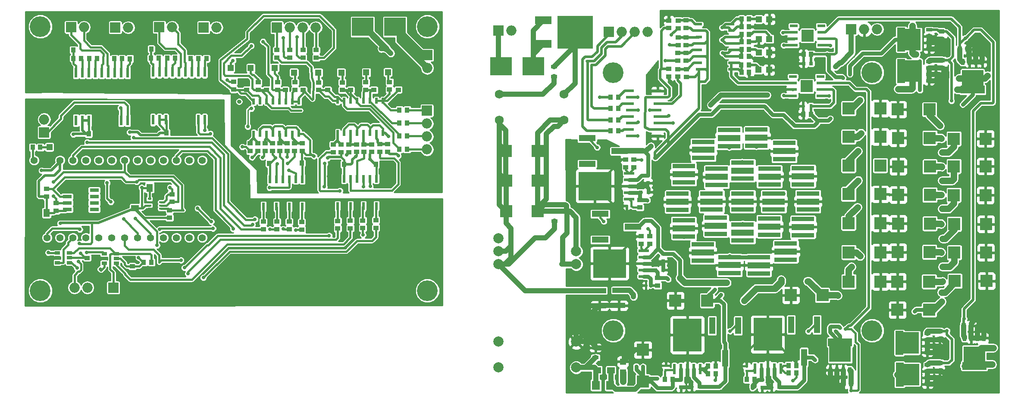
<source format=gbr>
G04 #@! TF.FileFunction,Copper,L1,Top,Signal*
%FSLAX46Y46*%
G04 Gerber Fmt 4.6, Leading zero omitted, Abs format (unit mm)*
G04 Created by KiCad (PCBNEW 4.0.1-stable) date 1/20/2016 12:58:46 AM*
%MOMM*%
G01*
G04 APERTURE LIST*
%ADD10C,0.100000*%
%ADD11R,0.600000X1.950000*%
%ADD12R,1.000760X0.899160*%
%ADD13R,0.899160X1.000760*%
%ADD14R,1.498600X1.300480*%
%ADD15R,1.300480X1.498600*%
%ADD16R,4.191000X3.556000*%
%ADD17O,1.998980X1.998980*%
%ADD18R,1.998980X1.998980*%
%ADD19R,1.000760X0.701040*%
%ADD20C,0.650000*%
%ADD21R,0.600000X1.500000*%
%ADD22R,0.508000X1.143000*%
%ADD23R,0.700000X0.350000*%
%ADD24R,1.798320X0.797560*%
%ADD25C,4.064000*%
%ADD26R,1.198880X1.198880*%
%ADD27C,1.397000*%
%ADD28R,0.500000X0.900000*%
%ADD29R,1.300000X0.700000*%
%ADD30R,2.430000X2.370000*%
%ADD31R,0.800000X0.750000*%
%ADD32R,2.370000X2.430000*%
%ADD33R,0.750000X0.800000*%
%ADD34R,0.600000X0.400000*%
%ADD35R,0.400000X0.600000*%
%ADD36R,1.500000X1.200000*%
%ADD37R,1.600200X1.803400*%
%ADD38R,1.193800X3.302000*%
%ADD39R,3.302000X1.193800*%
%ADD40R,1.143000X0.508000*%
%ADD41R,1.500000X0.600000*%
%ADD42R,1.550000X0.600000*%
%ADD43R,1.175000X1.175000*%
%ADD44R,0.596900X1.998980*%
%ADD45R,5.598160X6.499860*%
%ADD46R,1.998980X0.596900*%
%ADD47R,6.499860X5.598160*%
%ADD48C,1.750000*%
%ADD49R,3.200400X1.600200*%
%ADD50R,7.000240X6.499860*%
%ADD51C,2.000000*%
%ADD52R,2.500000X1.000000*%
%ADD53R,4.500000X1.300000*%
%ADD54R,4.500000X0.900000*%
%ADD55C,0.584200*%
%ADD56C,0.635000*%
%ADD57R,0.700000X1.150000*%
%ADD58R,4.700000X1.550000*%
%ADD59R,4.200000X3.300000*%
%ADD60R,1.150000X0.700000*%
%ADD61R,1.550000X4.700000*%
%ADD62R,3.300000X4.200000*%
%ADD63C,0.711200*%
%ADD64C,0.381000*%
%ADD65C,0.508000*%
%ADD66C,0.762000*%
%ADD67C,0.254000*%
%ADD68C,1.016000*%
%ADD69C,1.270000*%
G04 APERTURE END LIST*
D10*
D11*
X43776900Y-41984660D03*
X45046900Y-41984660D03*
X46316900Y-41984660D03*
X47586900Y-41984660D03*
X48856900Y-41984660D03*
X50126900Y-41984660D03*
X51396900Y-41984660D03*
X52666900Y-41984660D03*
X53936900Y-41984660D03*
X55206900Y-41984660D03*
X55206900Y-32584660D03*
X53936900Y-32584660D03*
X52666900Y-32584660D03*
X51396900Y-32584660D03*
X50126900Y-32584660D03*
X48856900Y-32584660D03*
X47586900Y-32584660D03*
X46316900Y-32584660D03*
X45046900Y-32584660D03*
X43776900Y-32584660D03*
D12*
X39720520Y-70835520D03*
X39720520Y-69331840D03*
X30855920Y-69174360D03*
X30855920Y-70678040D03*
D13*
X87543640Y-50789840D03*
X89047320Y-50789840D03*
X79809340Y-50751740D03*
X81313020Y-50751740D03*
X72989440Y-50523140D03*
X74493120Y-50523140D03*
X65105280Y-50586640D03*
X66608960Y-50586640D03*
D14*
X40215820Y-57508140D03*
X40215820Y-59413140D03*
D15*
X20975320Y-60327540D03*
X22880320Y-60327540D03*
X45041820Y-55399940D03*
X43136820Y-55399940D03*
D13*
X32687260Y-44782740D03*
X31183580Y-44782740D03*
X47967900Y-44541440D03*
X46464220Y-44541440D03*
X36189920Y-29961840D03*
X37693600Y-29961840D03*
X51170840Y-29949140D03*
X52674520Y-29949140D03*
X28171140Y-29936440D03*
X29674820Y-29936440D03*
X43411140Y-29872940D03*
X44914820Y-29872940D03*
X39250620Y-29974540D03*
X40754300Y-29974540D03*
X31275020Y-29936440D03*
X32778700Y-29936440D03*
X54282340Y-29949140D03*
X55786020Y-29949140D03*
X46578520Y-29872940D03*
X48082200Y-29872940D03*
X28138120Y-28234640D03*
X26634440Y-28234640D03*
X43446700Y-28056840D03*
X41943020Y-28056840D03*
D16*
X91307920Y-23688040D03*
X84957920Y-23688040D03*
D17*
X97632520Y-36870640D03*
D18*
X97632520Y-29250640D03*
D17*
X97632520Y-31790640D03*
X97632520Y-34330640D03*
X28379420Y-75021440D03*
D18*
X35999420Y-75021440D03*
D17*
X33459420Y-75021440D03*
X30919420Y-75021440D03*
X58795920Y-23815040D03*
D18*
X53715920Y-23815040D03*
D17*
X56255920Y-23815040D03*
X41460420Y-23815040D03*
D18*
X36380420Y-23815040D03*
D17*
X38920420Y-23815040D03*
X50096420Y-23751540D03*
D18*
X45016420Y-23751540D03*
D17*
X47556420Y-23751540D03*
X22410420Y-39372540D03*
D18*
X22410420Y-44452540D03*
D17*
X22410420Y-41912540D03*
X32773620Y-23764240D03*
D18*
X27693620Y-23764240D03*
D17*
X30233620Y-23764240D03*
D13*
X21663660Y-47398940D03*
X20159980Y-47398940D03*
X92174296Y-40048560D03*
X93677976Y-40048560D03*
X92174296Y-42624844D03*
X93677976Y-42624844D03*
X92174295Y-45201130D03*
X93677975Y-45201130D03*
X92174296Y-47777416D03*
X93677976Y-47777416D03*
D12*
X68097760Y-29776420D03*
X68097760Y-28272740D03*
X70674045Y-29776420D03*
X70674045Y-28272740D03*
X73250329Y-29776420D03*
X73250329Y-28272740D03*
X75826615Y-29776420D03*
X75826615Y-28272740D03*
X80055720Y-63393320D03*
X80055720Y-61889640D03*
X82532220Y-63342520D03*
X82532220Y-61838840D03*
X87561420Y-63253620D03*
X87561420Y-61749940D03*
X84983320Y-63317120D03*
X84983320Y-61813440D03*
D13*
X43482260Y-70043040D03*
X41978580Y-70043040D03*
D12*
X88307646Y-48306348D03*
X88307646Y-46802668D03*
X71559420Y-48125380D03*
X71559420Y-46621700D03*
X89831646Y-46797588D03*
X89831646Y-48301268D03*
X73083420Y-46621700D03*
X73083420Y-48125380D03*
X91952546Y-34582728D03*
X91952546Y-36086408D03*
X73273920Y-34620200D03*
X73273920Y-36123880D03*
X90238046Y-34554788D03*
X90238046Y-36058468D03*
X71686420Y-34620200D03*
X71686420Y-36123880D03*
X85246946Y-48331748D03*
X85246946Y-46828068D03*
X68701920Y-48125380D03*
X68701920Y-46621700D03*
X86770946Y-46815368D03*
X86770946Y-48319048D03*
X70098920Y-46621700D03*
X70098920Y-48125380D03*
X68130420Y-63545720D03*
X68130420Y-62042040D03*
X73007220Y-63621920D03*
X73007220Y-62118240D03*
X65438020Y-63545720D03*
X65438020Y-62042040D03*
X70530719Y-63545720D03*
X70530719Y-62042040D03*
X87190046Y-34605588D03*
X87190046Y-36109268D03*
X69781420Y-34620200D03*
X69781420Y-36123880D03*
X85577146Y-34618288D03*
X85577146Y-36121968D03*
X68257420Y-34620200D03*
X68257420Y-36123880D03*
X82211646Y-48344448D03*
X82211646Y-46840768D03*
X65844420Y-48125380D03*
X65844420Y-46621700D03*
X83735646Y-46828067D03*
X83735646Y-48331747D03*
X67241420Y-46621700D03*
X67241420Y-48125380D03*
X82608420Y-34630360D03*
X82608420Y-36134040D03*
X66034920Y-34620200D03*
X66034920Y-36123880D03*
X80957420Y-34630360D03*
X80957420Y-36134040D03*
X64447420Y-34620200D03*
X64447420Y-36123880D03*
X79189045Y-48357148D03*
X79189045Y-46853468D03*
X62859920Y-48125380D03*
X62859920Y-46621700D03*
X80725746Y-46840768D03*
X80725746Y-48344448D03*
X64383920Y-46621700D03*
X64383920Y-48125380D03*
X78099920Y-34630360D03*
X78099920Y-36134040D03*
X62161420Y-34620200D03*
X62161420Y-36123880D03*
X76321920Y-34630360D03*
X76321920Y-36134040D03*
X59621420Y-34493200D03*
X59621420Y-35996880D03*
X22905720Y-57091580D03*
X22905720Y-55587900D03*
X24759920Y-59888120D03*
X24759920Y-58384440D03*
X47492920Y-58145680D03*
X47492920Y-56642000D03*
X47048420Y-59781440D03*
X47048420Y-61285120D03*
D19*
X34196020Y-68328540D03*
X34196020Y-69278500D03*
X34196020Y-70228460D03*
X36593780Y-68328540D03*
X36593780Y-70228460D03*
X36593780Y-69278500D03*
X25013920Y-68214240D03*
X25013920Y-69164200D03*
X25013920Y-70114160D03*
X27411680Y-68214240D03*
X27411680Y-70114160D03*
X27411680Y-69164200D03*
D20*
X69760962Y-41471403D03*
X69760962Y-42471403D03*
X69760962Y-40471403D03*
D21*
X80017620Y-59006740D03*
X81287620Y-59006740D03*
X82557620Y-59006740D03*
X83827620Y-59006740D03*
X85097620Y-59006740D03*
X86367620Y-59006740D03*
X87637620Y-59006740D03*
X88907620Y-59006740D03*
X88907620Y-53606740D03*
X87637620Y-53606740D03*
X86367620Y-53606740D03*
X85097620Y-53606740D03*
X83827620Y-53606740D03*
X82557620Y-53606740D03*
X81287620Y-53606740D03*
X80017620Y-53606740D03*
D22*
X88942646Y-44605568D03*
X86402646Y-44605568D03*
X85132646Y-44605568D03*
X83862646Y-44605568D03*
X82592646Y-44605568D03*
X81322646Y-44605568D03*
X80052646Y-44605568D03*
X80052646Y-38255568D03*
X81322646Y-38255568D03*
X82592646Y-38255568D03*
X83862646Y-38255568D03*
X85132646Y-38255568D03*
X86402646Y-38255568D03*
X87672646Y-38255568D03*
X88942646Y-38255568D03*
X87672646Y-44605568D03*
X72448420Y-44706540D03*
X69908420Y-44706540D03*
X68638420Y-44706540D03*
X67368420Y-44706540D03*
X66098420Y-44706540D03*
X64828420Y-44706540D03*
X63558420Y-44706540D03*
X63558420Y-38356540D03*
X64828420Y-38356540D03*
X66098420Y-38356540D03*
X67368420Y-38356540D03*
X68638420Y-38356540D03*
X69908420Y-38356540D03*
X71178420Y-38356540D03*
X72448420Y-38356540D03*
X71178420Y-44706540D03*
D21*
X65463420Y-59082940D03*
X66733420Y-59082940D03*
X68003420Y-59082940D03*
X69273420Y-59082940D03*
X70543420Y-59082940D03*
X71813420Y-59082940D03*
X73083420Y-59082940D03*
X74353420Y-59082940D03*
X74353420Y-53682940D03*
X73083420Y-53682940D03*
X71813420Y-53682940D03*
X70543420Y-53682940D03*
X69273420Y-53682940D03*
X68003420Y-53682940D03*
X66733420Y-53682940D03*
X65463420Y-53682940D03*
D23*
X45336020Y-57558940D03*
X45336020Y-58208940D03*
X45336020Y-58858940D03*
X45336020Y-59508940D03*
X43086020Y-59508940D03*
X43086020Y-58858940D03*
X43086020Y-58208940D03*
X43086020Y-57558940D03*
D24*
X26918920Y-55819040D03*
X26918920Y-57089040D03*
X26918920Y-58359040D03*
X26918920Y-59629040D03*
X32252920Y-59629040D03*
X32252920Y-58359040D03*
X32252920Y-57089040D03*
X32252920Y-55819040D03*
D11*
X28638500Y-42124360D03*
X29908500Y-42124360D03*
X31178500Y-42124360D03*
X32448500Y-42124360D03*
X33718500Y-42124360D03*
X34988500Y-42124360D03*
X36258500Y-42124360D03*
X37528500Y-42124360D03*
X38798500Y-42124360D03*
X40068500Y-42124360D03*
X40068500Y-32724360D03*
X38798500Y-32724360D03*
X37528500Y-32724360D03*
X36258500Y-32724360D03*
X34988500Y-32724360D03*
X33718500Y-32724360D03*
X32448500Y-32724360D03*
X31178500Y-32724360D03*
X29908500Y-32724360D03*
X28638500Y-32724360D03*
D25*
X21655920Y-23632040D03*
X97655920Y-23632040D03*
X97655920Y-75632040D03*
X21655920Y-75632040D03*
D26*
X23456900Y-47373540D03*
X25554940Y-47373540D03*
X89907846Y-32642168D03*
X92005886Y-32642168D03*
X71493380Y-32705040D03*
X73591420Y-32705040D03*
X85663507Y-32654868D03*
X87761547Y-32654868D03*
X67685920Y-31790640D03*
X69783960Y-31790640D03*
X80764380Y-32705040D03*
X82862420Y-32705040D03*
X62971680Y-31790640D03*
X65069720Y-31790640D03*
X76258420Y-32705040D03*
X78356460Y-32705040D03*
X59009280Y-31765240D03*
X61107320Y-31765240D03*
D17*
X97594420Y-47818041D03*
D18*
X97594420Y-40198041D03*
D17*
X97594420Y-42738041D03*
X97594420Y-45278041D03*
X75750421Y-23815040D03*
D18*
X68130421Y-23815040D03*
D17*
X70670421Y-23815040D03*
X73210421Y-23815040D03*
D27*
X22981920Y-65204340D03*
X25521920Y-65204340D03*
X28061920Y-65204340D03*
X30601920Y-65204340D03*
X33141920Y-65204340D03*
X35681920Y-65204340D03*
X38221920Y-65204340D03*
X40761920Y-65204340D03*
X43301920Y-65204340D03*
X45841920Y-65204340D03*
X48381920Y-65204340D03*
X50921920Y-65204340D03*
X53461920Y-65204340D03*
X53461920Y-49964340D03*
X50921920Y-49964340D03*
X48381920Y-49964340D03*
X45841920Y-49964340D03*
X43301920Y-49964340D03*
X40761920Y-49964340D03*
X38221920Y-49964340D03*
X35681920Y-49964340D03*
X33141920Y-49964340D03*
X30601920Y-49964340D03*
X28061920Y-49964340D03*
X25521920Y-49964340D03*
X22981920Y-49964340D03*
X20441920Y-49964340D03*
X20441920Y-65204340D03*
D12*
X145102143Y-31950085D03*
X145102143Y-33453765D03*
X145102143Y-22450485D03*
X145102143Y-23954165D03*
D28*
X171474263Y-39316085D03*
X172974263Y-39316085D03*
D29*
X130690183Y-88785165D03*
X130690183Y-86885165D03*
D30*
X139986583Y-87270405D03*
X139986583Y-93510405D03*
D13*
X172991343Y-40901045D03*
X171487663Y-40901045D03*
D31*
X171532683Y-30901065D03*
X173032683Y-30901065D03*
D13*
X173034523Y-29112905D03*
X171530843Y-29112905D03*
D32*
X146376343Y-77573565D03*
X152616343Y-77573565D03*
D33*
X147441483Y-94648145D03*
X147441483Y-93148145D03*
D31*
X149587083Y-94533145D03*
X151087083Y-94533145D03*
X143952223Y-71538525D03*
X142452223Y-71538525D03*
D33*
X163425703Y-94655765D03*
X163425703Y-93155765D03*
D31*
X141051543Y-56229945D03*
X139551543Y-56229945D03*
D33*
X143926123Y-69824725D03*
X143926123Y-68324725D03*
D31*
X165248723Y-94583945D03*
X166748723Y-94583945D03*
D33*
X140987343Y-54427245D03*
X140987343Y-52927245D03*
D32*
X186616783Y-39752965D03*
X180376783Y-39752965D03*
X207289843Y-45721965D03*
X201049843Y-45721965D03*
X189962743Y-73829605D03*
X196202743Y-73829605D03*
X186616783Y-45340965D03*
X180376783Y-45340965D03*
X207289843Y-51142325D03*
X201049843Y-51142325D03*
X190038943Y-68025705D03*
X196278943Y-68025705D03*
X186616783Y-50984845D03*
X180376783Y-50984845D03*
X207289843Y-56831925D03*
X201049843Y-56831925D03*
X190115143Y-62399605D03*
X196355143Y-62399605D03*
X186616783Y-56628725D03*
X180376783Y-56628725D03*
X207376203Y-62521525D03*
X201136203Y-62521525D03*
X190115143Y-56760805D03*
X196355143Y-56760805D03*
X169033143Y-76522005D03*
X175273143Y-76522005D03*
X207376203Y-68124765D03*
X201136203Y-68124765D03*
X190115143Y-51198205D03*
X196355143Y-51198205D03*
X186616783Y-62328485D03*
X180376783Y-62328485D03*
X207467643Y-73722925D03*
X201227643Y-73722925D03*
X190074503Y-45559405D03*
X196314503Y-45559405D03*
X186642183Y-68089205D03*
X180402183Y-68089205D03*
X190038943Y-39956165D03*
X196278943Y-39956165D03*
X186642183Y-73839765D03*
X180402183Y-73839765D03*
X189962743Y-79404905D03*
X196202743Y-79404905D03*
D26*
X162668783Y-32143125D03*
X164766823Y-32143125D03*
X162732283Y-28714125D03*
X164830323Y-28714125D03*
X164832863Y-26077605D03*
X162734823Y-26077605D03*
X162732283Y-22211725D03*
X164830323Y-22211725D03*
X136085143Y-91708665D03*
X136085143Y-89610625D03*
D16*
X112092303Y-31482725D03*
X118442303Y-31482725D03*
D34*
X144495083Y-90349345D03*
X144495083Y-91249345D03*
D35*
X140577983Y-74601765D03*
X141477983Y-74601765D03*
D34*
X160359923Y-90450945D03*
X160359923Y-91350945D03*
D35*
X136818783Y-58924885D03*
X137718783Y-58924885D03*
D36*
X130991183Y-91274325D03*
X133691183Y-91274325D03*
D17*
X114139543Y-24426605D03*
D18*
X111599543Y-24426605D03*
D17*
X140936543Y-24655205D03*
D18*
X133316543Y-24655205D03*
D17*
X135856543Y-24655205D03*
X138396543Y-24655205D03*
D13*
X133651823Y-37558405D03*
X135155503Y-37558405D03*
X133672143Y-39773285D03*
X135175823Y-39773285D03*
X133672143Y-44142085D03*
X135175823Y-44142085D03*
X133651823Y-42069445D03*
X135155503Y-42069445D03*
D12*
X146839503Y-33509645D03*
X146839503Y-32005965D03*
X148515903Y-32018665D03*
X148515903Y-33522345D03*
D13*
X160850143Y-32651125D03*
X159346463Y-32651125D03*
X160824743Y-31152525D03*
X159321063Y-31152525D03*
D12*
X146880143Y-30321945D03*
X146880143Y-28818265D03*
X148465103Y-28818265D03*
X148465103Y-30321945D03*
D13*
X160812043Y-29539625D03*
X159308363Y-29539625D03*
X160837443Y-28104525D03*
X159333763Y-28104525D03*
D12*
X146890303Y-27273945D03*
X146890303Y-25770265D03*
X148465103Y-25770265D03*
X148465103Y-27273945D03*
D13*
X160850143Y-26618625D03*
X159346463Y-26618625D03*
X160837443Y-25170825D03*
X159333763Y-25170825D03*
D12*
X146903003Y-23959245D03*
X146903003Y-22455565D03*
X148452403Y-22430165D03*
X148452403Y-23933845D03*
D13*
X160850143Y-23672225D03*
X159346463Y-23672225D03*
X160850143Y-22122825D03*
X159346463Y-22122825D03*
D37*
X130746063Y-94235965D03*
X133540063Y-94235965D03*
D12*
X136110543Y-93540005D03*
X136110543Y-95043685D03*
D13*
X180895823Y-93956565D03*
X179392143Y-93956565D03*
X144302043Y-93059945D03*
X145805723Y-93059945D03*
X154263923Y-90456445D03*
X152760243Y-90456445D03*
X154263923Y-91942345D03*
X152760243Y-91942345D03*
D12*
X142902503Y-74629705D03*
X142902503Y-73126025D03*
D13*
X160395483Y-93085345D03*
X161899163Y-93085345D03*
D12*
X139402383Y-59260165D03*
X139402383Y-57756485D03*
X139613203Y-64921825D03*
X139613203Y-66425505D03*
D13*
X170103363Y-90342145D03*
X168599683Y-90342145D03*
D12*
X136633783Y-49811365D03*
X136633783Y-51315045D03*
X141315003Y-64921825D03*
X141315003Y-66425505D03*
D13*
X170103363Y-91853445D03*
X168599683Y-91853445D03*
D12*
X138167943Y-49836765D03*
X138167943Y-51340445D03*
X198289743Y-89854465D03*
X198289743Y-91358145D03*
X198779963Y-30243205D03*
X198779963Y-31746885D03*
D13*
X202196263Y-28071505D03*
X203699943Y-28071505D03*
D12*
X198299903Y-83618765D03*
X198299903Y-85122445D03*
X198673283Y-24612025D03*
X198673283Y-26115705D03*
D13*
X202973503Y-82516405D03*
X204477183Y-82516405D03*
D38*
X158680983Y-82506645D03*
X156140983Y-88906645D03*
X153600983Y-82506645D03*
D39*
X131610063Y-60520005D03*
X138010063Y-63060005D03*
X131610063Y-65600005D03*
D38*
X174177523Y-82331385D03*
X171637523Y-88731385D03*
X169097523Y-82331385D03*
D39*
X129044663Y-45620365D03*
X135444663Y-48160365D03*
X129044663Y-50700365D03*
D40*
X151030503Y-32054225D03*
X151030503Y-29514225D03*
X151030503Y-28244225D03*
X151030503Y-26974225D03*
X151030503Y-25704225D03*
X151030503Y-24434225D03*
X151030503Y-23164225D03*
X157380503Y-23164225D03*
X157380503Y-24434225D03*
X157380503Y-25704225D03*
X157380503Y-26974225D03*
X157380503Y-28244225D03*
X157380503Y-29514225D03*
X157380503Y-30784225D03*
X157380503Y-32054225D03*
X151030503Y-30784225D03*
D41*
X137469463Y-36303645D03*
X137469463Y-37573645D03*
X137469463Y-38843645D03*
X137469463Y-40113645D03*
X137469463Y-41383645D03*
X137469463Y-42653645D03*
X137469463Y-43923645D03*
X137469463Y-45193645D03*
X142869463Y-45193645D03*
X142869463Y-43923645D03*
X142869463Y-42653645D03*
X142869463Y-41383645D03*
X142869463Y-40113645D03*
X142869463Y-38843645D03*
X142869463Y-37573645D03*
X142869463Y-36303645D03*
D42*
X169448063Y-33474085D03*
X169448063Y-34744085D03*
X169448063Y-36014085D03*
X169448063Y-37284085D03*
X174848063Y-37284085D03*
X174848063Y-36014085D03*
X174848063Y-34744085D03*
X174848063Y-33474085D03*
D43*
X172735563Y-35966585D03*
X172735563Y-34791585D03*
X171560563Y-35966585D03*
X171560563Y-34791585D03*
D42*
X169608083Y-23514745D03*
X169608083Y-24784745D03*
X169608083Y-26054745D03*
X169608083Y-27324745D03*
X175008083Y-27324745D03*
X175008083Y-26054745D03*
X175008083Y-24784745D03*
X175008083Y-23514745D03*
D43*
X172895583Y-26007245D03*
X172895583Y-24832245D03*
X171720583Y-26007245D03*
X171720583Y-24832245D03*
D44*
X146171483Y-91040645D03*
X151251483Y-91040645D03*
D45*
X148711483Y-84342665D03*
D44*
X147441483Y-91040645D03*
X148711483Y-91040645D03*
X149981483Y-91040645D03*
D46*
X140133903Y-72823765D03*
X140133903Y-67743765D03*
D47*
X133435923Y-70283765D03*
D46*
X140133903Y-71553765D03*
X140133903Y-70283765D03*
X140133903Y-69013765D03*
D44*
X161960123Y-90926345D03*
X167040123Y-90926345D03*
D45*
X164500123Y-84228365D03*
D44*
X163230123Y-90926345D03*
X164500123Y-90926345D03*
X165770123Y-90926345D03*
D46*
X137278943Y-57601545D03*
X137278943Y-52521545D03*
D47*
X130580963Y-55061545D03*
D46*
X137278943Y-56331545D03*
X137278943Y-55061545D03*
X137278943Y-53791545D03*
D29*
X122506303Y-33463965D03*
X122506303Y-31563965D03*
X122648543Y-61911965D03*
X122648543Y-60011965D03*
D32*
X113127743Y-59986605D03*
X119367743Y-59986605D03*
D48*
X111823063Y-42069445D03*
X124523063Y-42069445D03*
X124523063Y-36989445D03*
X111823063Y-36989445D03*
D49*
X120469223Y-22420005D03*
X120469223Y-27022485D03*
D50*
X126717623Y-24721245D03*
D51*
X111660503Y-65346005D03*
X111660503Y-67886005D03*
X111660503Y-70426005D03*
X111660503Y-85666005D03*
X111660503Y-90746005D03*
X126900503Y-90746005D03*
X126900503Y-85666005D03*
X126900503Y-70426005D03*
X126900503Y-67886005D03*
D25*
X134180143Y-83481605D03*
X134180143Y-32681605D03*
X184980143Y-32681605D03*
X184980143Y-83481605D03*
D32*
X113097263Y-48134965D03*
X119337263Y-48134965D03*
X113127743Y-53941405D03*
X119367743Y-53941405D03*
D52*
X131502983Y-75606205D03*
X131502983Y-78606205D03*
X135272343Y-75550325D03*
X135272343Y-78550325D03*
D17*
X185985983Y-24157365D03*
D18*
X180905983Y-24157365D03*
D17*
X183445983Y-24157365D03*
D53*
X159580143Y-58081605D03*
D54*
X159580143Y-56481605D03*
X159580143Y-59681605D03*
D55*
X158754643Y-56494105D03*
X160342143Y-56494105D03*
X158754643Y-58081605D03*
X160342143Y-58081605D03*
X158754643Y-59669105D03*
X160342143Y-59669105D03*
D53*
X153484143Y-58081605D03*
D54*
X153484143Y-56481605D03*
X153484143Y-59681605D03*
D55*
X152658643Y-56494105D03*
X154246143Y-56494105D03*
X152658643Y-58081605D03*
X154246143Y-58081605D03*
X152658643Y-59669105D03*
X154246143Y-59669105D03*
D53*
X146793783Y-58142565D03*
D54*
X146793783Y-56542565D03*
X146793783Y-59742565D03*
D55*
X145968283Y-56555065D03*
X147555783Y-56555065D03*
X145968283Y-58142565D03*
X147555783Y-58142565D03*
X145968283Y-59730065D03*
X147555783Y-59730065D03*
D53*
X171426703Y-63110805D03*
D54*
X171426703Y-61510805D03*
X171426703Y-64710805D03*
D55*
X170601203Y-61523305D03*
X172188703Y-61523305D03*
X170601203Y-63110805D03*
X172188703Y-63110805D03*
X170601203Y-64698305D03*
X172188703Y-64698305D03*
D53*
X154449343Y-53230205D03*
D54*
X154449343Y-51630205D03*
X154449343Y-54830205D03*
D55*
X153623843Y-51642705D03*
X155211343Y-51642705D03*
X153623843Y-53230205D03*
X155211343Y-53230205D03*
X153623843Y-54817705D03*
X155211343Y-54817705D03*
D53*
X148012983Y-52732365D03*
D54*
X148012983Y-51132365D03*
X148012983Y-54332365D03*
D55*
X147187483Y-51144865D03*
X148774983Y-51144865D03*
X147187483Y-52732365D03*
X148774983Y-52732365D03*
X147187483Y-54319865D03*
X148774983Y-54319865D03*
D53*
X168048503Y-67916485D03*
D54*
X168048503Y-66316485D03*
X168048503Y-69516485D03*
D55*
X167223003Y-66328985D03*
X168810503Y-66328985D03*
X167223003Y-67916485D03*
X168810503Y-67916485D03*
X167223003Y-69503985D03*
X168810503Y-69503985D03*
D53*
X159580143Y-51985605D03*
D54*
X159580143Y-50385605D03*
X159580143Y-53585605D03*
D55*
X158754643Y-50398105D03*
X160342143Y-50398105D03*
X158754643Y-51985605D03*
X160342143Y-51985605D03*
X158754643Y-53573105D03*
X160342143Y-53573105D03*
D53*
X151843303Y-47911445D03*
D54*
X151843303Y-46311445D03*
X151843303Y-49511445D03*
D55*
X151017803Y-46323945D03*
X152605303Y-46323945D03*
X151017803Y-47911445D03*
X152605303Y-47911445D03*
X151017803Y-49498945D03*
X152605303Y-49498945D03*
D53*
X162765303Y-70624125D03*
D54*
X162765303Y-69024125D03*
X162765303Y-72224125D03*
D55*
X161939803Y-69036625D03*
X163527303Y-69036625D03*
X161939803Y-70624125D03*
X163527303Y-70624125D03*
X161939803Y-72211625D03*
X163527303Y-72211625D03*
D53*
X164837943Y-53166705D03*
D54*
X164837943Y-51566705D03*
X164837943Y-54766705D03*
D55*
X164012443Y-51579205D03*
X165599943Y-51579205D03*
X164012443Y-53166705D03*
X165599943Y-53166705D03*
X164012443Y-54754205D03*
X165599943Y-54754205D03*
D53*
X156953783Y-45564485D03*
D54*
X156953783Y-43964485D03*
X156953783Y-47164485D03*
D55*
X156128283Y-43976985D03*
X157715783Y-43976985D03*
X156128283Y-45564485D03*
X157715783Y-45564485D03*
X156128283Y-47151985D03*
X157715783Y-47151985D03*
D53*
X156984263Y-70598725D03*
D54*
X156984263Y-68998725D03*
X156984263Y-72198725D03*
D55*
X156158763Y-69011225D03*
X157746263Y-69011225D03*
X156158763Y-70598725D03*
X157746263Y-70598725D03*
X156158763Y-72186225D03*
X157746263Y-72186225D03*
D53*
X165676143Y-58081605D03*
D54*
X165676143Y-56481605D03*
X165676143Y-59681605D03*
D55*
X164850643Y-56494105D03*
X166438143Y-56494105D03*
X164850643Y-58081605D03*
X166438143Y-58081605D03*
X164850643Y-59669105D03*
X166438143Y-59669105D03*
D53*
X162292863Y-45508605D03*
D54*
X162292863Y-43908605D03*
X162292863Y-47108605D03*
D55*
X161467363Y-43921105D03*
X163054863Y-43921105D03*
X161467363Y-45508605D03*
X163054863Y-45508605D03*
X161467363Y-47096105D03*
X163054863Y-47096105D03*
D53*
X151736623Y-68140005D03*
D54*
X151736623Y-66540005D03*
X151736623Y-69740005D03*
D55*
X150911123Y-66552505D03*
X152498623Y-66552505D03*
X150911123Y-68140005D03*
X152498623Y-68140005D03*
X150911123Y-69727505D03*
X152498623Y-69727505D03*
D53*
X164799843Y-63021905D03*
D54*
X164799843Y-61421905D03*
X164799843Y-64621905D03*
D55*
X163974343Y-61434405D03*
X165561843Y-61434405D03*
X163974343Y-63021905D03*
X165561843Y-63021905D03*
X163974343Y-64609405D03*
X165561843Y-64609405D03*
D53*
X167738623Y-48134965D03*
D54*
X167738623Y-46534965D03*
X167738623Y-49734965D03*
D55*
X166913123Y-46547465D03*
X168500623Y-46547465D03*
X166913123Y-48134965D03*
X168500623Y-48134965D03*
X166913123Y-49722465D03*
X168500623Y-49722465D03*
D53*
X148048543Y-63364805D03*
D54*
X148048543Y-61764805D03*
X148048543Y-64964805D03*
D55*
X147223043Y-61777305D03*
X148810543Y-61777305D03*
X147223043Y-63364805D03*
X148810543Y-63364805D03*
X147223043Y-64952305D03*
X148810543Y-64952305D03*
D53*
X159580143Y-64177605D03*
D54*
X159580143Y-62577605D03*
X159580143Y-65777605D03*
D55*
X158754643Y-62590105D03*
X160342143Y-62590105D03*
X158754643Y-64177605D03*
X160342143Y-64177605D03*
X158754643Y-65765105D03*
X160342143Y-65765105D03*
D53*
X171426703Y-53108285D03*
D54*
X171426703Y-51508285D03*
X171426703Y-54708285D03*
D55*
X170601203Y-51520785D03*
X172188703Y-51520785D03*
X170601203Y-53108285D03*
X172188703Y-53108285D03*
X170601203Y-54695785D03*
X172188703Y-54695785D03*
D53*
X154335043Y-62856805D03*
D54*
X154335043Y-61256805D03*
X154335043Y-64456805D03*
D55*
X153509543Y-61269305D03*
X155097043Y-61269305D03*
X153509543Y-62856805D03*
X155097043Y-62856805D03*
X153509543Y-64444305D03*
X155097043Y-64444305D03*
D53*
X172432543Y-58081605D03*
D54*
X172432543Y-56481605D03*
X172432543Y-59681605D03*
D55*
X171607043Y-56494105D03*
X173194543Y-56494105D03*
X171607043Y-58081605D03*
X173194543Y-58081605D03*
X171607043Y-59669105D03*
X173194543Y-59669105D03*
D56*
X206250103Y-34358005D03*
X205361103Y-35183505D03*
X203265603Y-35183505D03*
X204281603Y-34358005D03*
X204027603Y-36326505D03*
X202884603Y-36326505D03*
X205361103Y-36326505D03*
D57*
X205361103Y-30580505D03*
X206631103Y-30580505D03*
X204091103Y-30580505D03*
D58*
X204726103Y-36055505D03*
D59*
X204726103Y-33855505D03*
D57*
X202821103Y-30580505D03*
D56*
X206504103Y-36326505D03*
X192407103Y-33941445D03*
X191581603Y-33052445D03*
X191581603Y-30956945D03*
X192407103Y-31972945D03*
X190438603Y-31718945D03*
X190438603Y-30575945D03*
X190438603Y-33052445D03*
D60*
X196184603Y-33052445D03*
X196184603Y-34322445D03*
X196184603Y-31782445D03*
D61*
X190709603Y-32417445D03*
D62*
X192909603Y-32417445D03*
D60*
X196184603Y-30512445D03*
D56*
X190438603Y-34195445D03*
X192412183Y-27720985D03*
X191586683Y-26831985D03*
X191586683Y-24736485D03*
X192412183Y-25752485D03*
X190443683Y-25498485D03*
X190443683Y-24355485D03*
X190443683Y-26831985D03*
D60*
X196189683Y-26831985D03*
X196189683Y-28101985D03*
X196189683Y-25561985D03*
D61*
X190714683Y-26196985D03*
D62*
X192914683Y-26196985D03*
D60*
X196189683Y-24291985D03*
D56*
X190443683Y-27974985D03*
X206582843Y-88726705D03*
X205693843Y-89552205D03*
X203598343Y-89552205D03*
X204614343Y-88726705D03*
X204360343Y-90695205D03*
X203217343Y-90695205D03*
X205693843Y-90695205D03*
D57*
X205693843Y-84949205D03*
X206963843Y-84949205D03*
X204423843Y-84949205D03*
D58*
X205058843Y-90424205D03*
D59*
X205058843Y-88224205D03*
D57*
X203153843Y-84949205D03*
D56*
X206836843Y-90695205D03*
X192130243Y-93641605D03*
X191304743Y-92752605D03*
X191304743Y-90657105D03*
X192130243Y-91673105D03*
X190161743Y-91419105D03*
X190161743Y-90276105D03*
X190161743Y-92752605D03*
D60*
X195907743Y-92752605D03*
X195907743Y-94022605D03*
X195907743Y-91482605D03*
D61*
X190432743Y-92117605D03*
D62*
X192632743Y-92117605D03*
D60*
X195907743Y-90212605D03*
D56*
X190161743Y-93895605D03*
X192064203Y-87433845D03*
X191238703Y-86544845D03*
X191238703Y-84449345D03*
X192064203Y-85465345D03*
X190095703Y-85211345D03*
X190095703Y-84068345D03*
X190095703Y-86544845D03*
D60*
X195841703Y-86544845D03*
X195841703Y-87814845D03*
X195841703Y-85274845D03*
D61*
X190366703Y-85909845D03*
D62*
X192566703Y-85909845D03*
D60*
X195841703Y-84004845D03*
D56*
X190095703Y-87687845D03*
X177197583Y-87492265D03*
X178086583Y-86666765D03*
X180182083Y-86666765D03*
X179166083Y-87492265D03*
X179420083Y-85523765D03*
X180563083Y-85523765D03*
X178086583Y-85523765D03*
D57*
X178086583Y-91269765D03*
X176816583Y-91269765D03*
X179356583Y-91269765D03*
D58*
X178721583Y-85794765D03*
D59*
X178721583Y-87994765D03*
D57*
X180626583Y-91269765D03*
D56*
X176943583Y-85523765D03*
D63*
X41562020Y-55323740D03*
X47137320Y-55311040D03*
X44559220Y-66702940D03*
X40965120Y-69115940D03*
X29357320Y-66372740D03*
X29560520Y-68239640D03*
X25585420Y-62384940D03*
X21902420Y-51958240D03*
X27858720Y-43525440D03*
X49423320Y-44528740D03*
X34030920Y-44782740D03*
X40241220Y-56123840D03*
X44203620Y-56987440D03*
X44000420Y-44236640D03*
X38475920Y-69154040D03*
X90037920Y-45278040D03*
X91942920Y-49088040D03*
X83586320Y-49215040D03*
X86354920Y-49773840D03*
X78087220Y-49494440D03*
X67863720Y-49456340D03*
X63240920Y-49380140D03*
X60688220Y-38394640D03*
X70098920Y-49342040D03*
X75420220Y-49151540D03*
X63096362Y-39759502D03*
X62397862Y-43315502D03*
X39212520Y-44439840D03*
X28150820Y-44858940D03*
X65006220Y-29885640D03*
X68981320Y-33187640D03*
X79496920Y-34635440D03*
X74518520Y-34737040D03*
X60929520Y-34254440D03*
X61094620Y-30139640D03*
X63952120Y-49977040D03*
X75661520Y-52986940D03*
X78226920Y-53088540D03*
X90545920Y-50802540D03*
X78209362Y-43760002D03*
D56*
X90482420Y-28895040D03*
X88612980Y-28006040D03*
X89548970Y-27961590D03*
D63*
X59481720Y-30330140D03*
X58402220Y-34127440D03*
X30779720Y-68087240D03*
X29166820Y-69890640D03*
X23223220Y-68138040D03*
X37434520Y-39664640D03*
X69375020Y-25834340D03*
X65399920Y-26609040D03*
X72054720Y-25694640D03*
X63088520Y-27447240D03*
X28862020Y-71186040D03*
X50655220Y-72290940D03*
X53690520Y-73052940D03*
X49283620Y-69636640D03*
X49969420Y-71109840D03*
X78379320Y-64797940D03*
X85034120Y-64670940D03*
X68219320Y-50637440D03*
X70200520Y-50573940D03*
X30881320Y-46421040D03*
X63329820Y-62626240D03*
X66758820Y-63540640D03*
X59532520Y-63489840D03*
X71838820Y-63680340D03*
X39999920Y-45506640D03*
X63799720Y-61584840D03*
X69362320Y-63489840D03*
X81859120Y-48884840D03*
X77528420Y-50612040D03*
X77414120Y-55196740D03*
X85097620Y-55145940D03*
X66682620Y-55336440D03*
X65311020Y-49367440D03*
X86443820Y-55107840D03*
X80487520Y-55984140D03*
X61335920Y-47310040D03*
X70492620Y-51958240D03*
X40596820Y-54193440D03*
X24213820Y-54218840D03*
X24277320Y-57012840D03*
X52560220Y-59413140D03*
X55227220Y-62042040D03*
X53982620Y-44046140D03*
X33472120Y-71414640D03*
X55036720Y-44719240D03*
X55570120Y-63375540D03*
X45105320Y-63540640D03*
X29420820Y-63578740D03*
X34767520Y-54422040D03*
X35491420Y-58155840D03*
X38044120Y-61546740D03*
X40368220Y-61432440D03*
X176486383Y-30085725D03*
X179280383Y-33743325D03*
X176775943Y-41724005D03*
X142384343Y-49496405D03*
X142795823Y-92910085D03*
X161510543Y-94794765D03*
X140865423Y-57837765D03*
X138681023Y-90517405D03*
X140022143Y-90547885D03*
X144939583Y-73392725D03*
X198505643Y-33408065D03*
X148711483Y-93057405D03*
X177296643Y-94822705D03*
X176572743Y-93628905D03*
X178007843Y-93717805D03*
X205795443Y-26750705D03*
X206633643Y-28096905D03*
X205338243Y-28046105D03*
X198175443Y-27030105D03*
X198289743Y-28160405D03*
X199559743Y-27855605D03*
X199635943Y-33621405D03*
X198505643Y-34345305D03*
X206151043Y-81386105D03*
X205719243Y-82656105D03*
X206989243Y-82503705D03*
X199483543Y-93336805D03*
X198251643Y-94022605D03*
X198251643Y-92803405D03*
X199420043Y-87113805D03*
X198213543Y-86555005D03*
X198251643Y-87825005D03*
X146092743Y-34954905D03*
X145102143Y-21124605D03*
X141050843Y-36593205D03*
X141152443Y-45191105D03*
X142247183Y-70283765D03*
X149409983Y-77588805D03*
X143237783Y-90324365D03*
X138162863Y-76816645D03*
X138993443Y-37520305D03*
X139018843Y-40060305D03*
X139069643Y-42460605D03*
X138955343Y-45178405D03*
X154103903Y-75373925D03*
X155328183Y-76430565D03*
X159859543Y-77583725D03*
X167123943Y-73448605D03*
X172320783Y-73753405D03*
X156450863Y-74063285D03*
X182577303Y-38132445D03*
X182800823Y-44614525D03*
X182216623Y-48140045D03*
X182247103Y-53931245D03*
X182125183Y-59204285D03*
X182633183Y-68825805D03*
X180926303Y-70934005D03*
X178244063Y-76577885D03*
X193311343Y-79722405D03*
X173804143Y-89262645D03*
X198782503Y-48414365D03*
X198782503Y-53946485D03*
X198762183Y-59514165D03*
X198863783Y-65371405D03*
X198797743Y-70923845D03*
X198655503Y-75942885D03*
X198350703Y-43166725D03*
X198614863Y-45686405D03*
X198655503Y-51233765D03*
X198584383Y-56796365D03*
X198558983Y-62496125D03*
X198558983Y-68084125D03*
X198807903Y-73783885D03*
X198685983Y-77766605D03*
X177855443Y-31538605D03*
X164431543Y-37139305D03*
X153319043Y-39095105D03*
X141571543Y-47172305D03*
X177842743Y-83634005D03*
X178665703Y-82887245D03*
X190131263Y-35922645D03*
X193590743Y-29069725D03*
X192914683Y-23517705D03*
X180621503Y-33016885D03*
X194317183Y-36080125D03*
X202800783Y-38980805D03*
X207677583Y-33301365D03*
X201744923Y-36055505D03*
X202068843Y-33855505D03*
X208785023Y-86869965D03*
X208591983Y-90141485D03*
X131558863Y-37573645D03*
X144403643Y-30357505D03*
X141330243Y-40073005D03*
X155617743Y-28858905D03*
X167631943Y-37240905D03*
X145216443Y-27182505D03*
X145051343Y-41203305D03*
X155554243Y-26255405D03*
X167517643Y-24807605D03*
X145559343Y-25252105D03*
X145914943Y-42600305D03*
X155554243Y-23855105D03*
X167631943Y-27322205D03*
X179811243Y-83176805D03*
X180839943Y-95292605D03*
X157121423Y-83588285D03*
X154246143Y-93230125D03*
X132310703Y-61993205D03*
X140972103Y-63415605D03*
X172488423Y-83618765D03*
X169445503Y-93341885D03*
X131000063Y-47408525D03*
X139717343Y-49892645D03*
X199712143Y-83507005D03*
X200588443Y-38244205D03*
X200080443Y-30243205D03*
X176534643Y-37291705D03*
X203280843Y-25912505D03*
X203052243Y-81106705D03*
X176852143Y-27360305D03*
D64*
X41562020Y-55323740D02*
X41562020Y-59235340D01*
X41562020Y-59235340D02*
X41739820Y-59413140D01*
X47492920Y-56642000D02*
X47492920Y-55666640D01*
X41638220Y-55399940D02*
X43136820Y-55399940D01*
X41562020Y-55323740D02*
X41638220Y-55399940D01*
X47492920Y-55666640D02*
X47137320Y-55311040D01*
X47048420Y-61285120D02*
X42087800Y-61285120D01*
X42087800Y-61285120D02*
X40215820Y-59413140D01*
X41978580Y-70043040D02*
X41892220Y-70043040D01*
X41892220Y-70043040D02*
X40965120Y-69115940D01*
X44533820Y-63972440D02*
X40215820Y-59654440D01*
X44533820Y-66677540D02*
X44533820Y-63972440D01*
X44559220Y-66702940D02*
X44533820Y-66677540D01*
X40215820Y-59654440D02*
X40215820Y-59413140D01*
X30855920Y-69174360D02*
X30495240Y-69174360D01*
X30495240Y-69174360D02*
X29560520Y-68239640D01*
X31795720Y-66093340D02*
X31795720Y-62308740D01*
X31490920Y-66398140D02*
X31795720Y-66093340D01*
X29382720Y-66398140D02*
X31490920Y-66398140D01*
X29357320Y-66372740D02*
X29382720Y-66398140D01*
X27411680Y-69164200D02*
X30845760Y-69164200D01*
X30845760Y-69164200D02*
X30855920Y-69174360D01*
X41978580Y-70043040D02*
X41866820Y-70043040D01*
X41866820Y-70043040D02*
X41074340Y-70835520D01*
X41074340Y-70835520D02*
X39720520Y-70835520D01*
X36593780Y-69278500D02*
X37368480Y-69278500D01*
X38582600Y-70835520D02*
X39720520Y-70835520D01*
X38196520Y-70449440D02*
X38582600Y-70835520D01*
X38196520Y-70106540D02*
X38196520Y-70449440D01*
X37368480Y-69278500D02*
X38196520Y-70106540D01*
D65*
X25521920Y-49964340D02*
X25521920Y-50256440D01*
X25521920Y-50256440D02*
X23820120Y-51958240D01*
X25661620Y-62308740D02*
X31795720Y-62308740D01*
X31795720Y-62308740D02*
X33053020Y-62308740D01*
X33053020Y-62308740D02*
X40215820Y-59413140D01*
X25585420Y-62384940D02*
X25661620Y-62308740D01*
X23820120Y-51958240D02*
X21902420Y-51958240D01*
X22905720Y-57091580D02*
X21460460Y-57091580D01*
X25521920Y-51856640D02*
X25521920Y-49964340D01*
X24429720Y-52948840D02*
X25521920Y-51856640D01*
X22524720Y-52948840D02*
X24429720Y-52948840D01*
X21381720Y-54091840D02*
X22524720Y-52948840D01*
X21381720Y-57012840D02*
X21381720Y-54091840D01*
X21460460Y-57091580D02*
X21381720Y-57012840D01*
D64*
X22905720Y-57091580D02*
X22905720Y-60302140D01*
X22905720Y-60302140D02*
X22880320Y-60327540D01*
X22880320Y-60327540D02*
X24320500Y-60327540D01*
X24320500Y-60327540D02*
X24759920Y-59888120D01*
X23058120Y-60149740D02*
X22880320Y-60327540D01*
X24759920Y-59888120D02*
X26659840Y-59888120D01*
X26659840Y-59888120D02*
X26918920Y-59629040D01*
X43086020Y-58858940D02*
X42294020Y-58858940D01*
X42294020Y-58858940D02*
X41739820Y-59413140D01*
X41739820Y-59413140D02*
X40215820Y-59413140D01*
X43086020Y-57558940D02*
X43086020Y-55450740D01*
X43086020Y-55450740D02*
X43136820Y-55399940D01*
X45336020Y-58208940D02*
X45903120Y-58208940D01*
X46796960Y-56642000D02*
X47492920Y-56642000D01*
X46426120Y-57012840D02*
X46796960Y-56642000D01*
X46426120Y-57685940D02*
X46426120Y-57012840D01*
X45903120Y-58208940D02*
X46426120Y-57685940D01*
D65*
X47967900Y-44541440D02*
X49410620Y-44541440D01*
X49410620Y-44541440D02*
X49423320Y-44528740D01*
X32687260Y-44782740D02*
X34030920Y-44782740D01*
D64*
X40215820Y-57508140D02*
X40215820Y-56149240D01*
X40215820Y-56149240D02*
X40241220Y-56123840D01*
X43086020Y-59508940D02*
X43993520Y-59508940D01*
X44203620Y-59298840D02*
X44203620Y-57939940D01*
X43993520Y-59508940D02*
X44203620Y-59298840D01*
X43086020Y-58208940D02*
X43934620Y-58208940D01*
X44203620Y-57939940D02*
X44203620Y-56987440D01*
X43934620Y-58208940D02*
X44203620Y-57939940D01*
X45336020Y-57558940D02*
X44775120Y-57558940D01*
X44203620Y-56987440D02*
X45041820Y-56149240D01*
X44775120Y-57558940D02*
X44203620Y-56987440D01*
X45041820Y-55399940D02*
X45041820Y-56149240D01*
X47967900Y-44541440D02*
X47967900Y-43657520D01*
X47586900Y-43276520D02*
X47586900Y-41984660D01*
X47967900Y-43657520D02*
X47586900Y-43276520D01*
X39720520Y-69331840D02*
X38653720Y-69331840D01*
X38653720Y-69331840D02*
X38475920Y-69154040D01*
D65*
X64828420Y-44706540D02*
X64828420Y-43919140D01*
X67368420Y-43944540D02*
X67368420Y-44706540D01*
X66809620Y-43385740D02*
X67368420Y-43944540D01*
X65361820Y-43385740D02*
X66809620Y-43385740D01*
X64828420Y-43919140D02*
X65361820Y-43385740D01*
D64*
X75420220Y-49151540D02*
X75229720Y-49151540D01*
X75229720Y-49151540D02*
X74607420Y-48529240D01*
X69908420Y-44706540D02*
X69908420Y-43957240D01*
X67368420Y-43563540D02*
X67368420Y-44706540D01*
X67698620Y-43233340D02*
X67368420Y-43563540D01*
X69184520Y-43233340D02*
X67698620Y-43233340D01*
X69908420Y-43957240D02*
X69184520Y-43233340D01*
X72448420Y-44706540D02*
X72448420Y-44046140D01*
X69908420Y-43677840D02*
X69908420Y-44706540D01*
X70124320Y-43461940D02*
X69908420Y-43677840D01*
X71927720Y-43461940D02*
X70124320Y-43461940D01*
X71953120Y-43487340D02*
X71927720Y-43461940D01*
X71953120Y-43550840D02*
X71953120Y-43487340D01*
X72448420Y-44046140D02*
X71953120Y-43550840D01*
X72448420Y-44706540D02*
X73299320Y-44706540D01*
X73299320Y-44706540D02*
X74607420Y-46014640D01*
X74607420Y-46014640D02*
X74607420Y-48529240D01*
X74607420Y-48529240D02*
X74607420Y-48910240D01*
X83862646Y-44605568D02*
X83862646Y-43484266D01*
X81322646Y-43833314D02*
X81322646Y-44605568D01*
X82240120Y-42915840D02*
X81322646Y-43833314D01*
X83294220Y-42915840D02*
X82240120Y-42915840D01*
X83862646Y-43484266D02*
X83294220Y-42915840D01*
X86402646Y-44605568D02*
X86402646Y-43484266D01*
X83862646Y-43731714D02*
X83862646Y-44605568D01*
X84627720Y-42966640D02*
X83862646Y-43731714D01*
X85885020Y-42966640D02*
X84627720Y-42966640D01*
X86402646Y-43484266D02*
X85885020Y-42966640D01*
X86402646Y-44605568D02*
X86402646Y-43630114D01*
X88942646Y-43750966D02*
X88942646Y-44605568D01*
X88247220Y-43055540D02*
X88942646Y-43750966D01*
X86977220Y-43055540D02*
X88247220Y-43055540D01*
X86402646Y-43630114D02*
X86977220Y-43055540D01*
D65*
X88942646Y-44605568D02*
X89365448Y-44605568D01*
X89365448Y-44605568D02*
X90037920Y-45278040D01*
X90288218Y-48757840D02*
X89831646Y-48301268D01*
X91612720Y-48757840D02*
X90288218Y-48757840D01*
X91942920Y-49088040D02*
X91612720Y-48757840D01*
X86354920Y-49773840D02*
X86354920Y-48735074D01*
X86354920Y-48735074D02*
X86770946Y-48319048D01*
X86354920Y-49773840D02*
X87370920Y-50789840D01*
X87370920Y-50789840D02*
X87543640Y-50789840D01*
X81313020Y-50751740D02*
X82646520Y-50751740D01*
D64*
X83735646Y-49040314D02*
X83586320Y-49215040D01*
X83735646Y-49040314D02*
X83735646Y-48331747D01*
D65*
X82938620Y-49837340D02*
X83586320Y-49215040D01*
X82938620Y-50459640D02*
X82938620Y-49837340D01*
X82646520Y-50751740D02*
X82938620Y-50459640D01*
X78298574Y-49283086D02*
X80725746Y-49283086D01*
X78087220Y-49494440D02*
X78298574Y-49283086D01*
D64*
X63240920Y-49380140D02*
X64383920Y-48237140D01*
D66*
X60688220Y-38394640D02*
X60700920Y-38394640D01*
D64*
X70098920Y-48125380D02*
X70098920Y-49342040D01*
X73868280Y-48910240D02*
X73083420Y-48125380D01*
X75178920Y-48910240D02*
X74607420Y-48910240D01*
X74607420Y-48910240D02*
X73868280Y-48910240D01*
X75420220Y-49151540D02*
X75178920Y-48910240D01*
X72989440Y-50523140D02*
X72989440Y-48219360D01*
X72989440Y-48219360D02*
X73083420Y-48125380D01*
X73083420Y-53682940D02*
X73083420Y-50617120D01*
X73083420Y-50617120D02*
X72989440Y-50523140D01*
X66608960Y-50586640D02*
X66733420Y-50586640D01*
X66733420Y-50586640D02*
X67863720Y-49456340D01*
X67241420Y-48834040D02*
X67863720Y-49456340D01*
X67241420Y-48125380D02*
X67241420Y-48834040D01*
X66733420Y-53682940D02*
X66733420Y-50711100D01*
X66733420Y-50711100D02*
X66608960Y-50586640D01*
X64383920Y-48125380D02*
X64383920Y-48237140D01*
X81313020Y-50751740D02*
X81313020Y-49870360D01*
X81313020Y-49870360D02*
X80725746Y-49283086D01*
X80725746Y-49283086D02*
X80725746Y-48344448D01*
X81287620Y-53606740D02*
X81287620Y-50777140D01*
X81287620Y-50777140D02*
X81313020Y-50751740D01*
X87637620Y-53606740D02*
X87637620Y-50883820D01*
X87637620Y-50883820D02*
X87543640Y-50789840D01*
D67*
X62715362Y-39823002D02*
X63032862Y-39823002D01*
X63032862Y-39823002D02*
X63096362Y-39759502D01*
X62397862Y-40140502D02*
X62715362Y-39823002D01*
X62397862Y-43315502D02*
X62397862Y-40140502D01*
D64*
X20159980Y-47398940D02*
X20159980Y-49682400D01*
X20159980Y-49682400D02*
X20441920Y-49964340D01*
X45046900Y-41984660D02*
X45046900Y-42984420D01*
X45046900Y-42984420D02*
X46464220Y-44401740D01*
X46464220Y-44401740D02*
X46464220Y-44541440D01*
X45046900Y-41984660D02*
X46316900Y-41984660D01*
D65*
X46464220Y-44541440D02*
X45194220Y-44541440D01*
X40761920Y-44439840D02*
X39212520Y-44439840D01*
X41333418Y-45011338D02*
X40761920Y-44439840D01*
X44724322Y-45011338D02*
X41333418Y-45011338D01*
X45194220Y-44541440D02*
X44724322Y-45011338D01*
X29908500Y-42124360D02*
X29908500Y-44051220D01*
X29908500Y-44051220D02*
X30640020Y-44782740D01*
X29908500Y-42124360D02*
X31178500Y-42124360D01*
X28150820Y-44858940D02*
X28227020Y-44782740D01*
X28227020Y-44782740D02*
X30640020Y-44782740D01*
X30640020Y-44782740D02*
X31183580Y-44782740D01*
D64*
X46464220Y-44541440D02*
X46464220Y-42131980D01*
X46464220Y-42131980D02*
X46316900Y-41984660D01*
X31183580Y-44782740D02*
X31183580Y-42129440D01*
X31183580Y-42129440D02*
X31178500Y-42124360D01*
X36258500Y-32724360D02*
X36258500Y-30030420D01*
X36258500Y-30030420D02*
X36189920Y-29961840D01*
X37528500Y-32724360D02*
X37528500Y-30126940D01*
X37528500Y-30126940D02*
X37693600Y-29961840D01*
X51396900Y-32584660D02*
X51396900Y-30175200D01*
X51396900Y-30175200D02*
X51170840Y-29949140D01*
X52666900Y-32584660D02*
X52666900Y-29956760D01*
X52666900Y-29956760D02*
X52674520Y-29949140D01*
X28171140Y-29936440D02*
X28171140Y-28267660D01*
X28171140Y-28267660D02*
X28138120Y-28234640D01*
X28638500Y-32724360D02*
X28638500Y-31368360D01*
X28638500Y-31368360D02*
X28171140Y-30901000D01*
X28171140Y-30901000D02*
X28171140Y-29936440D01*
X29908500Y-32724360D02*
X29908500Y-30170120D01*
X29908500Y-30170120D02*
X29674820Y-29936440D01*
X43411140Y-29872940D02*
X43411140Y-28092400D01*
X43411140Y-28092400D02*
X43446700Y-28056840D01*
X43776900Y-30982920D02*
X43639740Y-30982920D01*
X43639740Y-30982920D02*
X43411140Y-30754320D01*
X43411140Y-30754320D02*
X43411140Y-29872940D01*
X43776900Y-32584660D02*
X43776900Y-30982920D01*
X45046900Y-32584660D02*
X45046900Y-30005020D01*
X45046900Y-30005020D02*
X44914820Y-29872940D01*
X39250620Y-30916240D02*
X39250620Y-29974540D01*
X38798500Y-32724360D02*
X38798500Y-31368360D01*
X38798500Y-31368360D02*
X39250620Y-30916240D01*
X69781420Y-34620200D02*
X69781420Y-33987740D01*
X65006220Y-29885640D02*
X65069720Y-29885640D01*
X69781420Y-33987740D02*
X68981320Y-33187640D01*
X65069720Y-31790640D02*
X65069720Y-33136840D01*
X66034920Y-34102040D02*
X66034920Y-34620200D01*
X65069720Y-33136840D02*
X66034920Y-34102040D01*
X73273920Y-34620200D02*
X74401680Y-34620200D01*
X74401680Y-34620200D02*
X74518520Y-34737040D01*
X62161420Y-34620200D02*
X61295280Y-34620200D01*
X61295280Y-34620200D02*
X60929520Y-34254440D01*
D65*
X61107320Y-31765240D02*
X61107320Y-30152340D01*
X61107320Y-30152340D02*
X61094620Y-30139640D01*
X65069720Y-31790640D02*
X65069720Y-29885640D01*
X64815720Y-30139640D02*
X61094620Y-30139640D01*
X65069720Y-29885640D02*
X64815720Y-30139640D01*
D64*
X69781420Y-32862520D02*
X69783960Y-32859980D01*
X69783960Y-32859980D02*
X69783960Y-31790640D01*
X69781420Y-34620200D02*
X69781420Y-32862520D01*
X73273920Y-34620200D02*
X73273920Y-33182560D01*
X73273920Y-33182560D02*
X73751440Y-32705040D01*
X78099920Y-34630360D02*
X78099920Y-32768540D01*
X78099920Y-32768540D02*
X78036420Y-32705040D01*
X82608420Y-34630360D02*
X82608420Y-32959040D01*
X82608420Y-32959040D02*
X82862420Y-32705040D01*
X87761547Y-32654868D02*
X87761547Y-34034087D01*
X87761547Y-34034087D02*
X87190046Y-34605588D01*
X91952546Y-34582728D02*
X91952546Y-32695508D01*
X91952546Y-32695508D02*
X92005886Y-32642168D01*
X63952120Y-50330100D02*
X63952120Y-49977040D01*
X65107820Y-50612040D02*
X64449960Y-50586640D01*
X64449960Y-50586640D02*
X63952120Y-50330100D01*
X75318620Y-51729640D02*
X75661520Y-52986940D01*
X74493120Y-50523140D02*
X75323700Y-50523140D01*
X75323700Y-50523140D02*
X75318620Y-51729640D01*
X78226920Y-52384960D02*
X78226920Y-53088540D01*
X79809340Y-50751740D02*
X79809340Y-50802540D01*
X79809340Y-50802540D02*
X78226920Y-52384960D01*
X89890600Y-50802540D02*
X90545920Y-50802540D01*
X89047320Y-50789840D02*
X89877900Y-50789840D01*
X89877900Y-50789840D02*
X89890600Y-50802540D01*
X88907620Y-53606740D02*
X88907620Y-50929540D01*
X88907620Y-50929540D02*
X89047320Y-50789840D01*
X65463420Y-53682940D02*
X65082420Y-51628040D01*
X65082420Y-51628040D02*
X65107820Y-50612040D01*
X80017620Y-53606740D02*
X80017620Y-50960020D01*
X80017620Y-50960020D02*
X79809340Y-50751740D01*
X74353420Y-53682940D02*
X74353420Y-50662840D01*
X74353420Y-50662840D02*
X74493120Y-50523140D01*
D67*
X78209362Y-43760002D02*
X74486382Y-43760002D01*
X74486382Y-43760002D02*
X73197783Y-42471403D01*
X73197783Y-42471403D02*
X69760962Y-42471403D01*
D64*
X55786020Y-29949140D02*
X55786020Y-29067760D01*
X55786020Y-29067760D02*
X54914800Y-28196540D01*
X54914800Y-28196540D02*
X51239420Y-28196540D01*
X51239420Y-28196540D02*
X50096420Y-27053540D01*
X50096420Y-27053540D02*
X50096420Y-23751540D01*
X40754300Y-29974540D02*
X40754300Y-29093160D01*
X40754300Y-29093160D02*
X40175180Y-28514040D01*
X40175180Y-28514040D02*
X35491420Y-28514040D01*
X35491420Y-28514040D02*
X32773620Y-25796240D01*
X32773620Y-25796240D02*
X32773620Y-23764240D01*
X31178500Y-32724360D02*
X31178500Y-30032960D01*
X31178500Y-30032960D02*
X31275020Y-29936440D01*
X32448500Y-32724360D02*
X32448500Y-30266640D01*
X32448500Y-30266640D02*
X32778700Y-29936440D01*
X53936900Y-32584660D02*
X53936900Y-30294580D01*
X53936900Y-30294580D02*
X54282340Y-29949140D01*
X46316900Y-32584660D02*
X46316900Y-30134560D01*
X46316900Y-30134560D02*
X46578520Y-29872940D01*
X47586900Y-31163260D02*
X47673260Y-31163260D01*
X47673260Y-31163260D02*
X48082200Y-30754320D01*
X48082200Y-30754320D02*
X48082200Y-29872940D01*
X47586900Y-32584660D02*
X47586900Y-31163260D01*
X21663660Y-47398940D02*
X23431500Y-47398940D01*
X23431500Y-47398940D02*
X23456900Y-47373540D01*
D68*
X89548970Y-27961590D02*
X90482420Y-28895040D01*
X89548970Y-27961590D02*
X88657430Y-27961590D01*
X88657430Y-27961590D02*
X88612980Y-28006040D01*
D69*
X84957920Y-23688040D02*
X85275420Y-23688040D01*
X85275420Y-23688040D02*
X89548970Y-27961590D01*
D64*
X89907846Y-32642168D02*
X89907846Y-34224588D01*
X89907846Y-34224588D02*
X90238046Y-34554788D01*
X71686420Y-34620200D02*
X71686420Y-32738060D01*
X71686420Y-32738060D02*
X71653400Y-32705040D01*
X85663507Y-32654868D02*
X85663507Y-34531927D01*
X85663507Y-34531927D02*
X85577146Y-34618288D01*
X68226940Y-33436560D02*
X67685920Y-32895540D01*
X67685920Y-32895540D02*
X67685920Y-31790640D01*
X68257420Y-33436560D02*
X68226940Y-33436560D01*
X68257420Y-34620200D02*
X68257420Y-33436560D01*
X80957420Y-34630360D02*
X80957420Y-32898080D01*
X80957420Y-32898080D02*
X80764380Y-32705040D01*
X63507620Y-33111440D02*
X63312040Y-33111440D01*
X63312040Y-33111440D02*
X62971680Y-32771080D01*
X62971680Y-32771080D02*
X62971680Y-31790640D01*
X64404240Y-34008060D02*
X63507620Y-33111440D01*
X64447420Y-34008060D02*
X64404240Y-34008060D01*
X64447420Y-34620200D02*
X64447420Y-34008060D01*
X76321920Y-34630360D02*
X76321920Y-33088580D01*
X76321920Y-33088580D02*
X75938380Y-32705040D01*
X59621420Y-34493200D02*
X58767980Y-34493200D01*
X59009280Y-30789880D02*
X59009280Y-31765240D01*
X59481720Y-30317440D02*
X59009280Y-30789880D01*
X59481720Y-30330140D02*
X59481720Y-30317440D01*
X58767980Y-34493200D02*
X58402220Y-34127440D01*
D69*
X92196920Y-26355040D02*
X92196920Y-24577040D01*
X92196920Y-24577040D02*
X91307920Y-23688040D01*
X97632520Y-31790640D02*
X92196920Y-26355040D01*
X97632520Y-29250640D02*
X96870520Y-29250640D01*
X96870520Y-29250640D02*
X91307920Y-23688040D01*
D64*
X97594420Y-47818041D02*
X93718601Y-47818041D01*
X93718601Y-47818041D02*
X93677976Y-47777416D01*
X93677976Y-40048560D02*
X97444939Y-40048560D01*
X97444939Y-40048560D02*
X97594420Y-40198041D01*
X93677976Y-42624844D02*
X97481223Y-42624844D01*
X97481223Y-42624844D02*
X97594420Y-42738041D01*
X93677975Y-45201130D02*
X97517509Y-45201130D01*
X97517509Y-45201130D02*
X97594420Y-45278041D01*
X28379420Y-75021440D02*
X28379420Y-72595740D01*
X30855920Y-68011040D02*
X33878520Y-68011040D01*
X30779720Y-68087240D02*
X30855920Y-68011040D01*
X29636720Y-70360540D02*
X29166820Y-69890640D01*
X29636720Y-71528940D02*
X29636720Y-70360540D01*
X29293820Y-71871840D02*
X29636720Y-71528940D01*
X29103320Y-71871840D02*
X29293820Y-71871840D01*
X28379420Y-72595740D02*
X29103320Y-71871840D01*
X33878520Y-68011040D02*
X34196020Y-68328540D01*
X28379420Y-74145140D02*
X28379420Y-75021440D01*
X27411680Y-68214240D02*
X28252420Y-68214240D01*
X35377120Y-67261740D02*
X36443920Y-68328540D01*
X29204920Y-67261740D02*
X35377120Y-67261740D01*
X28252420Y-68214240D02*
X29204920Y-67261740D01*
X36443920Y-68328540D02*
X36593780Y-68328540D01*
X43482260Y-70043040D02*
X43482260Y-68623180D01*
X43187620Y-68328540D02*
X36593780Y-68328540D01*
X43482260Y-68623180D02*
X43187620Y-68328540D01*
X35999420Y-75021440D02*
X35999420Y-72036940D01*
X35605720Y-68328540D02*
X36593780Y-68328540D01*
X35364420Y-68569840D02*
X35605720Y-68328540D01*
X35364420Y-71401940D02*
X35364420Y-68569840D01*
X35999420Y-72036940D02*
X35364420Y-71401940D01*
X23223220Y-68138040D02*
X23299420Y-68214240D01*
X23299420Y-68214240D02*
X25013920Y-68214240D01*
X46159420Y-27942540D02*
X45016420Y-26799540D01*
X45016420Y-26799540D02*
X45016420Y-23751540D01*
X48191420Y-27942540D02*
X46159420Y-27942540D01*
X49207420Y-28958540D02*
X48191420Y-27942540D01*
X49207420Y-31559140D02*
X49207420Y-28958540D01*
X48856900Y-32584660D02*
X48856900Y-31909660D01*
X48856900Y-31909660D02*
X49207420Y-31559140D01*
X22410420Y-44452540D02*
X23032720Y-44452540D01*
X23032720Y-44452540D02*
X25699720Y-41785540D01*
X25699720Y-41785540D02*
X25699720Y-41163240D01*
X25699720Y-41163240D02*
X28315920Y-38547040D01*
X28315920Y-38547040D02*
X38107620Y-38547040D01*
X38107620Y-38547040D02*
X38798500Y-39237920D01*
X38798500Y-39237920D02*
X38798500Y-42124360D01*
X37528500Y-39758620D02*
X37528500Y-42124360D01*
X37434520Y-39664640D02*
X37528500Y-39758620D01*
X33718500Y-32724360D02*
X33718500Y-31175960D01*
X33718500Y-31175960D02*
X33967420Y-30927040D01*
X33967420Y-30927040D02*
X33967420Y-29557978D01*
X29839920Y-28323540D02*
X29458920Y-27942540D01*
X33967420Y-29557978D02*
X34094420Y-29430978D01*
X34094420Y-29430978D02*
X34094420Y-29022040D01*
X34094420Y-29022040D02*
X33395920Y-28323540D01*
X29458920Y-27942540D02*
X29458920Y-27053540D01*
X33395920Y-28323540D02*
X29839920Y-28323540D01*
X29458920Y-27053540D02*
X27693620Y-25288240D01*
X27693620Y-25288240D02*
X27693620Y-23764240D01*
X87672646Y-38255568D02*
X88942646Y-38255568D01*
X88942646Y-38255568D02*
X88942646Y-38573068D01*
X88942646Y-38573068D02*
X90418138Y-40048560D01*
X90418138Y-40048560D02*
X91343716Y-40048560D01*
X91343716Y-40048560D02*
X92174296Y-40048560D01*
X87672646Y-38255568D02*
X88868892Y-38255568D01*
X88868892Y-38255568D02*
X90238046Y-36886414D01*
X90238046Y-36886414D02*
X90238046Y-36058468D01*
X88942646Y-38255568D02*
X89783386Y-38255568D01*
X89783386Y-38255568D02*
X91952546Y-36086408D01*
X85577146Y-36121968D02*
X87177346Y-36121968D01*
X87177346Y-36121968D02*
X87190046Y-36109268D01*
X86402646Y-38356053D02*
X90671437Y-42624844D01*
X86402646Y-38255568D02*
X86402646Y-38356053D01*
X90671437Y-42624844D02*
X91343716Y-42624844D01*
X91343716Y-42624844D02*
X92174296Y-42624844D01*
X86402646Y-38255568D02*
X86402646Y-36530814D01*
X86402646Y-36530814D02*
X86824192Y-36109268D01*
X86824192Y-36109268D02*
X87190046Y-36109268D01*
X85132646Y-38255568D02*
X85132646Y-36566468D01*
X85132646Y-36566468D02*
X85577146Y-36121968D01*
X80957420Y-36134040D02*
X82608420Y-36134040D01*
X92174295Y-44882058D02*
X92174295Y-45201130D01*
X86500305Y-39208068D02*
X92174295Y-44882058D01*
X84497646Y-39208068D02*
X86500305Y-39208068D01*
X83862646Y-38573068D02*
X84497646Y-39208068D01*
X83862646Y-38255568D02*
X83862646Y-38573068D01*
X83862646Y-38255568D02*
X83862646Y-38150266D01*
X83862646Y-38150266D02*
X82608420Y-36896040D01*
X82608420Y-36896040D02*
X82608420Y-36134040D01*
X82592646Y-38255568D02*
X82592646Y-37261266D01*
X81465420Y-36134040D02*
X80957420Y-36134040D01*
X82592646Y-37261266D02*
X81465420Y-36134040D01*
X76321920Y-36134040D02*
X78099920Y-36134040D01*
X81322646Y-38255568D02*
X81322646Y-39208068D01*
X81322646Y-39208068D02*
X81931618Y-39817040D01*
X81931618Y-39817040D02*
X86282682Y-39817040D01*
X86282682Y-39817040D02*
X90926920Y-44461278D01*
X90926920Y-44461278D02*
X90926920Y-46479240D01*
X90926920Y-46479240D02*
X92174296Y-47726616D01*
X92174296Y-47726616D02*
X92174296Y-47777416D01*
X81322646Y-38255568D02*
X80792948Y-38255568D01*
X79433420Y-37467540D02*
X78099920Y-36134040D01*
X80004920Y-37467540D02*
X79433420Y-37467540D01*
X80792948Y-38255568D02*
X80004920Y-37467540D01*
X80052646Y-38255568D02*
X79078448Y-38255568D01*
X77591920Y-37404040D02*
X76321920Y-36134040D01*
X78226920Y-37404040D02*
X77591920Y-37404040D01*
X79078448Y-38255568D02*
X78226920Y-37404040D01*
X71178420Y-38356540D02*
X72448420Y-38356540D01*
X73273920Y-36123880D02*
X75077320Y-38039040D01*
X69007080Y-30685740D02*
X68097760Y-29776420D01*
X73972420Y-30685740D02*
X69007080Y-30685740D01*
X74874120Y-31587440D02*
X73972420Y-30685740D01*
X75206860Y-37909500D02*
X75280520Y-34698940D01*
X75280520Y-34698940D02*
X74924920Y-33606740D01*
X74924920Y-33606740D02*
X74874120Y-31587440D01*
X75077320Y-38039040D02*
X75206860Y-37909500D01*
X72448420Y-38356540D02*
X72448420Y-37594540D01*
X72448420Y-37594540D02*
X73273920Y-36769040D01*
X73273920Y-36769040D02*
X73273920Y-36123880D01*
X71178420Y-38356540D02*
X71178420Y-36631880D01*
X71178420Y-36631880D02*
X71686420Y-36123880D01*
X68257420Y-36123880D02*
X69781420Y-36123880D01*
X69425820Y-29479240D02*
X69723000Y-29776420D01*
X69723000Y-29776420D02*
X70674045Y-29776420D01*
X69425820Y-28578995D02*
X69425820Y-29479240D01*
X69375020Y-25834340D02*
X69375020Y-28528195D01*
X69375020Y-28528195D02*
X69425820Y-28578995D01*
X66377820Y-27586940D02*
X65399920Y-26609040D01*
X66377820Y-32946340D02*
X66377820Y-27586940D01*
X67157600Y-33726120D02*
X66377820Y-32946340D01*
X67157600Y-35905440D02*
X67157600Y-33726120D01*
X68257420Y-36123880D02*
X67376040Y-36123880D01*
X67376040Y-36123880D02*
X67157600Y-35905440D01*
X69908420Y-38356540D02*
X69908420Y-36250880D01*
X69908420Y-36250880D02*
X69781420Y-36123880D01*
X68638420Y-38356540D02*
X68638420Y-36504880D01*
X68638420Y-36504880D02*
X68257420Y-36123880D01*
X64447420Y-36123880D02*
X66034920Y-36123880D01*
X64447420Y-36123880D02*
X63624460Y-36123880D01*
X72529700Y-29776420D02*
X73250329Y-29776420D01*
X72029320Y-29276040D02*
X72529700Y-29776420D01*
X72029320Y-25720040D02*
X72029320Y-29276040D01*
X72054720Y-25694640D02*
X72029320Y-25720040D01*
X61183520Y-29352240D02*
X63088520Y-27447240D01*
X59164220Y-29352240D02*
X61183520Y-29352240D01*
X57678320Y-30838140D02*
X59164220Y-29352240D01*
X57678320Y-32997140D02*
X57678320Y-30838140D01*
X57983120Y-33301940D02*
X57678320Y-32997140D01*
X62593220Y-33301940D02*
X57983120Y-33301940D01*
X63291720Y-34000440D02*
X62593220Y-33301940D01*
X63291720Y-35791140D02*
X63291720Y-34000440D01*
X63624460Y-36123880D02*
X63291720Y-35791140D01*
X66098420Y-38356540D02*
X66098420Y-38674040D01*
X66098420Y-38674040D02*
X67050920Y-39626540D01*
X67050920Y-39626540D02*
X70416420Y-39626540D01*
X70416420Y-39626540D02*
X70924420Y-40134540D01*
X70924420Y-40134540D02*
X72791320Y-40134540D01*
X72791320Y-40134540D02*
X72829420Y-40134540D01*
X73301129Y-29776420D02*
X73250329Y-29776420D01*
X66098420Y-38356540D02*
X66098420Y-37213540D01*
X65008760Y-36123880D02*
X64447420Y-36123880D01*
X66098420Y-37213540D02*
X65008760Y-36123880D01*
X67368420Y-38356540D02*
X67368420Y-37457380D01*
X67368420Y-37457380D02*
X66034920Y-36123880D01*
X50655220Y-72290940D02*
X50655220Y-71948040D01*
X27790140Y-70114160D02*
X28862020Y-71186040D01*
X80055720Y-65267840D02*
X80055720Y-64759840D01*
X79712820Y-65610740D02*
X80055720Y-65267840D01*
X56992520Y-65610740D02*
X79712820Y-65610740D01*
X50655220Y-71948040D02*
X56992520Y-65610740D01*
X27411680Y-70114160D02*
X27790140Y-70114160D01*
X80030320Y-64785240D02*
X80055720Y-64759840D01*
X80055720Y-64759840D02*
X80055720Y-63393320D01*
X80055720Y-61889640D02*
X80055720Y-59044840D01*
X80055720Y-59044840D02*
X80017620Y-59006740D01*
X36593780Y-70228460D02*
X36593780Y-70535800D01*
X36593780Y-70535800D02*
X38310820Y-72252840D01*
X38310820Y-72252840D02*
X38310820Y-72405240D01*
X38310820Y-72405240D02*
X39339520Y-73433940D01*
X39339520Y-73433940D02*
X51442620Y-73433940D01*
X51442620Y-73433940D02*
X58364120Y-66512440D01*
X58364120Y-66512440D02*
X81186020Y-66512440D01*
X81186020Y-66512440D02*
X82532220Y-65166240D01*
X82532220Y-65166240D02*
X82532220Y-63342520D01*
X82532220Y-61838840D02*
X82532220Y-59032140D01*
X82532220Y-59032140D02*
X82557620Y-59006740D01*
X38221920Y-65204340D02*
X38221920Y-66741040D01*
X87561420Y-65051940D02*
X87561420Y-63253620D01*
X86786720Y-65826640D02*
X87561420Y-65051940D01*
X83853020Y-65826640D02*
X86786720Y-65826640D01*
X81770220Y-67909440D02*
X83853020Y-65826640D01*
X58834020Y-67909440D02*
X81770220Y-67909440D01*
X53690520Y-73052940D02*
X58834020Y-67909440D01*
X45435520Y-69636640D02*
X49283620Y-69636640D01*
X44978320Y-70093840D02*
X45435520Y-69636640D01*
X44978320Y-68633340D02*
X44978320Y-70093840D01*
X43860720Y-67515740D02*
X44978320Y-68633340D01*
X38996620Y-67515740D02*
X43860720Y-67515740D01*
X38221920Y-66741040D02*
X38996620Y-67515740D01*
X87561420Y-61749940D02*
X87561420Y-59082940D01*
X87561420Y-59082940D02*
X87637620Y-59006740D01*
X49969420Y-71109840D02*
X54427120Y-66652140D01*
X54427120Y-66652140D02*
X54655720Y-66652140D01*
X54655720Y-66652140D02*
X56509920Y-64797940D01*
X56509920Y-64797940D02*
X78379320Y-64797940D01*
X85034120Y-64670940D02*
X84983320Y-64620140D01*
X84983320Y-64620140D02*
X84983320Y-63317120D01*
X84983320Y-61813440D02*
X84983320Y-59121040D01*
X84983320Y-59121040D02*
X85097620Y-59006740D01*
X82557620Y-53606740D02*
X82557620Y-55844440D01*
X88307646Y-49402466D02*
X88307646Y-48306348D01*
X88450420Y-49545240D02*
X88307646Y-49402466D01*
X91117420Y-49545240D02*
X88450420Y-49545240D01*
X91955620Y-50383440D02*
X91117420Y-49545240D01*
X91955620Y-54650640D02*
X91955620Y-50383440D01*
X90698320Y-55907940D02*
X91955620Y-54650640D01*
X82621120Y-55907940D02*
X90698320Y-55907940D01*
X82557620Y-55844440D02*
X82621120Y-55907940D01*
D65*
X87952046Y-45964468D02*
X87952047Y-46447068D01*
X87952047Y-46447068D02*
X88307646Y-46802668D01*
X87672646Y-44605568D02*
X87672646Y-45685068D01*
X87672646Y-45685068D02*
X87952046Y-45964468D01*
X89831646Y-46797589D02*
X88312726Y-46797588D01*
X88312726Y-46797588D02*
X88307646Y-46802668D01*
D64*
X71559420Y-48125380D02*
X71559420Y-49215040D01*
X68003420Y-50853340D02*
X68003420Y-53682940D01*
X68219320Y-50637440D02*
X68003420Y-50853340D01*
X71559420Y-49215040D02*
X70200520Y-50573940D01*
D65*
X73083420Y-46621700D02*
X72204580Y-46621700D01*
X72204580Y-46621700D02*
X71559420Y-45976540D01*
X71559420Y-46621700D02*
X71559420Y-45976540D01*
X71178420Y-45595540D02*
X71178420Y-44706540D01*
X71559420Y-45976540D02*
X71178420Y-45595540D01*
D64*
X85246946Y-48331748D02*
X85246946Y-49548314D01*
X83815491Y-50103862D02*
X83827620Y-53606740D01*
X85246946Y-49548314D02*
X83815491Y-50103862D01*
D65*
X85132646Y-46713768D02*
X85246946Y-46828068D01*
X85132646Y-44605568D02*
X85132646Y-46713768D01*
X86770946Y-46815368D02*
X85259646Y-46815368D01*
X85259646Y-46815368D02*
X85246946Y-46828068D01*
D64*
X69273420Y-49786540D02*
X68701920Y-49215040D01*
X68701920Y-49215040D02*
X68701920Y-48125380D01*
X69273420Y-53682940D02*
X69273420Y-49786540D01*
D65*
X70098920Y-46621700D02*
X69537580Y-46621700D01*
X69537580Y-46621700D02*
X68701920Y-45786040D01*
X68701920Y-46621700D02*
X68701920Y-45786040D01*
X68701920Y-45786040D02*
X68701920Y-44770040D01*
X68701920Y-44770040D02*
X68638420Y-44706540D01*
D64*
X68130420Y-63545720D02*
X66763900Y-63545720D01*
X55341520Y-46421040D02*
X30881320Y-46421040D01*
X57703720Y-48783240D02*
X55341520Y-46421040D01*
X57703720Y-58778140D02*
X57703720Y-48783240D01*
X61704220Y-62778640D02*
X57703720Y-58778140D01*
X63177420Y-62778640D02*
X61704220Y-62778640D01*
X63329820Y-62626240D02*
X63177420Y-62778640D01*
X66763900Y-63545720D02*
X66758820Y-63540640D01*
X68130420Y-62042040D02*
X68130420Y-59209940D01*
X68130420Y-59209940D02*
X68003420Y-59082940D01*
X73007220Y-63621920D02*
X71897240Y-63621920D01*
X49423320Y-48097440D02*
X48381920Y-49138840D01*
X54477920Y-48097440D02*
X49423320Y-48097440D01*
X56065420Y-49684940D02*
X54477920Y-48097440D01*
X56065420Y-59756040D02*
X56065420Y-49684940D01*
X59494420Y-63185040D02*
X56065420Y-59756040D01*
X59494420Y-63451740D02*
X59494420Y-63185040D01*
X59532520Y-63489840D02*
X59494420Y-63451740D01*
X71897240Y-63621920D02*
X71838820Y-63680340D01*
X48381920Y-49138840D02*
X48381920Y-49964340D01*
X73007220Y-62118240D02*
X73007220Y-59159140D01*
X73007220Y-59159140D02*
X73083420Y-59082940D01*
X65438020Y-63545720D02*
X61074300Y-63545720D01*
X28061920Y-48973740D02*
X28061920Y-49964340D01*
X29725620Y-47310040D02*
X28061920Y-48973740D01*
X54871620Y-47310040D02*
X29725620Y-47310040D01*
X57030620Y-49469040D02*
X54871620Y-47310040D01*
X57030620Y-59502040D02*
X57030620Y-49469040D01*
X61074300Y-63545720D02*
X57030620Y-59502040D01*
X65438020Y-62042040D02*
X65438020Y-59108340D01*
X65438020Y-59108340D02*
X65463420Y-59082940D01*
X70530719Y-63545720D02*
X69418200Y-63545720D01*
X40101520Y-45608240D02*
X39999920Y-45506640D01*
X55379620Y-45608240D02*
X40101520Y-45608240D01*
X58503820Y-48732440D02*
X55379620Y-45608240D01*
X58503820Y-58117740D02*
X58503820Y-48732440D01*
X62047120Y-61661040D02*
X58503820Y-58117740D01*
X63723520Y-61661040D02*
X62047120Y-61661040D01*
X63799720Y-61584840D02*
X63723520Y-61661040D01*
X69418200Y-63545720D02*
X69362320Y-63489840D01*
X70530719Y-62042040D02*
X70530719Y-59095641D01*
X70530719Y-59095641D02*
X70543420Y-59082940D01*
X82202020Y-48354074D02*
X81859120Y-48884840D01*
X77528420Y-50421540D02*
X77528420Y-50612040D01*
X77503020Y-50396140D02*
X77528420Y-50421540D01*
X77503020Y-55082440D02*
X77503020Y-50396140D01*
X77414120Y-55171340D02*
X77503020Y-55082440D01*
X77414120Y-55196740D02*
X77414120Y-55171340D01*
X85097620Y-55145940D02*
X85097620Y-53606740D01*
X82202020Y-48354074D02*
X82211646Y-48344448D01*
X82227420Y-48360222D02*
X82211646Y-48344448D01*
D65*
X82592646Y-44605567D02*
X82592646Y-46459768D01*
X82592646Y-46459768D02*
X82211646Y-46840768D01*
X83735646Y-46828068D02*
X82224346Y-46828068D01*
X82224346Y-46828068D02*
X82211646Y-46840768D01*
D64*
X70543420Y-55260240D02*
X70467220Y-55336440D01*
X70467220Y-55336440D02*
X66682620Y-55336440D01*
X70543420Y-53682940D02*
X70543420Y-55260240D01*
X65565020Y-49113440D02*
X65565020Y-48404780D01*
X65311020Y-49367440D02*
X65565020Y-49113440D01*
X65565020Y-48404780D02*
X65844420Y-48125380D01*
D65*
X67241420Y-46621700D02*
X67061080Y-46621700D01*
X67061080Y-46621700D02*
X66098420Y-45659040D01*
X65844420Y-46621700D02*
X65844420Y-45913040D01*
X66098420Y-45659040D02*
X66098420Y-44706540D01*
X65844420Y-45913040D02*
X66098420Y-45659040D01*
D64*
X79189045Y-48357148D02*
X77827512Y-48357148D01*
X86367620Y-55031640D02*
X86367620Y-53606740D01*
X86443820Y-55107840D02*
X86367620Y-55031640D01*
X76664820Y-55984140D02*
X80487520Y-55984140D01*
X76499720Y-55819040D02*
X76664820Y-55984140D01*
X76499720Y-49684940D02*
X76499720Y-55819040D01*
X77827512Y-48357148D02*
X76499720Y-49684940D01*
D65*
X80052646Y-45989868D02*
X80052646Y-46167668D01*
X80052646Y-46167668D02*
X80725746Y-46840768D01*
X80052646Y-44605568D02*
X80052646Y-45989868D01*
X80052646Y-45989868D02*
X79189046Y-46853468D01*
D64*
X61335920Y-47310040D02*
X62044580Y-47310040D01*
X62044580Y-47310040D02*
X62859920Y-48125380D01*
X71813420Y-52551940D02*
X70492620Y-51958240D01*
X71813420Y-53682940D02*
X71813420Y-52551940D01*
D65*
X64383920Y-46621700D02*
X64383920Y-46484540D01*
X64383920Y-46484540D02*
X63494920Y-45595540D01*
X62859920Y-46621700D02*
X62859920Y-46230540D01*
X62859920Y-46230540D02*
X63494920Y-45595540D01*
X63494920Y-45595540D02*
X63558420Y-45532040D01*
X63558420Y-45532040D02*
X63558420Y-44706540D01*
D64*
X22905720Y-55587900D02*
X24190960Y-55587900D01*
X38501320Y-54193440D02*
X40596820Y-54193440D01*
X37637720Y-53329840D02*
X38501320Y-54193440D01*
X26449020Y-53329840D02*
X37637720Y-53329840D01*
X24190960Y-55587900D02*
X26449020Y-53329840D01*
X26918920Y-57089040D02*
X25521920Y-57089040D01*
X24020780Y-55587900D02*
X22905720Y-55587900D01*
X25521920Y-57089040D02*
X24020780Y-55587900D01*
X26893520Y-57063640D02*
X26918920Y-57089040D01*
X47492920Y-58145680D02*
X48740060Y-58145680D01*
X48740060Y-58145680D02*
X48750220Y-58135520D01*
X48750220Y-58135520D02*
X48750220Y-55184040D01*
X48750220Y-55184040D02*
X47378620Y-53812440D01*
X47378620Y-53812440D02*
X40977820Y-53812440D01*
X40977820Y-53812440D02*
X40596820Y-54193440D01*
X45336020Y-58858940D02*
X46396120Y-58858940D01*
X46396120Y-58858940D02*
X47086520Y-58168540D01*
X24759920Y-58384440D02*
X24759920Y-57495440D01*
X26182320Y-52250340D02*
X38234620Y-52250340D01*
X24213820Y-54218840D02*
X26182320Y-52250340D01*
X24759920Y-57495440D02*
X24277320Y-57012840D01*
X24759920Y-58384440D02*
X26893520Y-58384440D01*
X26893520Y-58384440D02*
X26918920Y-58359040D01*
X47048420Y-59781440D02*
X49753520Y-59781440D01*
X39149020Y-53164740D02*
X38234620Y-52250340D01*
X47759620Y-53164740D02*
X39149020Y-53164740D01*
X49436020Y-54841140D02*
X47759620Y-53164740D01*
X49436020Y-59463940D02*
X49436020Y-54841140D01*
X49753520Y-59781440D02*
X49436020Y-59463940D01*
X38234620Y-52250340D02*
X38221920Y-52237640D01*
X38221920Y-52237640D02*
X38221920Y-49964340D01*
X45336020Y-59508940D02*
X46775920Y-59508940D01*
X46775920Y-59508940D02*
X47048420Y-59781440D01*
X52560220Y-59413140D02*
X55189120Y-62042040D01*
X55189120Y-62042040D02*
X55227220Y-62042040D01*
X53982620Y-44046140D02*
X53936900Y-44000420D01*
X53936900Y-44000420D02*
X53936900Y-41984660D01*
X34196020Y-70228460D02*
X34196020Y-70995540D01*
X33548320Y-71490840D02*
X33472120Y-71414640D01*
X33548320Y-71643240D02*
X33548320Y-71490840D01*
X34196020Y-70995540D02*
X33548320Y-71643240D01*
X25013920Y-70114160D02*
X26123900Y-70114160D01*
X27084020Y-66182240D02*
X28061920Y-65204340D01*
X27084020Y-66601340D02*
X27084020Y-66182240D01*
X26207720Y-67477640D02*
X27084020Y-66601340D01*
X26207720Y-70030340D02*
X26207720Y-67477640D01*
X26123900Y-70114160D02*
X26207720Y-70030340D01*
X30220920Y-26355040D02*
X30233620Y-26342340D01*
X30233620Y-26342340D02*
X30233620Y-23764240D01*
X31554420Y-27688540D02*
X30220920Y-26355040D01*
X33586420Y-27688540D02*
X31554420Y-27688540D01*
X34856420Y-28958540D02*
X33586420Y-27688540D01*
X34856420Y-31236280D02*
X34856420Y-28958540D01*
X34988500Y-32724360D02*
X34988500Y-31368360D01*
X34988500Y-31368360D02*
X34856420Y-31236280D01*
X23972520Y-63375540D02*
X29217620Y-63375540D01*
X52666900Y-41984660D02*
X52666900Y-44457620D01*
X53030120Y-44820840D02*
X52666900Y-44457620D01*
X54935120Y-44820840D02*
X53030120Y-44820840D01*
X55036720Y-44719240D02*
X54935120Y-44820840D01*
X23972520Y-63375540D02*
X22981920Y-64366140D01*
X45270420Y-63375540D02*
X55570120Y-63375540D01*
X45105320Y-63540640D02*
X45270420Y-63375540D01*
X29217620Y-63375540D02*
X29420820Y-63578740D01*
X22981920Y-65204340D02*
X22981920Y-64366140D01*
X48699420Y-27117040D02*
X48699420Y-24894540D01*
X48699420Y-24894540D02*
X47556420Y-23751540D01*
X48762920Y-27117040D02*
X48699420Y-27117040D01*
X49969420Y-28323540D02*
X48762920Y-27117040D01*
X49969420Y-30609540D02*
X49969420Y-28323540D01*
X50126900Y-30767020D02*
X49969420Y-30609540D01*
X50126900Y-32584660D02*
X50126900Y-30767020D01*
X60446920Y-36123880D02*
X62161420Y-36123880D01*
X60446920Y-36123880D02*
X59565540Y-36123880D01*
X59565540Y-36123880D02*
X57043320Y-34114740D01*
X57043320Y-30253940D02*
X62292192Y-26005828D01*
X79306420Y-24307230D02*
X79306420Y-27815540D01*
X57043320Y-34114740D02*
X57043320Y-30253940D01*
X62292192Y-26005828D02*
X62292192Y-24700268D01*
X62292192Y-24700268D02*
X65463420Y-21529040D01*
X65463420Y-21529040D02*
X76528230Y-21529040D01*
X77345540Y-29776420D02*
X75826615Y-29776420D01*
X76528230Y-21529040D02*
X79306420Y-24307230D01*
X79306420Y-27815540D02*
X77345540Y-29776420D01*
X63558420Y-38356540D02*
X61970920Y-36769040D01*
X61092080Y-36769040D02*
X60446920Y-36123880D01*
X61970920Y-36769040D02*
X61092080Y-36769040D01*
X64828420Y-38356540D02*
X64828420Y-37594540D01*
X63251080Y-37213540D02*
X62161420Y-36123880D01*
X64447420Y-37213540D02*
X63251080Y-37213540D01*
X64828420Y-37594540D02*
X64447420Y-37213540D01*
X75826615Y-28272740D02*
X75826615Y-23891234D01*
X75826615Y-23891234D02*
X75750421Y-23815040D01*
X68097760Y-28272740D02*
X68097760Y-23847701D01*
X68097760Y-23847701D02*
X68130421Y-23815040D01*
X70674045Y-28272740D02*
X70674045Y-23818664D01*
X70674045Y-23818664D02*
X70670421Y-23815040D01*
X73250329Y-28272740D02*
X73250329Y-23854948D01*
X73250329Y-23854948D02*
X73210421Y-23815040D01*
X40761920Y-65204340D02*
X40761920Y-64264540D01*
X34767520Y-57431940D02*
X34767520Y-54422040D01*
X35491420Y-58155840D02*
X34767520Y-57431940D01*
X40761920Y-64264540D02*
X38044120Y-61546740D01*
X43301920Y-65204340D02*
X43301920Y-64366140D01*
X43301920Y-64366140D02*
X40368220Y-61432440D01*
D66*
X176486383Y-30085725D02*
X176486383Y-29450725D01*
X176486383Y-29450725D02*
X176148563Y-29112905D01*
X174225783Y-42135485D02*
X176364463Y-42135485D01*
X176486383Y-32265045D02*
X176486383Y-30085725D01*
X177797023Y-33575685D02*
X176486383Y-32265045D01*
X179112743Y-33575685D02*
X177797023Y-33575685D01*
X179280383Y-33743325D02*
X179112743Y-33575685D01*
X176364463Y-42135485D02*
X176775943Y-41724005D01*
X142384343Y-49496405D02*
X142435143Y-49496405D01*
X174225783Y-42135485D02*
X172991343Y-40901045D01*
X174225783Y-42557125D02*
X174225783Y-42135485D01*
X173611103Y-43171805D02*
X174225783Y-42557125D01*
X169760463Y-43171805D02*
X173611103Y-43171805D01*
X167570983Y-40982325D02*
X169760463Y-43171805D01*
X165503423Y-40982325D02*
X167570983Y-40982325D01*
X163882903Y-39361805D02*
X165503423Y-40982325D01*
X155079263Y-39361805D02*
X163882903Y-39361805D01*
X153489223Y-40951845D02*
X155079263Y-39361805D01*
X150979703Y-40951845D02*
X153489223Y-40951845D01*
X142435143Y-49496405D02*
X150979703Y-40951845D01*
D65*
X143598463Y-31950085D02*
X143598463Y-24495185D01*
X144139483Y-23954165D02*
X145102143Y-23954165D01*
X143598463Y-24495185D02*
X144139483Y-23954165D01*
X145102143Y-31950085D02*
X143598463Y-31950085D01*
X144909103Y-37573645D02*
X142869463Y-37573645D01*
X145216443Y-37266305D02*
X144909103Y-37573645D01*
X145216443Y-35729605D02*
X145216443Y-37266305D01*
X143374943Y-33888105D02*
X145216443Y-35729605D01*
X143374943Y-32173605D02*
X143374943Y-33888105D01*
X143598463Y-31950085D02*
X143374943Y-32173605D01*
X151030503Y-32054225D02*
X152323363Y-32054225D01*
X152323363Y-32054225D02*
X152684043Y-32414905D01*
X151030503Y-29514225D02*
X152310663Y-29514225D01*
X152310663Y-29514225D02*
X152684043Y-29887605D01*
X151030503Y-26974225D02*
X152181123Y-26974225D01*
X152181123Y-26974225D02*
X152684043Y-26471305D01*
X150982243Y-34472305D02*
X152137943Y-34472305D01*
X152137943Y-34472305D02*
X152684043Y-33926205D01*
X152684043Y-33926205D02*
X152684043Y-32414905D01*
X152684043Y-32414905D02*
X152684043Y-29887605D01*
X152684043Y-29887605D02*
X152684043Y-26471305D01*
X152361463Y-24434225D02*
X151030503Y-24434225D01*
X152684043Y-26471305D02*
X152684043Y-24756805D01*
X152684043Y-24756805D02*
X152361463Y-24434225D01*
X142384343Y-49496405D02*
X142384343Y-48353405D01*
X150982243Y-39755505D02*
X150982243Y-34472305D01*
X150982243Y-34472305D02*
X150982243Y-32102485D01*
X142384343Y-48353405D02*
X150982243Y-39755505D01*
X150982243Y-32102485D02*
X151030503Y-32054225D01*
X148452403Y-23933845D02*
X149270283Y-23933845D01*
X149270283Y-23933845D02*
X149770663Y-24434225D01*
X149770663Y-24434225D02*
X151030503Y-24434225D01*
X148465103Y-27273945D02*
X149658903Y-27273945D01*
X149958623Y-26974225D02*
X151030503Y-26974225D01*
X149658903Y-27273945D02*
X149958623Y-26974225D01*
X148465103Y-30321945D02*
X149112803Y-30321945D01*
X149920523Y-29514225D02*
X151030503Y-29514225D01*
X149112803Y-30321945D02*
X149920523Y-29514225D01*
X151030503Y-32054225D02*
X151030503Y-32747645D01*
X150255803Y-33522345D02*
X148515903Y-33522345D01*
X151030503Y-32747645D02*
X150255803Y-33522345D01*
X142869463Y-37573645D02*
X140539421Y-37568481D01*
X140539421Y-37568481D02*
X140453061Y-37654841D01*
X140453061Y-37654841D02*
X140405290Y-43470593D01*
X140405290Y-43470593D02*
X141294683Y-43923645D01*
X141294683Y-43923645D02*
X142869463Y-43923645D01*
X142869463Y-43923645D02*
X144490003Y-43923645D01*
X144962443Y-46918305D02*
X142384343Y-49496405D01*
X144962443Y-44396085D02*
X144962443Y-46918305D01*
X144490003Y-43923645D02*
X144962443Y-44396085D01*
X173032683Y-30901065D02*
X173032683Y-29114745D01*
X173032683Y-29114745D02*
X173034523Y-29112905D01*
X175008083Y-26054745D02*
X177789403Y-26054745D01*
X177789403Y-26054745D02*
X177972283Y-26237625D01*
X177972283Y-26237625D02*
X177972283Y-28818265D01*
X177972283Y-28818265D02*
X177677643Y-29112905D01*
X177677643Y-29112905D02*
X176148563Y-29112905D01*
X176148563Y-29112905D02*
X173034523Y-29112905D01*
X172974263Y-39316085D02*
X172974263Y-40883965D01*
X172974263Y-40883965D02*
X172991343Y-40901045D01*
X174848063Y-36014085D02*
X177243303Y-36014085D01*
X177243303Y-36014085D02*
X177487143Y-36257925D01*
X176206983Y-39316085D02*
X176765783Y-39316085D01*
X177487143Y-38594725D02*
X177487143Y-36257925D01*
X176765783Y-39316085D02*
X177487143Y-38594725D01*
X176278103Y-39316085D02*
X176206983Y-39316085D01*
X176206983Y-39316085D02*
X172974263Y-39316085D01*
D66*
X163230123Y-90926345D02*
X163230123Y-92960185D01*
X163230123Y-92960185D02*
X163425703Y-93155765D01*
X161510543Y-94794765D02*
X161510543Y-94266445D01*
X162621223Y-93155765D02*
X163425703Y-93155765D01*
X161510543Y-94266445D02*
X162621223Y-93155765D01*
X139986583Y-93510405D02*
X140366703Y-93510405D01*
X140366703Y-93510405D02*
X140967023Y-92910085D01*
X140967023Y-92910085D02*
X142795823Y-92910085D01*
X161510543Y-94794765D02*
X161899163Y-94406145D01*
X161899163Y-94406145D02*
X161899163Y-93085345D01*
X137278943Y-56331545D02*
X139449943Y-56331545D01*
X139449943Y-56331545D02*
X139551543Y-56229945D01*
X139402383Y-57756485D02*
X139402383Y-56379105D01*
X139402383Y-56379105D02*
X139551543Y-56229945D01*
X139986583Y-93510405D02*
X139986583Y-92412245D01*
X139986583Y-92412245D02*
X138681023Y-91106685D01*
X140784143Y-57756485D02*
X139402383Y-57756485D01*
X140865423Y-57837765D02*
X140784143Y-57756485D01*
X138681023Y-91106685D02*
X138681023Y-90517405D01*
X142452223Y-71538525D02*
X140149143Y-71538525D01*
X140149143Y-71538525D02*
X140133903Y-71553765D01*
X142902503Y-73126025D02*
X142902503Y-71988805D01*
X142902503Y-71988805D02*
X142452223Y-71538525D01*
X139986583Y-90583445D02*
X140022143Y-90547885D01*
X139986583Y-93510405D02*
X139986583Y-90583445D01*
X144672883Y-73126025D02*
X142902503Y-73126025D01*
X144939583Y-73392725D02*
X144672883Y-73126025D01*
X147441483Y-93148145D02*
X147441483Y-91040645D01*
X147441483Y-93148145D02*
X145893923Y-93148145D01*
X145893923Y-93148145D02*
X145805723Y-93059945D01*
X139986583Y-93510405D02*
X141582583Y-93510405D01*
X145805723Y-94522985D02*
X145805723Y-93059945D01*
X145533943Y-94794765D02*
X145805723Y-94522985D01*
X142866943Y-94794765D02*
X145533943Y-94794765D01*
X141582583Y-93510405D02*
X142866943Y-94794765D01*
D68*
X136110543Y-95043685D02*
X138453303Y-95043685D01*
X138453303Y-95043685D02*
X139986583Y-93510405D01*
X133540063Y-94235965D02*
X133849943Y-94235965D01*
X133849943Y-94235965D02*
X134657663Y-95043685D01*
X134657663Y-95043685D02*
X136110543Y-95043685D01*
X133691183Y-91274325D02*
X133691183Y-94084845D01*
X133691183Y-94084845D02*
X133540063Y-94235965D01*
X198150044Y-33052466D02*
X198505643Y-33408065D01*
X196184603Y-33052445D02*
X198150023Y-33052445D01*
X198150023Y-33052445D02*
X198150044Y-33052466D01*
D66*
X148711483Y-91040645D02*
X148711483Y-93057405D01*
X148711483Y-93057405D02*
X148711483Y-93075185D01*
X149282983Y-93646685D02*
X149282983Y-94229045D01*
X148711483Y-93075185D02*
X149282983Y-93646685D01*
X149282983Y-94229045D02*
X149587083Y-94533145D01*
D68*
X179392143Y-93956565D02*
X179392143Y-94124205D01*
X179392143Y-94124205D02*
X178693643Y-94822705D01*
X178693643Y-94822705D02*
X177296643Y-94822705D01*
X176816583Y-91269765D02*
X176816583Y-93385065D01*
X176816583Y-93385065D02*
X176572743Y-93628905D01*
X178086583Y-91269765D02*
X178086583Y-93639065D01*
X178086583Y-93639065D02*
X178007843Y-93717805D01*
X179356583Y-91269765D02*
X179356583Y-93921005D01*
X179356583Y-93921005D02*
X179392143Y-93956565D01*
X204091103Y-30580505D02*
X205361103Y-30580505D01*
X205361103Y-30580505D02*
X206631103Y-30580505D01*
X203699943Y-28071505D02*
X203699943Y-27919105D01*
X203699943Y-27919105D02*
X204868343Y-26750705D01*
X204868343Y-26750705D02*
X205795443Y-26750705D01*
X206631103Y-30580505D02*
X206631103Y-28099445D01*
X206631103Y-28099445D02*
X206633643Y-28096905D01*
X205361103Y-30580505D02*
X205361103Y-28068965D01*
X205361103Y-28068965D02*
X205338243Y-28046105D01*
X204091103Y-30580505D02*
X204091103Y-28462665D01*
X204091103Y-28462665D02*
X203699943Y-28071505D01*
X196189683Y-26831985D02*
X197977323Y-26831985D01*
X197977323Y-26831985D02*
X198175443Y-27030105D01*
X196189683Y-28101985D02*
X198231323Y-28101985D01*
X198231323Y-28101985D02*
X198289743Y-28160405D01*
X198673283Y-26115705D02*
X198772343Y-26115705D01*
X198772343Y-26115705D02*
X199559743Y-26903105D01*
X199559743Y-26903105D02*
X199559743Y-27855605D01*
X196189683Y-25561985D02*
X196189683Y-25653945D01*
X196189683Y-25653945D02*
X196651443Y-26115705D01*
X196651443Y-26115705D02*
X198673283Y-26115705D01*
X196189683Y-25561985D02*
X196189683Y-26831985D01*
X196189683Y-28101985D02*
X196189683Y-26831985D01*
X196184603Y-31782445D02*
X198744403Y-31782445D01*
X198744403Y-31782445D02*
X199635943Y-32673985D01*
X199635943Y-32673985D02*
X199635943Y-33621405D01*
X196184603Y-34322445D02*
X198482783Y-34322445D01*
X198482783Y-34322445D02*
X198505643Y-34345305D01*
X196184603Y-33052445D02*
X196184603Y-34322445D01*
X196184603Y-31782445D02*
X196184603Y-33052445D01*
X204477183Y-82516405D02*
X204477183Y-82043965D01*
X204477183Y-82043965D02*
X205135043Y-81386105D01*
X205135043Y-81386105D02*
X206151043Y-81386105D01*
X205693843Y-84949205D02*
X205693843Y-82681505D01*
X205693843Y-82681505D02*
X205719243Y-82656105D01*
X206963843Y-84949205D02*
X206963843Y-82529105D01*
X206963843Y-82529105D02*
X206989243Y-82503705D01*
X205693843Y-84949205D02*
X206963843Y-84949205D01*
X204423843Y-84949205D02*
X205693843Y-84949205D01*
X204423843Y-84949205D02*
X204423843Y-82569745D01*
X204423843Y-82569745D02*
X204477183Y-82516405D01*
X198289743Y-91358145D02*
X198584383Y-91358145D01*
X198584383Y-91358145D02*
X199483543Y-92257305D01*
X199483543Y-92257305D02*
X199483543Y-93336805D01*
X195907743Y-94022605D02*
X198251643Y-94022605D01*
X195907743Y-92752605D02*
X198200843Y-92752605D01*
X198200843Y-92752605D02*
X198251643Y-92803405D01*
X195907743Y-94022605D02*
X195907743Y-92752605D01*
X195907743Y-91482605D02*
X195907743Y-92752605D01*
X195907743Y-91482605D02*
X198165283Y-91482605D01*
X198165283Y-91482605D02*
X198289743Y-91358145D01*
X198299903Y-85122445D02*
X198673283Y-85122445D01*
X198673283Y-85122445D02*
X199420043Y-85869205D01*
X199420043Y-85869205D02*
X199420043Y-87113805D01*
X195841703Y-86544845D02*
X198203383Y-86544845D01*
X198203383Y-86544845D02*
X198213543Y-86555005D01*
X195841703Y-87814845D02*
X198241483Y-87814845D01*
X198241483Y-87814845D02*
X198251643Y-87825005D01*
X195841703Y-85274845D02*
X198147503Y-85274845D01*
X198147503Y-85274845D02*
X198299903Y-85122445D01*
X195841703Y-87814845D02*
X195841703Y-85274845D01*
D65*
X145102143Y-33453765D02*
X145102143Y-33964305D01*
X145102143Y-33964305D02*
X146092743Y-34954905D01*
X145102143Y-22450485D02*
X145102143Y-21124605D01*
X160850143Y-26618625D02*
X162193803Y-26618625D01*
X162193803Y-26618625D02*
X162734823Y-26077605D01*
X160850143Y-23672225D02*
X164436623Y-23672225D01*
X164830323Y-23278525D02*
X164830323Y-22211725D01*
X164436623Y-23672225D02*
X164830323Y-23278525D01*
X160812043Y-29539625D02*
X161238763Y-29539625D01*
X161238763Y-29539625D02*
X162005843Y-30306705D01*
X162005843Y-30306705D02*
X164444243Y-30306705D01*
X164444243Y-30306705D02*
X164830323Y-29920625D01*
X164830323Y-29920625D02*
X164830323Y-28714125D01*
X160850143Y-32651125D02*
X160850143Y-33367405D01*
X164766823Y-33425825D02*
X164766823Y-32143125D01*
X164507743Y-33684905D02*
X164766823Y-33425825D01*
X161167643Y-33684905D02*
X164507743Y-33684905D01*
X160850143Y-33367405D02*
X161167643Y-33684905D01*
X142869463Y-36303645D02*
X141340403Y-36303645D01*
X141340403Y-36303645D02*
X141050843Y-36593205D01*
X142869463Y-45193645D02*
X141154983Y-45193645D01*
X141154983Y-45193645D02*
X141152443Y-45191105D01*
X171532683Y-30901065D02*
X171532683Y-29114745D01*
X171532683Y-29114745D02*
X171530843Y-29112905D01*
X169608083Y-26054745D02*
X166125723Y-26054745D01*
X167228083Y-29112905D02*
X171530843Y-29112905D01*
X166527043Y-28411865D02*
X167228083Y-29112905D01*
X166527043Y-26456065D02*
X166527043Y-28411865D01*
X166125723Y-26054745D02*
X166527043Y-26456065D01*
X171487663Y-40901045D02*
X171487663Y-39329485D01*
X171487663Y-39329485D02*
X171474263Y-39316085D01*
X169448063Y-36014085D02*
X166839463Y-36014085D01*
X171474263Y-39316085D02*
X167052823Y-39316085D01*
X166676903Y-36176645D02*
X166839463Y-36014085D01*
X166676903Y-38940165D02*
X166676903Y-36176645D01*
X167052823Y-39316085D02*
X166676903Y-38940165D01*
D64*
X170103363Y-90342145D02*
X170103363Y-89831605D01*
X170103363Y-89831605D02*
X164500123Y-84228365D01*
X160359923Y-90450945D02*
X160359923Y-87680225D01*
X160359923Y-87680225D02*
X163811783Y-84228365D01*
X163811783Y-84228365D02*
X164500123Y-84228365D01*
D66*
X164500123Y-90926345D02*
X164500123Y-94035305D01*
X164500123Y-94035305D02*
X165120583Y-94655765D01*
X165120583Y-94655765D02*
X165248723Y-94583945D01*
X163425703Y-94655765D02*
X165176903Y-94655765D01*
X165176903Y-94655765D02*
X165248723Y-94583945D01*
D64*
X136633783Y-49811365D02*
X135831143Y-49811365D01*
X135831143Y-49811365D02*
X130580963Y-55061545D01*
D66*
X140260903Y-55061545D02*
X140629203Y-55061545D01*
X141051543Y-55483885D02*
X141051543Y-56229945D01*
X140629203Y-55061545D02*
X141051543Y-55483885D01*
X137278943Y-55061545D02*
X140260903Y-55061545D01*
X140260903Y-55061545D02*
X140353043Y-55061545D01*
X140353043Y-55061545D02*
X140987343Y-54427245D01*
D64*
X136818783Y-58924885D02*
X134444303Y-58924885D01*
X134444303Y-58924885D02*
X130580963Y-55061545D01*
X139613203Y-64921825D02*
X138797863Y-64921825D01*
X138797863Y-64921825D02*
X133435923Y-70283765D01*
D66*
X143926123Y-69824725D02*
X143926123Y-71512425D01*
X143926123Y-71512425D02*
X143952223Y-71538525D01*
X140133903Y-70283765D02*
X142247183Y-70283765D01*
X142247183Y-70283765D02*
X143467083Y-70283765D01*
X143467083Y-70283765D02*
X143926123Y-69824725D01*
X146376343Y-77573565D02*
X149394743Y-77573565D01*
X149394743Y-77573565D02*
X149409983Y-77588805D01*
D64*
X144495083Y-90349345D02*
X143262763Y-90349345D01*
X143262763Y-90349345D02*
X143237783Y-90324365D01*
D68*
X135272343Y-78550325D02*
X131415223Y-78550325D01*
X131415223Y-78550325D02*
X128200983Y-81764565D01*
X128200983Y-81764565D02*
X128200983Y-84365525D01*
X128200983Y-84365525D02*
X126900503Y-85666005D01*
X131502983Y-78606205D02*
X129566103Y-78606205D01*
X126900503Y-81271805D02*
X126900503Y-85666005D01*
X129566103Y-78606205D02*
X126900503Y-81271805D01*
X139986583Y-87270405D02*
X133688263Y-87270405D01*
X133303023Y-86885165D02*
X130690183Y-86885165D01*
X133688263Y-87270405D02*
X133303023Y-86885165D01*
X139986583Y-87270405D02*
X138425363Y-87270405D01*
X138425363Y-87270405D02*
X136085143Y-89610625D01*
X130690183Y-86885165D02*
X130690183Y-86575325D01*
X130690183Y-86575325D02*
X129780863Y-85666005D01*
X129780863Y-85666005D02*
X126900503Y-85666005D01*
D66*
X149472083Y-94648145D02*
X149587083Y-94533145D01*
X147441483Y-94648145D02*
X149472083Y-94648145D01*
X149472083Y-94648145D02*
X149587083Y-94533145D01*
D68*
X131502983Y-75606205D02*
X116840703Y-75606205D01*
X116840703Y-75606205D02*
X111660503Y-70426005D01*
X114114143Y-66834445D02*
X114114143Y-69232205D01*
X114114143Y-69232205D02*
X112920343Y-70426005D01*
X113127743Y-59986605D02*
X113127743Y-62378405D01*
X113062583Y-67886005D02*
X111660503Y-67886005D01*
X114114143Y-66834445D02*
X113062583Y-67886005D01*
X114114143Y-63364805D02*
X114114143Y-66834445D01*
X113127743Y-62378405D02*
X114114143Y-63364805D01*
X113127743Y-53941405D02*
X113127743Y-59986605D01*
X113097263Y-48134965D02*
X113097263Y-53910925D01*
X113097263Y-53910925D02*
X113127743Y-53941405D01*
X111823063Y-42069445D02*
X111823063Y-42755245D01*
X111823063Y-42755245D02*
X113097263Y-44029445D01*
X113097263Y-44029445D02*
X113097263Y-48134965D01*
X122648543Y-61911965D02*
X122648543Y-63451165D01*
X122648543Y-63451165D02*
X120870543Y-65229165D01*
X120870543Y-65229165D02*
X118828383Y-65229165D01*
X118828383Y-65229165D02*
X113631543Y-70426005D01*
X113631543Y-70426005D02*
X112920343Y-70426005D01*
X112920343Y-70426005D02*
X111660503Y-70426005D01*
X111823063Y-42069445D02*
X111823063Y-58681925D01*
X111823063Y-58681925D02*
X113127743Y-59986605D01*
X111823063Y-42069445D02*
X111823063Y-52636725D01*
X111823063Y-52636725D02*
X113127743Y-53941405D01*
X111823063Y-42069445D02*
X111823063Y-46860765D01*
X111823063Y-46860765D02*
X113097263Y-48134965D01*
X135272343Y-75550325D02*
X137323263Y-75550325D01*
X138162863Y-76389925D02*
X138162863Y-76816645D01*
X137323263Y-75550325D02*
X138162863Y-76389925D01*
X119367743Y-59986605D02*
X119367743Y-59269445D01*
X119367743Y-59269445D02*
X121048343Y-57588845D01*
X123324183Y-43268325D02*
X124523063Y-42069445D01*
X122562183Y-43268325D02*
X123324183Y-43268325D01*
X121048343Y-44782165D02*
X122562183Y-43268325D01*
X121048343Y-57588845D02*
X121048343Y-44782165D01*
X124959943Y-60011965D02*
X124959943Y-58919805D01*
X120612343Y-58742005D02*
X119367743Y-59986605D01*
X124782143Y-58742005D02*
X120612343Y-58742005D01*
X124959943Y-58919805D02*
X124782143Y-58742005D01*
X126900503Y-70426005D02*
X124111583Y-70426005D01*
X124959943Y-59717365D02*
X124959943Y-60011965D01*
X124959943Y-59920525D02*
X124959943Y-59717365D01*
X125051383Y-60011965D02*
X124959943Y-59920525D01*
X125051383Y-64340165D02*
X125051383Y-60011965D01*
X124248743Y-65142805D02*
X125051383Y-64340165D01*
X124248743Y-70288845D02*
X124248743Y-65142805D01*
X124111583Y-70426005D02*
X124248743Y-70288845D01*
X126900503Y-67886005D02*
X126900503Y-61210885D01*
X125701583Y-60011965D02*
X124959943Y-60011965D01*
X124959943Y-60011965D02*
X122648543Y-60011965D01*
X126900503Y-61210885D02*
X125701583Y-60011965D01*
X119367743Y-59986605D02*
X122623183Y-59986605D01*
X122623183Y-59986605D02*
X122648543Y-60011965D01*
X119367743Y-53941405D02*
X119367743Y-59986605D01*
X119337263Y-48134965D02*
X119337263Y-53910925D01*
X119337263Y-53910925D02*
X119367743Y-53941405D01*
X124523063Y-42069445D02*
X121805263Y-42069445D01*
X119337263Y-44537445D02*
X119337263Y-48134965D01*
X121805263Y-42069445D02*
X119337263Y-44537445D01*
D65*
X137469463Y-37573645D02*
X138940103Y-37573645D01*
X138940103Y-37573645D02*
X138993443Y-37520305D01*
X137469463Y-40113645D02*
X138965503Y-40113645D01*
X138965503Y-40113645D02*
X139018843Y-40060305D01*
X137469463Y-42653645D02*
X138876603Y-42653645D01*
X138876603Y-42653645D02*
X139069643Y-42460605D01*
X137469463Y-45193645D02*
X138940103Y-45193645D01*
X138940103Y-45193645D02*
X138955343Y-45178405D01*
D68*
X122506303Y-33463965D02*
X122506303Y-34794885D01*
X120311743Y-36989445D02*
X111823063Y-36989445D01*
X122506303Y-34794885D02*
X120311743Y-36989445D01*
D66*
X154103903Y-75373925D02*
X152616343Y-76861485D01*
X152616343Y-76861485D02*
X152616343Y-77573565D01*
X154185183Y-77573565D02*
X152616343Y-77573565D01*
X155328183Y-76430565D02*
X154185183Y-77573565D01*
X156140983Y-88906645D02*
X156140983Y-85991125D01*
X155155463Y-77573565D02*
X152616343Y-77573565D01*
X155892063Y-78310165D02*
X155155463Y-77573565D01*
X155892063Y-85742205D02*
X155892063Y-78310165D01*
X156140983Y-85991125D02*
X155892063Y-85742205D01*
X151087083Y-94533145D02*
X155010683Y-94533145D01*
X156140983Y-93402845D02*
X156140983Y-88906645D01*
X155010683Y-94533145D02*
X156140983Y-93402845D01*
X149981483Y-91040645D02*
X149981483Y-92678945D01*
X151087083Y-93784545D02*
X151087083Y-94533145D01*
X149981483Y-92678945D02*
X151087083Y-93784545D01*
D69*
X172320783Y-73753405D02*
X172504543Y-73753405D01*
X172504543Y-73753405D02*
X175273143Y-76522005D01*
X159859543Y-77583725D02*
X162262383Y-75180885D01*
X162262383Y-75180885D02*
X165950463Y-75180885D01*
X167123943Y-74007405D02*
X167123943Y-73448605D01*
X165950463Y-75180885D02*
X167123943Y-74007405D01*
X147261143Y-73113325D02*
X148211103Y-74063285D01*
X148211103Y-74063285D02*
X156450863Y-74063285D01*
D66*
X143926123Y-68324725D02*
X145937103Y-68324725D01*
X162262383Y-75180885D02*
X165391663Y-75180885D01*
X165391663Y-75180885D02*
X167123943Y-73448605D01*
X148211103Y-74063285D02*
X156450863Y-74063285D01*
X147261143Y-69648765D02*
X147261143Y-73113325D01*
X145937103Y-68324725D02*
X147261143Y-69648765D01*
D69*
X180376783Y-39752965D02*
X180956783Y-39752965D01*
X180956783Y-39752965D02*
X182577303Y-38132445D01*
X180376783Y-45340965D02*
X182074383Y-45340965D01*
X182074383Y-45340965D02*
X182800823Y-44614525D01*
X180376783Y-50984845D02*
X180376783Y-49979885D01*
X180376783Y-49979885D02*
X182216623Y-48140045D01*
X180376783Y-56628725D02*
X180376783Y-55801565D01*
X180376783Y-55801565D02*
X182247103Y-53931245D01*
X180376783Y-62328485D02*
X180376783Y-60952685D01*
X180376783Y-60952685D02*
X182125183Y-59204285D01*
X180402183Y-68089205D02*
X181896583Y-68089205D01*
X181896583Y-68089205D02*
X182633183Y-68825805D01*
X180402183Y-73839765D02*
X180402183Y-71458125D01*
X180402183Y-71458125D02*
X180926303Y-70934005D01*
X175273143Y-76522005D02*
X178188183Y-76522005D01*
X178188183Y-76522005D02*
X178244063Y-76577885D01*
D66*
X165676143Y-56481605D02*
X167550463Y-56481605D01*
X164837943Y-51566705D02*
X164159963Y-51566705D01*
X154449343Y-51630205D02*
X154911423Y-51630205D01*
X159580143Y-62577605D02*
X159610423Y-62577605D01*
X159580143Y-62577605D02*
X159580143Y-62399605D01*
D64*
X157946923Y-62564705D02*
X157959823Y-62577605D01*
D66*
X159452943Y-50258405D02*
X159580143Y-50385605D01*
X140133903Y-69013765D02*
X141301603Y-69013765D01*
X141301603Y-69013765D02*
X142958383Y-67356985D01*
X138010063Y-63060005D02*
X139122983Y-63060005D01*
X139122983Y-63060005D02*
X140301543Y-61881445D01*
X140301543Y-61881445D02*
X141617263Y-61881445D01*
X141617263Y-61881445D02*
X142958383Y-63222565D01*
X142958383Y-63222565D02*
X142958383Y-67356985D01*
X142958383Y-67356985D02*
X143926123Y-68324725D01*
X171637523Y-88731385D02*
X173272883Y-88731385D01*
X193628843Y-79404905D02*
X196202743Y-79404905D01*
X193311343Y-79722405D02*
X193628843Y-79404905D01*
X173272883Y-88731385D02*
X173804143Y-89262645D01*
D69*
X201049843Y-45721965D02*
X201049843Y-47320505D01*
X199955983Y-48414365D02*
X198782503Y-48414365D01*
X201049843Y-47320505D02*
X199955983Y-48414365D01*
X201049843Y-51142325D02*
X201049843Y-53604465D01*
X200707823Y-53946485D02*
X198782503Y-53946485D01*
X201049843Y-53604465D02*
X200707823Y-53946485D01*
X201049843Y-56831925D02*
X201049843Y-58445705D01*
X199981383Y-59514165D02*
X198762183Y-59514165D01*
X201049843Y-58445705D02*
X199981383Y-59514165D01*
X201136203Y-62521525D02*
X201136203Y-63601905D01*
X201136203Y-63601905D02*
X199366703Y-65371405D01*
X199366703Y-65371405D02*
X198863783Y-65371405D01*
X201136203Y-68124765D02*
X201136203Y-69987465D01*
X200199823Y-70923845D02*
X198797743Y-70923845D01*
X201136203Y-69987465D02*
X200199823Y-70923845D01*
X201227643Y-73722925D02*
X201227643Y-74041305D01*
X201227643Y-74041305D02*
X199326063Y-75942885D01*
X199326063Y-75942885D02*
X198655503Y-75942885D01*
X196278943Y-39956165D02*
X196278943Y-41094965D01*
X196278943Y-41094965D02*
X198350703Y-43166725D01*
X196314503Y-45559405D02*
X198487863Y-45559405D01*
X198487863Y-45559405D02*
X198614863Y-45686405D01*
X196355143Y-51198205D02*
X198619943Y-51198205D01*
X198619943Y-51198205D02*
X198655503Y-51233765D01*
X196355143Y-56760805D02*
X198548823Y-56760805D01*
X198548823Y-56760805D02*
X198584383Y-56796365D01*
X196355143Y-62399605D02*
X198462463Y-62399605D01*
X198462463Y-62399605D02*
X198558983Y-62496125D01*
X196278943Y-68025705D02*
X198500563Y-68025705D01*
X198500563Y-68025705D02*
X198558983Y-68084125D01*
X196202743Y-73829605D02*
X198762183Y-73829605D01*
X198762183Y-73829605D02*
X198807903Y-73783885D01*
X196202743Y-79404905D02*
X197047683Y-79404905D01*
X197047683Y-79404905D02*
X198685983Y-77766605D01*
D66*
X148048543Y-61764805D02*
X148800183Y-61764805D01*
X156984263Y-68998725D02*
X156984263Y-68790245D01*
X162765303Y-69024125D02*
X157009663Y-69024125D01*
X157009663Y-69024125D02*
X156984263Y-68998725D01*
X166748723Y-94583945D02*
X170321803Y-94583945D01*
X171637523Y-93268225D02*
X171637523Y-88731385D01*
X170321803Y-94583945D02*
X171637523Y-93268225D01*
X165770123Y-90926345D02*
X165770123Y-92638305D01*
X166748723Y-93616905D02*
X166748723Y-94583945D01*
X165770123Y-92638305D02*
X166748723Y-93616905D01*
D68*
X135444663Y-48160365D02*
X140583483Y-48160365D01*
X180905983Y-28754765D02*
X180905983Y-24157365D01*
X178922243Y-30738505D02*
X180905983Y-28754765D01*
X178655543Y-30738505D02*
X178922243Y-30738505D01*
X177855443Y-31538605D02*
X178655543Y-30738505D01*
X155274843Y-37139305D02*
X164431543Y-37139305D01*
X153319043Y-39095105D02*
X155274843Y-37139305D01*
X140583483Y-48160365D02*
X141571543Y-47172305D01*
D66*
X140987343Y-52927245D02*
X140987343Y-48876645D01*
X139961183Y-47850485D02*
X135754543Y-47850485D01*
X140987343Y-48876645D02*
X139961183Y-47850485D01*
X135754543Y-47850485D02*
X135444663Y-48160365D01*
X137278943Y-53791545D02*
X138861363Y-53791545D01*
X139725663Y-52927245D02*
X140987343Y-52927245D01*
X138861363Y-53791545D02*
X139725663Y-52927245D01*
D65*
X160824743Y-31152525D02*
X162178563Y-31152525D01*
X162178563Y-31152525D02*
X162668783Y-31642745D01*
X162668783Y-31642745D02*
X162668783Y-32143125D01*
D68*
X118442303Y-31482725D02*
X118442303Y-24446925D01*
X118442303Y-24446925D02*
X120469223Y-22420005D01*
X118442303Y-31482725D02*
X118442303Y-29049405D01*
X118442303Y-29049405D02*
X120469223Y-27022485D01*
D65*
X160837443Y-28104525D02*
X162122683Y-28104525D01*
X162122683Y-28104525D02*
X162732283Y-28714125D01*
X160837443Y-25170825D02*
X161236223Y-25170825D01*
X161236223Y-25170825D02*
X161713743Y-24693305D01*
X161713743Y-24693305D02*
X164075943Y-24693305D01*
X164075943Y-24693305D02*
X164832863Y-25450225D01*
X164832863Y-25450225D02*
X164832863Y-26077605D01*
D66*
X178665703Y-82887245D02*
X178421863Y-82643405D01*
X176730223Y-82841525D02*
X176730223Y-83803405D01*
X177842743Y-83634005D02*
X178721583Y-84512845D01*
X176730223Y-83803405D02*
X178721583Y-85794765D01*
X176928343Y-82643405D02*
X176730223Y-82841525D01*
X178721583Y-84512845D02*
X178721583Y-87994765D01*
X178421863Y-82643405D02*
X176928343Y-82643405D01*
D69*
X190432743Y-92117605D02*
X189973783Y-92117605D01*
X190366703Y-85909845D02*
X190366703Y-85637285D01*
X190432743Y-92117605D02*
X190405583Y-92117605D01*
D66*
X159580143Y-53585605D02*
X159107903Y-53585605D01*
X159885143Y-53585605D02*
X159580143Y-53585605D01*
X163037283Y-54766705D02*
X164837943Y-54766705D01*
X164520643Y-64621905D02*
X164799843Y-64621905D01*
X151802863Y-59681605D02*
X153484143Y-59681605D01*
D65*
X160850143Y-22122825D02*
X162643383Y-22122825D01*
X162643383Y-22122825D02*
X162732283Y-22211725D01*
D69*
X136110543Y-93540005D02*
X136110543Y-91734065D01*
X136110543Y-91734065D02*
X136085143Y-91708665D01*
X192909603Y-35787445D02*
X192774403Y-35922645D01*
X192909603Y-32417445D02*
X192909603Y-35787445D01*
X192774403Y-35922645D02*
X190131263Y-35922645D01*
X192914683Y-28840705D02*
X193143703Y-29069725D01*
X193143703Y-29069725D02*
X193590743Y-29069725D01*
X192914683Y-26196985D02*
X192914683Y-28840705D01*
X192914683Y-26196985D02*
X192914683Y-23517705D01*
D66*
X192914683Y-26196985D02*
X189483563Y-26196985D01*
X180621503Y-31396365D02*
X180621503Y-33016885D01*
X183136103Y-28881765D02*
X180621503Y-31396365D01*
X186798783Y-28881765D02*
X183136103Y-28881765D01*
X189483563Y-26196985D02*
X186798783Y-28881765D01*
X194368403Y-36131345D02*
X194317183Y-36080125D01*
X194378143Y-36080125D02*
X194378143Y-30421425D01*
X162292863Y-47108605D02*
X162292863Y-47240885D01*
X162236983Y-47164485D02*
X162292863Y-47108605D01*
X156953783Y-47408525D02*
X156953783Y-47164485D01*
X202800783Y-38980805D02*
X204726103Y-37055485D01*
X204726103Y-37055485D02*
X204726103Y-33855505D01*
D69*
X207123443Y-33855505D02*
X207677583Y-33301365D01*
X204726103Y-33855505D02*
X207123443Y-33855505D01*
X204726103Y-36055505D02*
X201744923Y-36055505D01*
X204726103Y-33855505D02*
X202068843Y-33855505D01*
X208785023Y-86869965D02*
X206413083Y-86869965D01*
X206413083Y-86869965D02*
X205058843Y-88224205D01*
X208591983Y-90141485D02*
X206976123Y-90141485D01*
X206976123Y-90141485D02*
X205058843Y-88224205D01*
D66*
X202861743Y-90421305D02*
X205058843Y-88224205D01*
X174281463Y-59681605D02*
X172432543Y-59681605D01*
X162739903Y-72198725D02*
X162765303Y-72224125D01*
X156837143Y-72051605D02*
X156984263Y-72198725D01*
X148048543Y-64964805D02*
X148048543Y-65076765D01*
D68*
X111599543Y-24426605D02*
X111599543Y-30989965D01*
X111599543Y-30989965D02*
X112092303Y-31482725D01*
D64*
X144495083Y-91249345D02*
X145962783Y-91249345D01*
X145962783Y-91249345D02*
X146171483Y-91040645D01*
X144302043Y-93059945D02*
X144302043Y-91442385D01*
X144302043Y-91442385D02*
X144495083Y-91249345D01*
D65*
X141477983Y-74601765D02*
X142874563Y-74601765D01*
X142874563Y-74601765D02*
X142902503Y-74629705D01*
D66*
X141477983Y-74601765D02*
X141477983Y-73304245D01*
X141477983Y-73304245D02*
X140997503Y-72823765D01*
X140997503Y-72823765D02*
X140133903Y-72823765D01*
D64*
X160395483Y-93085345D02*
X160395483Y-91386505D01*
X160395483Y-91386505D02*
X160359923Y-91350945D01*
X160359923Y-91350945D02*
X161535523Y-91350945D01*
X161535523Y-91350945D02*
X161960123Y-90926345D01*
X137718783Y-58924885D02*
X137718783Y-58041385D01*
X137718783Y-58041385D02*
X137278943Y-57601545D01*
X139402383Y-59260165D02*
X138054063Y-59260165D01*
X138054063Y-59260165D02*
X137718783Y-58924885D01*
D65*
X131574103Y-37558405D02*
X133651823Y-37558405D01*
X131558863Y-37573645D02*
X131574103Y-37558405D01*
X133316543Y-24655205D02*
X133316543Y-25214005D01*
X133316543Y-25214005D02*
X131071183Y-27459365D01*
X131071183Y-27459365D02*
X131071183Y-28536325D01*
X131071183Y-28536325D02*
X130014543Y-29592965D01*
X130014543Y-29592965D02*
X128612463Y-29592965D01*
X128612463Y-29592965D02*
X128124783Y-30080645D01*
X128124783Y-30080645D02*
X128124783Y-43324205D01*
X128124783Y-43324205D02*
X128942663Y-44142085D01*
X128942663Y-44142085D02*
X133672143Y-44142085D01*
X135856543Y-24655205D02*
X135856543Y-25534045D01*
X135856543Y-25534045D02*
X134642423Y-26748165D01*
X134642423Y-26748165D02*
X132925383Y-26748165D01*
X132925383Y-26748165D02*
X131858583Y-27814965D01*
X131858583Y-27814965D02*
X131858583Y-28973205D01*
X131858583Y-28973205D02*
X130410783Y-30421005D01*
X130410783Y-30421005D02*
X129013783Y-30421005D01*
X129013783Y-30421005D02*
X129125543Y-30532765D01*
X129125543Y-30532765D02*
X129125543Y-41988165D01*
X129125543Y-41988165D02*
X129206823Y-42069445D01*
X129206823Y-42069445D02*
X133651823Y-42069445D01*
X133611183Y-42028805D02*
X133651823Y-42069445D01*
X138396543Y-24655205D02*
X138396543Y-24838085D01*
X138396543Y-24838085D02*
X135719383Y-27515245D01*
X135719383Y-27515245D02*
X133148903Y-27515245D01*
X133148903Y-27515245D02*
X132615503Y-28048645D01*
X132615503Y-28048645D02*
X132615503Y-29308485D01*
X132615503Y-29308485D02*
X130746063Y-31177925D01*
X130746063Y-31177925D02*
X129933263Y-31177925D01*
X129933263Y-31177925D02*
X129953583Y-31198245D01*
X129953583Y-31198245D02*
X129953583Y-39285605D01*
X129953583Y-39285605D02*
X130441263Y-39773285D01*
X130441263Y-39773285D02*
X133672143Y-39773285D01*
X135155503Y-37558405D02*
X135175823Y-37558405D01*
X135175823Y-37558405D02*
X136430583Y-36303645D01*
X136430583Y-36303645D02*
X137469463Y-36303645D01*
X135175823Y-39773285D02*
X135175823Y-39625965D01*
X135175823Y-39625965D02*
X135958143Y-38843645D01*
X135958143Y-38843645D02*
X137469463Y-38843645D01*
X135175823Y-44142085D02*
X136008943Y-44142085D01*
X136227383Y-43923645D02*
X137469463Y-43923645D01*
X136008943Y-44142085D02*
X136227383Y-43923645D01*
X135155503Y-42069445D02*
X135216463Y-42069445D01*
X135216463Y-42069445D02*
X135902263Y-41383645D01*
X135902263Y-41383645D02*
X137469463Y-41383645D01*
X142869463Y-38843645D02*
X145760003Y-38843645D01*
X146839503Y-34279265D02*
X146839503Y-33509645D01*
X147426243Y-34866005D02*
X146839503Y-34279265D01*
X147426243Y-37177405D02*
X147426243Y-34866005D01*
X145760003Y-38843645D02*
X147426243Y-37177405D01*
X148515903Y-32018665D02*
X146852203Y-32018665D01*
X146852203Y-32018665D02*
X146839503Y-32005965D01*
X148515903Y-32018665D02*
X148774983Y-32018665D01*
X148774983Y-32018665D02*
X150009423Y-30784225D01*
X150009423Y-30784225D02*
X151030503Y-30784225D01*
X157380503Y-32054225D02*
X157380503Y-30784225D01*
X169448063Y-34744085D02*
X158708923Y-34744085D01*
X157380503Y-33415665D02*
X157380503Y-32054225D01*
X158708923Y-34744085D02*
X157380503Y-33415665D01*
X159346463Y-32651125D02*
X159346463Y-31177925D01*
X159346463Y-31177925D02*
X159321063Y-31152525D01*
X157380503Y-30784225D02*
X158952763Y-30784225D01*
X158952763Y-30784225D02*
X159321063Y-31152525D01*
X157380503Y-32054225D02*
X158749563Y-32054225D01*
X158749563Y-32054225D02*
X159346463Y-32651125D01*
X142869463Y-40113645D02*
X141370883Y-40113645D01*
X144439203Y-30321945D02*
X146880143Y-30321945D01*
X144403643Y-30357505D02*
X144439203Y-30321945D01*
X141370883Y-40113645D02*
X141330243Y-40073005D01*
X148465103Y-28818265D02*
X146880143Y-28818265D01*
X148465103Y-28818265D02*
X149155983Y-28818265D01*
X149730023Y-28244225D02*
X151030503Y-28244225D01*
X149155983Y-28818265D02*
X149730023Y-28244225D01*
X155617743Y-28858905D02*
X156765823Y-28858905D01*
X156765823Y-28858905D02*
X157380503Y-28244225D01*
X169448063Y-37284085D02*
X167675123Y-37284085D01*
X156273063Y-29514225D02*
X157380503Y-29514225D01*
X155617743Y-28858905D02*
X156273063Y-29514225D01*
X167675123Y-37284085D02*
X167631943Y-37240905D01*
X157380503Y-28244225D02*
X159194063Y-28244225D01*
X159194063Y-28244225D02*
X159333763Y-28104525D01*
X159308363Y-29539625D02*
X157405903Y-29539625D01*
X157405903Y-29539625D02*
X157380503Y-29514225D01*
X159333763Y-28104525D02*
X159333763Y-29514225D01*
X159333763Y-29514225D02*
X159308363Y-29539625D01*
X142869463Y-41383645D02*
X144871003Y-41383645D01*
X145307883Y-27273945D02*
X146890303Y-27273945D01*
X145216443Y-27182505D02*
X145307883Y-27273945D01*
X144871003Y-41383645D02*
X145051343Y-41203305D01*
X148465103Y-25770265D02*
X146890303Y-25770265D01*
X148465103Y-25770265D02*
X150964463Y-25770265D01*
X150964463Y-25770265D02*
X151030503Y-25704225D01*
X155554243Y-26255405D02*
X155592343Y-26255405D01*
X156143523Y-25704225D02*
X157380503Y-25704225D01*
X155592343Y-26255405D02*
X156143523Y-25704225D01*
X169608083Y-24784745D02*
X167540503Y-24784745D01*
X156273063Y-26974225D02*
X157380503Y-26974225D01*
X155554243Y-26255405D02*
X156273063Y-26974225D01*
X167540503Y-24784745D02*
X167517643Y-24807605D01*
X159346463Y-26618625D02*
X159346463Y-25183525D01*
X159346463Y-25183525D02*
X159333763Y-25170825D01*
X157380503Y-25704225D02*
X158800363Y-25704225D01*
X158800363Y-25704225D02*
X159333763Y-25170825D01*
X157380503Y-26974225D02*
X158990863Y-26974225D01*
X158990863Y-26974225D02*
X159346463Y-26618625D01*
X142869463Y-42653645D02*
X145861603Y-42653645D01*
X145978443Y-24883805D02*
X146903003Y-23959245D01*
X145927643Y-24883805D02*
X145978443Y-24883805D01*
X145559343Y-25252105D02*
X145927643Y-24883805D01*
X145861603Y-42653645D02*
X145914943Y-42600305D01*
X148452403Y-22430165D02*
X146928403Y-22430165D01*
X146928403Y-22430165D02*
X146903003Y-22455565D01*
X148452403Y-22430165D02*
X149531903Y-22430165D01*
X150265963Y-23164225D02*
X151030503Y-23164225D01*
X149531903Y-22430165D02*
X150265963Y-23164225D01*
X155554243Y-23855105D02*
X156801383Y-23855105D01*
X156801383Y-23855105D02*
X157380503Y-24434225D01*
X169608083Y-27324745D02*
X167634483Y-27324745D01*
X156245123Y-23164225D02*
X157380503Y-23164225D01*
X155554243Y-23855105D02*
X156245123Y-23164225D01*
X167634483Y-27324745D02*
X167631943Y-27322205D01*
X159346463Y-23672225D02*
X159346463Y-22122825D01*
X157380503Y-23164225D02*
X157380503Y-23121045D01*
X157380503Y-23121045D02*
X158378723Y-22122825D01*
X158378723Y-22122825D02*
X159346463Y-22122825D01*
X157380503Y-24434225D02*
X157769123Y-24434225D01*
X157769123Y-24434225D02*
X158531123Y-23672225D01*
X158531123Y-23672225D02*
X159346463Y-23672225D01*
D64*
X181749263Y-84009925D02*
X180916143Y-83176805D01*
X181749263Y-85696485D02*
X181749263Y-84009925D01*
X180839943Y-95292605D02*
X182089623Y-95292605D01*
D65*
X180801843Y-82503705D02*
X180484343Y-82503705D01*
X184332443Y-78973105D02*
X180801843Y-82503705D01*
X183849843Y-35970905D02*
X184332443Y-36453505D01*
X184332443Y-36453505D02*
X184332443Y-78973105D01*
D64*
X182297903Y-86245125D02*
X181749263Y-85696485D01*
X182297903Y-95084325D02*
X182297903Y-86245125D01*
D65*
X180527523Y-34744085D02*
X181754343Y-35970905D01*
D64*
X180916143Y-83176805D02*
X179811243Y-83176805D01*
D65*
X180527523Y-34744085D02*
X174848063Y-34744085D01*
X180484343Y-82503705D02*
X179811243Y-83176805D01*
X181754343Y-35970905D02*
X183849843Y-35970905D01*
D64*
X182089623Y-95292605D02*
X182297903Y-95084325D01*
D65*
X180895823Y-93956565D02*
X180895823Y-95236725D01*
X180839943Y-95292605D02*
X180895823Y-95236725D01*
D68*
X180626583Y-91269765D02*
X180665203Y-91269765D01*
X180665203Y-91269765D02*
X180895823Y-91500385D01*
X180895823Y-91500385D02*
X180895823Y-93956565D01*
D66*
X151251483Y-91040645D02*
X152176043Y-91040645D01*
X152176043Y-91040645D02*
X152760243Y-90456445D01*
X151251483Y-91040645D02*
X151858543Y-91040645D01*
X151858543Y-91040645D02*
X152760243Y-91942345D01*
D64*
X154263923Y-91942345D02*
X154263923Y-93212345D01*
X157121423Y-83588285D02*
X158203063Y-82506645D01*
X154263923Y-93212345D02*
X154246143Y-93230125D01*
X158203063Y-82506645D02*
X158680983Y-82506645D01*
X141315003Y-66425505D02*
X141315003Y-66562665D01*
X141315003Y-66562665D02*
X140133903Y-67743765D01*
X139613203Y-66425505D02*
X139613203Y-67223065D01*
X139613203Y-67223065D02*
X140133903Y-67743765D01*
X168599683Y-91853445D02*
X167967223Y-91853445D01*
X167967223Y-91853445D02*
X167040123Y-90926345D01*
X168599683Y-90342145D02*
X167624323Y-90342145D01*
X167624323Y-90342145D02*
X167040123Y-90926345D01*
X138167943Y-51340445D02*
X138167943Y-51632545D01*
X138167943Y-51632545D02*
X137278943Y-52521545D01*
X136633783Y-51315045D02*
X136633783Y-51876385D01*
X136633783Y-51876385D02*
X137278943Y-52521545D01*
X141315003Y-64921825D02*
X141315003Y-63758505D01*
X131610063Y-61292565D02*
X131610063Y-60520005D01*
X132310703Y-61993205D02*
X131610063Y-61292565D01*
X141315003Y-63758505D02*
X140972103Y-63415605D01*
X172488423Y-83618765D02*
X173775803Y-82331385D01*
X173775803Y-82331385D02*
X174177523Y-82331385D01*
X170103363Y-91853445D02*
X170103363Y-92684025D01*
X170103363Y-92684025D02*
X169445503Y-93341885D01*
X138167943Y-49836765D02*
X139661463Y-49836765D01*
X131000063Y-47408525D02*
X129211903Y-45620365D01*
X139661463Y-49836765D02*
X139717343Y-49892645D01*
X129211903Y-45620365D02*
X129044663Y-45620365D01*
D65*
X199712143Y-83507005D02*
X199712143Y-84294405D01*
X199712143Y-84294405D02*
X200664643Y-85246905D01*
X200664643Y-85246905D02*
X200664643Y-89234705D01*
X200664643Y-89234705D02*
X200044883Y-89854465D01*
X200044883Y-89854465D02*
X198289743Y-89854465D01*
X200080443Y-30243205D02*
X200080443Y-30433705D01*
X199600383Y-83618765D02*
X198299903Y-83618765D01*
X199712143Y-83507005D02*
X199600383Y-83618765D01*
X200588443Y-30941705D02*
X200588443Y-38244205D01*
X200080443Y-30433705D02*
X200588443Y-30941705D01*
X198673283Y-24612025D02*
X198170363Y-24612025D01*
X197850323Y-24291985D02*
X196189683Y-24291985D01*
X198170363Y-24612025D02*
X197850323Y-24291985D01*
X200080443Y-30243205D02*
X200156643Y-30243205D01*
X199592763Y-24612025D02*
X198673283Y-24612025D01*
X200880543Y-25899805D02*
X199592763Y-24612025D01*
X200880543Y-29519305D02*
X200880543Y-25899805D01*
X200156643Y-30243205D02*
X200880543Y-29519305D01*
X174848063Y-37284085D02*
X176527023Y-37284085D01*
X200080443Y-30243205D02*
X198779963Y-30243205D01*
X176527023Y-37284085D02*
X176534643Y-37291705D01*
D68*
X196184603Y-30512445D02*
X196184603Y-30392545D01*
X196184603Y-30392545D02*
X196333943Y-30243205D01*
X196333943Y-30243205D02*
X198779963Y-30243205D01*
X198289743Y-89854465D02*
X196265883Y-89854465D01*
X196265883Y-89854465D02*
X195907743Y-90212605D01*
X195841703Y-84004845D02*
X195841703Y-83707145D01*
X195841703Y-83707145D02*
X195930083Y-83618765D01*
X195930083Y-83618765D02*
X198299903Y-83618765D01*
D65*
X203052243Y-81106705D02*
X203052243Y-79196625D01*
X203372283Y-25912505D02*
X203280843Y-25912505D01*
X205010583Y-24274205D02*
X203372283Y-25912505D01*
X206341543Y-24274205D02*
X205010583Y-24274205D01*
X208779943Y-26712605D02*
X206341543Y-24274205D01*
X208779943Y-38594725D02*
X208779943Y-26712605D01*
X208663103Y-38711565D02*
X208779943Y-38594725D01*
X206382183Y-38711565D02*
X208663103Y-38711565D01*
X204817543Y-40276205D02*
X206382183Y-38711565D01*
X204817543Y-77431325D02*
X204817543Y-40276205D01*
X203052243Y-79196625D02*
X204817543Y-77431325D01*
X202973503Y-82516405D02*
X202973503Y-81185445D01*
X202196263Y-26997085D02*
X202196263Y-28071505D01*
X203280843Y-25912505D02*
X202196263Y-26997085D01*
X202973503Y-81185445D02*
X203052243Y-81106705D01*
X175008083Y-24784745D02*
X175782803Y-24784745D01*
X175782803Y-24784745D02*
X178452343Y-22115205D01*
X202196263Y-23748425D02*
X202196263Y-28071505D01*
X200563043Y-22115205D02*
X202196263Y-23748425D01*
X178452343Y-22115205D02*
X200563043Y-22115205D01*
D68*
X202821103Y-30580505D02*
X202665643Y-30580505D01*
X202665643Y-30580505D02*
X202196263Y-30111125D01*
X202196263Y-30111125D02*
X202196263Y-28071505D01*
X203153843Y-84949205D02*
X203153843Y-84700805D01*
X203153843Y-84700805D02*
X202973503Y-84520465D01*
X202973503Y-84520465D02*
X202973503Y-82516405D01*
X126717623Y-28246765D02*
X125823503Y-28246765D01*
X125823503Y-28246765D02*
X122506303Y-31563965D01*
X126717623Y-24721245D02*
X126717623Y-28246765D01*
X126717623Y-28246765D02*
X126717623Y-34794885D01*
X126717623Y-34794885D02*
X124523063Y-36989445D01*
X130746063Y-94235965D02*
X130746063Y-91519445D01*
X130746063Y-91519445D02*
X130991183Y-91274325D01*
X126900503Y-90746005D02*
X128729343Y-90746005D01*
X128729343Y-90746005D02*
X130690183Y-88785165D01*
X126900503Y-90746005D02*
X130462863Y-90746005D01*
X130462863Y-90746005D02*
X130991183Y-91274325D01*
D65*
X175008083Y-27324745D02*
X176816583Y-27324745D01*
X176816583Y-27324745D02*
X176852143Y-27360305D01*
D67*
G36*
X57729658Y-38038518D02*
X57767221Y-46853381D01*
X57777437Y-46902748D01*
X57803277Y-46941487D01*
X62670602Y-51934909D01*
X62796454Y-57409459D01*
X62807592Y-57458626D01*
X62836982Y-57499586D01*
X62879992Y-57525884D01*
X62923420Y-57533540D01*
X100642420Y-57533540D01*
X100642420Y-78552138D01*
X18664117Y-78615442D01*
X18668001Y-76109910D01*
X19242503Y-76109910D01*
X19609086Y-76997109D01*
X20287281Y-77676489D01*
X21173839Y-78044620D01*
X22133790Y-78045457D01*
X23020989Y-77678874D01*
X23700369Y-77000679D01*
X24068500Y-76114121D01*
X24069337Y-75154170D01*
X23702754Y-74266971D01*
X23024559Y-73587591D01*
X22138001Y-73219460D01*
X21178050Y-73218623D01*
X20290851Y-73585206D01*
X19611471Y-74263401D01*
X19243340Y-75149959D01*
X19242503Y-76109910D01*
X18668001Y-76109910D01*
X18702137Y-54091840D01*
X20746720Y-54091840D01*
X20746720Y-57012840D01*
X20795056Y-57255844D01*
X20932707Y-57461853D01*
X21011447Y-57540593D01*
X21217456Y-57678244D01*
X21460460Y-57726580D01*
X22071904Y-57726580D01*
X22126886Y-57812025D01*
X22254206Y-57899019D01*
X22334220Y-57915222D01*
X22334220Y-59189776D01*
X22230080Y-59189776D01*
X22088890Y-59216343D01*
X21959215Y-59299786D01*
X21872221Y-59427106D01*
X21841616Y-59578240D01*
X21841616Y-61076840D01*
X21868183Y-61218030D01*
X21951626Y-61347705D01*
X22078946Y-61434699D01*
X22230080Y-61465304D01*
X23530560Y-61465304D01*
X23671750Y-61438737D01*
X23801425Y-61355294D01*
X23888419Y-61227974D01*
X23919024Y-61076840D01*
X23919024Y-60899040D01*
X24320495Y-60899040D01*
X24320500Y-60899041D01*
X24512046Y-60860939D01*
X24539204Y-60855537D01*
X24724612Y-60731652D01*
X24730100Y-60726164D01*
X25260300Y-60726164D01*
X25401490Y-60699597D01*
X25531165Y-60616154D01*
X25618159Y-60488834D01*
X25624075Y-60459620D01*
X26659835Y-60459620D01*
X26659840Y-60459621D01*
X26852794Y-60421239D01*
X26877704Y-60416284D01*
X27818080Y-60416284D01*
X27959270Y-60389717D01*
X28088945Y-60306274D01*
X28175939Y-60178954D01*
X28206544Y-60027820D01*
X28206544Y-59230260D01*
X28179977Y-59089070D01*
X28118330Y-58993267D01*
X28175939Y-58908954D01*
X28206544Y-58757820D01*
X28206544Y-57960260D01*
X28179977Y-57819070D01*
X28118330Y-57723267D01*
X28175939Y-57638954D01*
X28206544Y-57487820D01*
X28206544Y-56690260D01*
X28179977Y-56549070D01*
X28096534Y-56419395D01*
X27969214Y-56332401D01*
X27818080Y-56301796D01*
X26019760Y-56301796D01*
X25878570Y-56328363D01*
X25748895Y-56411806D01*
X25709933Y-56468829D01*
X24914094Y-55672990D01*
X25166823Y-55420260D01*
X30965296Y-55420260D01*
X30965296Y-56217820D01*
X30991863Y-56359010D01*
X31053510Y-56454813D01*
X30995901Y-56539126D01*
X30965296Y-56690260D01*
X30965296Y-57487820D01*
X30991863Y-57629010D01*
X31053510Y-57724813D01*
X30995901Y-57809126D01*
X30965296Y-57960260D01*
X30965296Y-58757820D01*
X30991863Y-58899010D01*
X31053510Y-58994813D01*
X30995901Y-59079126D01*
X30965296Y-59230260D01*
X30965296Y-60027820D01*
X30991863Y-60169010D01*
X31075306Y-60298685D01*
X31202626Y-60385679D01*
X31353760Y-60416284D01*
X33152080Y-60416284D01*
X33293270Y-60389717D01*
X33422945Y-60306274D01*
X33509939Y-60178954D01*
X33540544Y-60027820D01*
X33540544Y-59230260D01*
X33513977Y-59089070D01*
X33452330Y-58993267D01*
X33509939Y-58908954D01*
X33540544Y-58757820D01*
X33540544Y-57960260D01*
X33513977Y-57819070D01*
X33452330Y-57723267D01*
X33509939Y-57638954D01*
X33540544Y-57487820D01*
X33540544Y-56690260D01*
X33513977Y-56549070D01*
X33452330Y-56453267D01*
X33509939Y-56368954D01*
X33540544Y-56217820D01*
X33540544Y-55420260D01*
X33513977Y-55279070D01*
X33430534Y-55149395D01*
X33303214Y-55062401D01*
X33152080Y-55031796D01*
X31353760Y-55031796D01*
X31212570Y-55058363D01*
X31082895Y-55141806D01*
X30995901Y-55269126D01*
X30965296Y-55420260D01*
X25166823Y-55420260D01*
X26685743Y-53901340D01*
X34246510Y-53901340D01*
X34143425Y-54004245D01*
X34031048Y-54274878D01*
X34030792Y-54567916D01*
X34142697Y-54838745D01*
X34196020Y-54892161D01*
X34196020Y-57431935D01*
X34196019Y-57431940D01*
X34220480Y-57554910D01*
X34239523Y-57650644D01*
X34342545Y-57804828D01*
X34363408Y-57836052D01*
X34754757Y-58227400D01*
X34754692Y-58301716D01*
X34866597Y-58572545D01*
X35073625Y-58779935D01*
X35344258Y-58892312D01*
X35637296Y-58892568D01*
X35908125Y-58780663D01*
X36115515Y-58573635D01*
X36227892Y-58303002D01*
X36228148Y-58009964D01*
X36116243Y-57739135D01*
X35909215Y-57531745D01*
X35638582Y-57419368D01*
X35563106Y-57419302D01*
X35339020Y-57195216D01*
X35339020Y-54892338D01*
X35391615Y-54839835D01*
X35503992Y-54569202D01*
X35504248Y-54276164D01*
X35392343Y-54005335D01*
X35288530Y-53901340D01*
X37400996Y-53901340D01*
X38097206Y-54597549D01*
X38097208Y-54597552D01*
X38282616Y-54721437D01*
X38309779Y-54726840D01*
X38501320Y-54764941D01*
X38501325Y-54764940D01*
X40126522Y-54764940D01*
X40179025Y-54817535D01*
X40449658Y-54929912D01*
X40742696Y-54930168D01*
X41013525Y-54818263D01*
X41220915Y-54611235D01*
X41315296Y-54383940D01*
X42207684Y-54383940D01*
X42128721Y-54499506D01*
X42098116Y-54650640D01*
X42098116Y-54818153D01*
X41979815Y-54699645D01*
X41709182Y-54587268D01*
X41416144Y-54587012D01*
X41145315Y-54698917D01*
X40937925Y-54905945D01*
X40825548Y-55176578D01*
X40825292Y-55469616D01*
X40937197Y-55740445D01*
X40990520Y-55793861D01*
X40990520Y-58379580D01*
X40965120Y-58374436D01*
X39466520Y-58374436D01*
X39325330Y-58401003D01*
X39195655Y-58484446D01*
X39108661Y-58611766D01*
X39078056Y-58762900D01*
X39078056Y-59188163D01*
X32929523Y-61673740D01*
X25793444Y-61673740D01*
X25732582Y-61648468D01*
X25439544Y-61648212D01*
X25168715Y-61760117D01*
X24961325Y-61967145D01*
X24848948Y-62237778D01*
X24848692Y-62530816D01*
X24960597Y-62801645D01*
X24962988Y-62804040D01*
X23972525Y-62804040D01*
X23972520Y-62804039D01*
X23822137Y-62833953D01*
X23753816Y-62847543D01*
X23568408Y-62971428D01*
X23568406Y-62971431D01*
X22577808Y-63962028D01*
X22453923Y-64147436D01*
X22453421Y-64149959D01*
X22430723Y-64264070D01*
X22371231Y-64288651D01*
X22067298Y-64592054D01*
X21902607Y-64988672D01*
X21902233Y-65418124D01*
X22066231Y-65815029D01*
X22369634Y-66118962D01*
X22766252Y-66283653D01*
X23195704Y-66284027D01*
X23592609Y-66120029D01*
X23896542Y-65816626D01*
X24061233Y-65420008D01*
X24061234Y-65418124D01*
X24442233Y-65418124D01*
X24606231Y-65815029D01*
X24909634Y-66118962D01*
X25306252Y-66283653D01*
X25735704Y-66284027D01*
X26132609Y-66120029D01*
X26436542Y-65816626D01*
X26601233Y-65420008D01*
X26601607Y-64990556D01*
X26437609Y-64593651D01*
X26134206Y-64289718D01*
X25737588Y-64125027D01*
X25308136Y-64124653D01*
X24911231Y-64288651D01*
X24607298Y-64592054D01*
X24442607Y-64988672D01*
X24442233Y-65418124D01*
X24061234Y-65418124D01*
X24061607Y-64990556D01*
X23897609Y-64593651D01*
X23730267Y-64426017D01*
X24209243Y-63947040D01*
X28775996Y-63947040D01*
X28795997Y-63995445D01*
X29003025Y-64202835D01*
X29273658Y-64315212D01*
X29566696Y-64315468D01*
X29837525Y-64203563D01*
X30044915Y-63996535D01*
X30157292Y-63725902D01*
X30157548Y-63432864D01*
X30045643Y-63162035D01*
X29838615Y-62954645D01*
X29812353Y-62943740D01*
X31224220Y-62943740D01*
X31224220Y-64299749D01*
X31214206Y-64289718D01*
X30817588Y-64125027D01*
X30388136Y-64124653D01*
X29991231Y-64288651D01*
X29687298Y-64592054D01*
X29522607Y-64988672D01*
X29522233Y-65418124D01*
X29634712Y-65690345D01*
X29504482Y-65636268D01*
X29211444Y-65636012D01*
X29018422Y-65715767D01*
X29141233Y-65420008D01*
X29141607Y-64990556D01*
X28977609Y-64593651D01*
X28674206Y-64289718D01*
X28277588Y-64125027D01*
X27848136Y-64124653D01*
X27451231Y-64288651D01*
X27147298Y-64592054D01*
X26982607Y-64988672D01*
X26982233Y-65418124D01*
X26999097Y-65458939D01*
X26679908Y-65778128D01*
X26556023Y-65963536D01*
X26556023Y-65963537D01*
X26512519Y-66182240D01*
X26512520Y-66182245D01*
X26512520Y-66364617D01*
X25803608Y-67073528D01*
X25679723Y-67258936D01*
X25679723Y-67258937D01*
X25636219Y-67477640D01*
X25636220Y-67477645D01*
X25636220Y-67499945D01*
X25514300Y-67475256D01*
X24513540Y-67475256D01*
X24372350Y-67501823D01*
X24242675Y-67585266D01*
X24203405Y-67642740D01*
X23769585Y-67642740D01*
X23641015Y-67513945D01*
X23370382Y-67401568D01*
X23077344Y-67401312D01*
X22806515Y-67513217D01*
X22599125Y-67720245D01*
X22486748Y-67990878D01*
X22486492Y-68283916D01*
X22598397Y-68554745D01*
X22805425Y-68762135D01*
X23076058Y-68874512D01*
X23369096Y-68874768D01*
X23584559Y-68785740D01*
X24202986Y-68785740D01*
X24235086Y-68835625D01*
X24362406Y-68922619D01*
X24513540Y-68953224D01*
X25514300Y-68953224D01*
X25636220Y-68930283D01*
X25636220Y-69399865D01*
X25514300Y-69375176D01*
X24513540Y-69375176D01*
X24372350Y-69401743D01*
X24242675Y-69485186D01*
X24155681Y-69612506D01*
X24125076Y-69763640D01*
X24125076Y-70464680D01*
X24151643Y-70605870D01*
X24235086Y-70735545D01*
X24362406Y-70822539D01*
X24513540Y-70853144D01*
X25514300Y-70853144D01*
X25655490Y-70826577D01*
X25785165Y-70743134D01*
X25824435Y-70685660D01*
X26123895Y-70685660D01*
X26123900Y-70685661D01*
X26306318Y-70649375D01*
X26342604Y-70642157D01*
X26528012Y-70518272D01*
X26532143Y-70514141D01*
X26549403Y-70605870D01*
X26632846Y-70735545D01*
X26760166Y-70822539D01*
X26911300Y-70853144D01*
X27720900Y-70853144D01*
X28125357Y-71257600D01*
X28125292Y-71331916D01*
X28237197Y-71602745D01*
X28400551Y-71766385D01*
X27975308Y-72191628D01*
X27851423Y-72377036D01*
X27851423Y-72377037D01*
X27807919Y-72595740D01*
X27807920Y-72595745D01*
X27807920Y-73756834D01*
X27376221Y-74045286D01*
X27076969Y-74493149D01*
X26971885Y-75021440D01*
X27076969Y-75549731D01*
X27376221Y-75997594D01*
X27824084Y-76296846D01*
X28352375Y-76401930D01*
X28406465Y-76401930D01*
X28934756Y-76296846D01*
X29382619Y-75997594D01*
X29649420Y-75598297D01*
X29916221Y-75997594D01*
X30364084Y-76296846D01*
X30892375Y-76401930D01*
X30946465Y-76401930D01*
X31474756Y-76296846D01*
X31922619Y-75997594D01*
X32221871Y-75549731D01*
X32326955Y-75021440D01*
X32221871Y-74493149D01*
X31922619Y-74045286D01*
X31474756Y-73746034D01*
X30946465Y-73640950D01*
X30892375Y-73640950D01*
X30364084Y-73746034D01*
X29916221Y-74045286D01*
X29649420Y-74444583D01*
X29382619Y-74045286D01*
X28950920Y-73756834D01*
X28950920Y-72832464D01*
X29351520Y-72431863D01*
X29485361Y-72405240D01*
X29512524Y-72399837D01*
X29697932Y-72275952D01*
X30040829Y-71933054D01*
X30040832Y-71933052D01*
X30164717Y-71747644D01*
X30177906Y-71681340D01*
X30208221Y-71528940D01*
X30208220Y-71528935D01*
X30208220Y-70360545D01*
X30208221Y-70360540D01*
X30164717Y-70141837D01*
X30164717Y-70141836D01*
X30040832Y-69956428D01*
X30040829Y-69956426D01*
X29903483Y-69819080D01*
X29903548Y-69744764D01*
X29899803Y-69735700D01*
X29988105Y-69735700D01*
X29993643Y-69765130D01*
X30077086Y-69894805D01*
X30204406Y-69981799D01*
X30355540Y-70012404D01*
X31356300Y-70012404D01*
X31497490Y-69985837D01*
X31627165Y-69902394D01*
X31714159Y-69775074D01*
X31744764Y-69623940D01*
X31744764Y-68724780D01*
X31718197Y-68583590D01*
X31717521Y-68582540D01*
X33307176Y-68582540D01*
X33307176Y-68679060D01*
X33333743Y-68820250D01*
X33417186Y-68949925D01*
X33544506Y-69036919D01*
X33695640Y-69067524D01*
X34696400Y-69067524D01*
X34792920Y-69049362D01*
X34792920Y-69509022D01*
X34696400Y-69489476D01*
X33695640Y-69489476D01*
X33554450Y-69516043D01*
X33424775Y-69599486D01*
X33337781Y-69726806D01*
X33307176Y-69877940D01*
X33307176Y-70578980D01*
X33325824Y-70678085D01*
X33055415Y-70789817D01*
X32848025Y-70996845D01*
X32735648Y-71267478D01*
X32735392Y-71560516D01*
X32847297Y-71831345D01*
X33054325Y-72038735D01*
X33257698Y-72123183D01*
X33329616Y-72171237D01*
X33365902Y-72178455D01*
X33548320Y-72214741D01*
X33730738Y-72178455D01*
X33767024Y-72171237D01*
X33952432Y-72047352D01*
X34600129Y-71399654D01*
X34600132Y-71399652D01*
X34724017Y-71214244D01*
X34741803Y-71124828D01*
X34767521Y-70995540D01*
X34767520Y-70995535D01*
X34767520Y-70954062D01*
X34792920Y-70949282D01*
X34792920Y-71401935D01*
X34792919Y-71401940D01*
X34825067Y-71563554D01*
X34836423Y-71620644D01*
X34909049Y-71729337D01*
X34960308Y-71806052D01*
X35427920Y-72273663D01*
X35427920Y-73633486D01*
X34999930Y-73633486D01*
X34858740Y-73660053D01*
X34729065Y-73743496D01*
X34642071Y-73870816D01*
X34611466Y-74021950D01*
X34611466Y-76020930D01*
X34638033Y-76162120D01*
X34721476Y-76291795D01*
X34848796Y-76378789D01*
X34999930Y-76409394D01*
X36998910Y-76409394D01*
X37140100Y-76382827D01*
X37269775Y-76299384D01*
X37356769Y-76172064D01*
X37369355Y-76109910D01*
X95242503Y-76109910D01*
X95609086Y-76997109D01*
X96287281Y-77676489D01*
X97173839Y-78044620D01*
X98133790Y-78045457D01*
X99020989Y-77678874D01*
X99700369Y-77000679D01*
X100068500Y-76114121D01*
X100069337Y-75154170D01*
X99702754Y-74266971D01*
X99024559Y-73587591D01*
X98138001Y-73219460D01*
X97178050Y-73218623D01*
X96290851Y-73585206D01*
X95611471Y-74263401D01*
X95243340Y-75149959D01*
X95242503Y-76109910D01*
X37369355Y-76109910D01*
X37387374Y-76020930D01*
X37387374Y-74021950D01*
X37360807Y-73880760D01*
X37277364Y-73751085D01*
X37150044Y-73664091D01*
X36998910Y-73633486D01*
X36570920Y-73633486D01*
X36570920Y-72036945D01*
X36570921Y-72036940D01*
X36527418Y-71818237D01*
X36480249Y-71747644D01*
X36403532Y-71632828D01*
X36403529Y-71632826D01*
X35935920Y-71165216D01*
X35935920Y-70932503D01*
X35942266Y-70936839D01*
X36093400Y-70967444D01*
X36217200Y-70967444D01*
X37760258Y-72510501D01*
X37782823Y-72623944D01*
X37887655Y-72780837D01*
X37906708Y-72809352D01*
X38935406Y-73838049D01*
X38935408Y-73838052D01*
X39067685Y-73926436D01*
X39120816Y-73961937D01*
X39339520Y-74005440D01*
X51442615Y-74005440D01*
X51442620Y-74005441D01*
X51625038Y-73969155D01*
X51661324Y-73961937D01*
X51846732Y-73838052D01*
X51846733Y-73838051D01*
X52485967Y-73198816D01*
X52953792Y-73198816D01*
X53065697Y-73469645D01*
X53272725Y-73677035D01*
X53543358Y-73789412D01*
X53836396Y-73789668D01*
X54107225Y-73677763D01*
X54314615Y-73470735D01*
X54426992Y-73200102D01*
X54427058Y-73124626D01*
X59070743Y-68480940D01*
X81770215Y-68480940D01*
X81770220Y-68480941D01*
X81952638Y-68444655D01*
X81988924Y-68437437D01*
X82174332Y-68313552D01*
X84089744Y-66398140D01*
X86786715Y-66398140D01*
X86786720Y-66398141D01*
X86969138Y-66361855D01*
X87005424Y-66354637D01*
X87190832Y-66230752D01*
X87965529Y-65456054D01*
X87965532Y-65456052D01*
X88089417Y-65270644D01*
X88132920Y-65051940D01*
X88132920Y-64078282D01*
X88202990Y-64065097D01*
X88332665Y-63981654D01*
X88419659Y-63854334D01*
X88450264Y-63703200D01*
X88450264Y-62804040D01*
X88423697Y-62662850D01*
X88340254Y-62533175D01*
X88294967Y-62502232D01*
X88332665Y-62477974D01*
X88419659Y-62350654D01*
X88450264Y-62199520D01*
X88450264Y-61300360D01*
X88423697Y-61159170D01*
X88340254Y-61029495D01*
X88212934Y-60942501D01*
X88132920Y-60926298D01*
X88132920Y-60083818D01*
X88208485Y-60035194D01*
X88295479Y-59907874D01*
X88326084Y-59756740D01*
X88326084Y-58256740D01*
X88299517Y-58115550D01*
X88216074Y-57985875D01*
X88088754Y-57898881D01*
X87937620Y-57868276D01*
X87337620Y-57868276D01*
X87196430Y-57894843D01*
X87066755Y-57978286D01*
X86979761Y-58105606D01*
X86949156Y-58256740D01*
X86949156Y-59756740D01*
X86975723Y-59897930D01*
X86989920Y-59919993D01*
X86989920Y-60925278D01*
X86919850Y-60938463D01*
X86790175Y-61021906D01*
X86703181Y-61149226D01*
X86672576Y-61300360D01*
X86672576Y-62199520D01*
X86699143Y-62340710D01*
X86782586Y-62470385D01*
X86827873Y-62501328D01*
X86790175Y-62525586D01*
X86703181Y-62652906D01*
X86672576Y-62804040D01*
X86672576Y-63703200D01*
X86699143Y-63844390D01*
X86782586Y-63974065D01*
X86909906Y-64061059D01*
X86989920Y-64077262D01*
X86989920Y-64815217D01*
X86549996Y-65255140D01*
X85491519Y-65255140D01*
X85658215Y-65088735D01*
X85770592Y-64818102D01*
X85770848Y-64525064D01*
X85658943Y-64254235D01*
X85554820Y-64149930D01*
X85554820Y-64141782D01*
X85624890Y-64128597D01*
X85754565Y-64045154D01*
X85841559Y-63917834D01*
X85872164Y-63766700D01*
X85872164Y-62867540D01*
X85845597Y-62726350D01*
X85762154Y-62596675D01*
X85716867Y-62565732D01*
X85754565Y-62541474D01*
X85841559Y-62414154D01*
X85872164Y-62263020D01*
X85872164Y-61363860D01*
X85845597Y-61222670D01*
X85762154Y-61092995D01*
X85634834Y-61006001D01*
X85554820Y-60989798D01*
X85554820Y-60108335D01*
X85668485Y-60035194D01*
X85755479Y-59907874D01*
X85786084Y-59756740D01*
X85786084Y-58256740D01*
X85759517Y-58115550D01*
X85676074Y-57985875D01*
X85548754Y-57898881D01*
X85397620Y-57868276D01*
X84797620Y-57868276D01*
X84656430Y-57894843D01*
X84526755Y-57978286D01*
X84439761Y-58105606D01*
X84409156Y-58256740D01*
X84409156Y-59756740D01*
X84411820Y-59770898D01*
X84411820Y-60988778D01*
X84341750Y-61001963D01*
X84212075Y-61085406D01*
X84125081Y-61212726D01*
X84094476Y-61363860D01*
X84094476Y-62263020D01*
X84121043Y-62404210D01*
X84204486Y-62533885D01*
X84249773Y-62564828D01*
X84212075Y-62589086D01*
X84125081Y-62716406D01*
X84094476Y-62867540D01*
X84094476Y-63766700D01*
X84121043Y-63907890D01*
X84204486Y-64037565D01*
X84331806Y-64124559D01*
X84411820Y-64140762D01*
X84411820Y-64251353D01*
X84410025Y-64253145D01*
X84297648Y-64523778D01*
X84297392Y-64816816D01*
X84409297Y-65087645D01*
X84576500Y-65255140D01*
X83853025Y-65255140D01*
X83853020Y-65255139D01*
X83688641Y-65287837D01*
X83634316Y-65298643D01*
X83505157Y-65384944D01*
X83448908Y-65422528D01*
X81533496Y-67337940D01*
X58834020Y-67337940D01*
X58615316Y-67381443D01*
X58429908Y-67505328D01*
X58429906Y-67505331D01*
X53618959Y-72316277D01*
X53544644Y-72316212D01*
X53273815Y-72428117D01*
X53066425Y-72635145D01*
X52954048Y-72905778D01*
X52953792Y-73198816D01*
X52485967Y-73198816D01*
X58600843Y-67083940D01*
X81186015Y-67083940D01*
X81186020Y-67083941D01*
X81368438Y-67047655D01*
X81404724Y-67040437D01*
X81590132Y-66916552D01*
X82936329Y-65570354D01*
X82936332Y-65570352D01*
X83060217Y-65384944D01*
X83103720Y-65166240D01*
X83103720Y-64167182D01*
X83173790Y-64153997D01*
X83303465Y-64070554D01*
X83390459Y-63943234D01*
X83421064Y-63792100D01*
X83421064Y-62892940D01*
X83394497Y-62751750D01*
X83311054Y-62622075D01*
X83265767Y-62591132D01*
X83303465Y-62566874D01*
X83390459Y-62439554D01*
X83421064Y-62288420D01*
X83421064Y-61389260D01*
X83394497Y-61248070D01*
X83311054Y-61118395D01*
X83183734Y-61031401D01*
X83103720Y-61015198D01*
X83103720Y-60051130D01*
X83128485Y-60035194D01*
X83215479Y-59907874D01*
X83246084Y-59756740D01*
X83246084Y-58256740D01*
X83219517Y-58115550D01*
X83136074Y-57985875D01*
X83008754Y-57898881D01*
X82857620Y-57868276D01*
X82257620Y-57868276D01*
X82116430Y-57894843D01*
X81986755Y-57978286D01*
X81899761Y-58105606D01*
X81869156Y-58256740D01*
X81869156Y-59756740D01*
X81895723Y-59897930D01*
X81960720Y-59998939D01*
X81960720Y-61014178D01*
X81890650Y-61027363D01*
X81760975Y-61110806D01*
X81673981Y-61238126D01*
X81643376Y-61389260D01*
X81643376Y-62288420D01*
X81669943Y-62429610D01*
X81753386Y-62559285D01*
X81798673Y-62590228D01*
X81760975Y-62614486D01*
X81673981Y-62741806D01*
X81643376Y-62892940D01*
X81643376Y-63792100D01*
X81669943Y-63933290D01*
X81753386Y-64062965D01*
X81880706Y-64149959D01*
X81960720Y-64166162D01*
X81960720Y-64929517D01*
X80949296Y-65940940D01*
X80190844Y-65940940D01*
X80459829Y-65671954D01*
X80459832Y-65671952D01*
X80583717Y-65486544D01*
X80597327Y-65418124D01*
X80627221Y-65267840D01*
X80627220Y-65267835D01*
X80627220Y-64759845D01*
X80627221Y-64759840D01*
X80627220Y-64759835D01*
X80627220Y-64217982D01*
X80697290Y-64204797D01*
X80826965Y-64121354D01*
X80913959Y-63994034D01*
X80944564Y-63842900D01*
X80944564Y-62943740D01*
X80917997Y-62802550D01*
X80834554Y-62672875D01*
X80789267Y-62641932D01*
X80826965Y-62617674D01*
X80913959Y-62490354D01*
X80944564Y-62339220D01*
X80944564Y-61440060D01*
X80917997Y-61298870D01*
X80834554Y-61169195D01*
X80707234Y-61082201D01*
X80627220Y-61065998D01*
X80627220Y-59978503D01*
X80675479Y-59907874D01*
X80706084Y-59756740D01*
X80706084Y-58256740D01*
X80679517Y-58115550D01*
X80596074Y-57985875D01*
X80468754Y-57898881D01*
X80317620Y-57868276D01*
X79717620Y-57868276D01*
X79576430Y-57894843D01*
X79446755Y-57978286D01*
X79359761Y-58105606D01*
X79329156Y-58256740D01*
X79329156Y-59756740D01*
X79355723Y-59897930D01*
X79439166Y-60027605D01*
X79484220Y-60058389D01*
X79484220Y-61064978D01*
X79414150Y-61078163D01*
X79284475Y-61161606D01*
X79197481Y-61288926D01*
X79166876Y-61440060D01*
X79166876Y-62339220D01*
X79193443Y-62480410D01*
X79276886Y-62610085D01*
X79322173Y-62641028D01*
X79284475Y-62665286D01*
X79197481Y-62792606D01*
X79166876Y-62943740D01*
X79166876Y-63842900D01*
X79193443Y-63984090D01*
X79276886Y-64113765D01*
X79404206Y-64200759D01*
X79484220Y-64216962D01*
X79484220Y-64657544D01*
X79458819Y-64785240D01*
X79484220Y-64912936D01*
X79484220Y-65031117D01*
X79476096Y-65039240D01*
X79076702Y-65039240D01*
X79115792Y-64945102D01*
X79116048Y-64652064D01*
X79004143Y-64381235D01*
X78797115Y-64173845D01*
X78526482Y-64061468D01*
X78233444Y-64061212D01*
X77962615Y-64173117D01*
X77909199Y-64226440D01*
X73862858Y-64226440D01*
X73865459Y-64222634D01*
X73896064Y-64071500D01*
X73896064Y-63172340D01*
X73869497Y-63031150D01*
X73786054Y-62901475D01*
X73740767Y-62870532D01*
X73778465Y-62846274D01*
X73865459Y-62718954D01*
X73896064Y-62567820D01*
X73896064Y-61668660D01*
X73869497Y-61527470D01*
X73786054Y-61397795D01*
X73658734Y-61310801D01*
X73578720Y-61294598D01*
X73578720Y-60160018D01*
X73654285Y-60111394D01*
X73741279Y-59984074D01*
X73771884Y-59832940D01*
X73771884Y-58332940D01*
X73745317Y-58191750D01*
X73661874Y-58062075D01*
X73534554Y-57975081D01*
X73383420Y-57944476D01*
X72783420Y-57944476D01*
X72642230Y-57971043D01*
X72512555Y-58054486D01*
X72425561Y-58181806D01*
X72394956Y-58332940D01*
X72394956Y-59832940D01*
X72421523Y-59974130D01*
X72435720Y-59996193D01*
X72435720Y-61293578D01*
X72365650Y-61306763D01*
X72235975Y-61390206D01*
X72148981Y-61517526D01*
X72118376Y-61668660D01*
X72118376Y-62567820D01*
X72144943Y-62709010D01*
X72228386Y-62838685D01*
X72273673Y-62869628D01*
X72235975Y-62893886D01*
X72154120Y-63013685D01*
X71985982Y-62943868D01*
X71692944Y-62943612D01*
X71422115Y-63055517D01*
X71413531Y-63064086D01*
X71392996Y-62954950D01*
X71309553Y-62825275D01*
X71264266Y-62794332D01*
X71301964Y-62770074D01*
X71388958Y-62642754D01*
X71419563Y-62491620D01*
X71419563Y-61592460D01*
X71392996Y-61451270D01*
X71309553Y-61321595D01*
X71182233Y-61234601D01*
X71102219Y-61218398D01*
X71102219Y-60119158D01*
X71114285Y-60111394D01*
X71201279Y-59984074D01*
X71231884Y-59832940D01*
X71231884Y-58332940D01*
X71205317Y-58191750D01*
X71121874Y-58062075D01*
X70994554Y-57975081D01*
X70843420Y-57944476D01*
X70243420Y-57944476D01*
X70102230Y-57971043D01*
X69972555Y-58054486D01*
X69885561Y-58181806D01*
X69854956Y-58332940D01*
X69854956Y-59832940D01*
X69881523Y-59974130D01*
X69959219Y-60094874D01*
X69959219Y-61217378D01*
X69889149Y-61230563D01*
X69759474Y-61314006D01*
X69672480Y-61441326D01*
X69641875Y-61592460D01*
X69641875Y-62491620D01*
X69668442Y-62632810D01*
X69751885Y-62762485D01*
X69797172Y-62793428D01*
X69759474Y-62817686D01*
X69738456Y-62848447D01*
X69509482Y-62753368D01*
X69216444Y-62753112D01*
X68945615Y-62865017D01*
X68939046Y-62871574D01*
X68909254Y-62825275D01*
X68863967Y-62794332D01*
X68901665Y-62770074D01*
X68988659Y-62642754D01*
X69019264Y-62491620D01*
X69019264Y-61592460D01*
X68992697Y-61451270D01*
X68909254Y-61321595D01*
X68781934Y-61234601D01*
X68701920Y-61218398D01*
X68701920Y-59209945D01*
X68701921Y-59209940D01*
X68691884Y-59159482D01*
X68691884Y-58332940D01*
X68665317Y-58191750D01*
X68581874Y-58062075D01*
X68454554Y-57975081D01*
X68303420Y-57944476D01*
X67703420Y-57944476D01*
X67562230Y-57971043D01*
X67432555Y-58054486D01*
X67345561Y-58181806D01*
X67314956Y-58332940D01*
X67314956Y-59832940D01*
X67341523Y-59974130D01*
X67424966Y-60103805D01*
X67552286Y-60190799D01*
X67558920Y-60192142D01*
X67558920Y-61217378D01*
X67488850Y-61230563D01*
X67359175Y-61314006D01*
X67272181Y-61441326D01*
X67241576Y-61592460D01*
X67241576Y-62491620D01*
X67268143Y-62632810D01*
X67351586Y-62762485D01*
X67396873Y-62793428D01*
X67359175Y-62817686D01*
X67272181Y-62945006D01*
X67266265Y-62974220D01*
X67234189Y-62974220D01*
X67176615Y-62916545D01*
X66905982Y-62804168D01*
X66612944Y-62803912D01*
X66342115Y-62915817D01*
X66300711Y-62957149D01*
X66300297Y-62954950D01*
X66216854Y-62825275D01*
X66171567Y-62794332D01*
X66209265Y-62770074D01*
X66296259Y-62642754D01*
X66326864Y-62491620D01*
X66326864Y-61592460D01*
X66300297Y-61451270D01*
X66216854Y-61321595D01*
X66089534Y-61234601D01*
X66009520Y-61218398D01*
X66009520Y-60127330D01*
X66034285Y-60111394D01*
X66121279Y-59984074D01*
X66151884Y-59832940D01*
X66151884Y-58332940D01*
X66125317Y-58191750D01*
X66041874Y-58062075D01*
X65914554Y-57975081D01*
X65763420Y-57944476D01*
X65163420Y-57944476D01*
X65022230Y-57971043D01*
X64892555Y-58054486D01*
X64805561Y-58181806D01*
X64774956Y-58332940D01*
X64774956Y-59832940D01*
X64801523Y-59974130D01*
X64866520Y-60075139D01*
X64866520Y-61217378D01*
X64796450Y-61230563D01*
X64666775Y-61314006D01*
X64579781Y-61441326D01*
X64549176Y-61592460D01*
X64549176Y-62491620D01*
X64575743Y-62632810D01*
X64659186Y-62762485D01*
X64704473Y-62793428D01*
X64666775Y-62817686D01*
X64579781Y-62945006D01*
X64573865Y-62974220D01*
X63982905Y-62974220D01*
X64066292Y-62773402D01*
X64066548Y-62480364D01*
X63992864Y-62302037D01*
X64216425Y-62209663D01*
X64423815Y-62002635D01*
X64536192Y-61732002D01*
X64536448Y-61438964D01*
X64424543Y-61168135D01*
X64217515Y-60960745D01*
X63946882Y-60848368D01*
X63653844Y-60848112D01*
X63383015Y-60960017D01*
X63253266Y-61089540D01*
X62283843Y-61089540D01*
X59075320Y-57881016D01*
X59075320Y-48732445D01*
X59075321Y-48732440D01*
X59032036Y-48514836D01*
X59031817Y-48513736D01*
X58907932Y-48328328D01*
X55783732Y-45204128D01*
X55765928Y-45192232D01*
X55665703Y-45125264D01*
X55773192Y-44866402D01*
X55773448Y-44573364D01*
X55661543Y-44302535D01*
X55454515Y-44095145D01*
X55183882Y-43982768D01*
X54890844Y-43982512D01*
X54719214Y-44053428D01*
X54719348Y-43900264D01*
X54607443Y-43629435D01*
X54508400Y-43530219D01*
X54508400Y-43237185D01*
X54594759Y-43110794D01*
X54625364Y-42959660D01*
X54625364Y-41009660D01*
X54598797Y-40868470D01*
X54515354Y-40738795D01*
X54388034Y-40651801D01*
X54236900Y-40621196D01*
X53636900Y-40621196D01*
X53495710Y-40647763D01*
X53366035Y-40731206D01*
X53301370Y-40825847D01*
X53245354Y-40738795D01*
X53118034Y-40651801D01*
X52966900Y-40621196D01*
X52366900Y-40621196D01*
X52225710Y-40647763D01*
X52096035Y-40731206D01*
X52009041Y-40858526D01*
X51978436Y-41009660D01*
X51978436Y-42959660D01*
X52005003Y-43100850D01*
X52088446Y-43230525D01*
X52095400Y-43235276D01*
X52095400Y-44457615D01*
X52095399Y-44457620D01*
X52129615Y-44629629D01*
X52138903Y-44676324D01*
X52260922Y-44858940D01*
X52262788Y-44861732D01*
X52437796Y-45036740D01*
X47302264Y-45036740D01*
X47302264Y-44041060D01*
X47275697Y-43899870D01*
X47192254Y-43770195D01*
X47064934Y-43683201D01*
X47035720Y-43677285D01*
X47035720Y-42131985D01*
X47035721Y-42131980D01*
X47005364Y-41979370D01*
X47005364Y-41009660D01*
X46978797Y-40868470D01*
X46895354Y-40738795D01*
X46768034Y-40651801D01*
X46616900Y-40621196D01*
X46016900Y-40621196D01*
X45875710Y-40647763D01*
X45746035Y-40731206D01*
X45681370Y-40825847D01*
X45625354Y-40738795D01*
X45498034Y-40651801D01*
X45346900Y-40621196D01*
X44746900Y-40621196D01*
X44605710Y-40647763D01*
X44476035Y-40731206D01*
X44411370Y-40825847D01*
X44355354Y-40738795D01*
X44228034Y-40651801D01*
X44076900Y-40621196D01*
X43476900Y-40621196D01*
X43335710Y-40647763D01*
X43206035Y-40731206D01*
X43119041Y-40858526D01*
X43088436Y-41009660D01*
X43088436Y-42959660D01*
X43115003Y-43100850D01*
X43198446Y-43230525D01*
X43325766Y-43317519D01*
X43476900Y-43348124D01*
X44076900Y-43348124D01*
X44218090Y-43321557D01*
X44347765Y-43238114D01*
X44412430Y-43143473D01*
X44468446Y-43230525D01*
X44594980Y-43316982D01*
X44640922Y-43385740D01*
X44642788Y-43388532D01*
X45166258Y-43912002D01*
X44951216Y-43954776D01*
X44745207Y-44092427D01*
X44461296Y-44376338D01*
X41596444Y-44376338D01*
X41210933Y-43990827D01*
X41004924Y-43853176D01*
X40761920Y-43804840D01*
X39604053Y-43804840D01*
X39359682Y-43703368D01*
X39066644Y-43703112D01*
X38795815Y-43815017D01*
X38588425Y-44022045D01*
X38476048Y-44292678D01*
X38475792Y-44585716D01*
X38587697Y-44856545D01*
X38794725Y-45063935D01*
X39065358Y-45176312D01*
X39339406Y-45176551D01*
X39263448Y-45359478D01*
X39263192Y-45652516D01*
X39344601Y-45849540D01*
X31351618Y-45849540D01*
X31299115Y-45796945D01*
X31028482Y-45684568D01*
X30735444Y-45684312D01*
X30464615Y-45796217D01*
X30257225Y-46003245D01*
X30144848Y-46273878D01*
X30144592Y-46566916D01*
X30215506Y-46738540D01*
X29725625Y-46738540D01*
X29725620Y-46738539D01*
X29546848Y-46774100D01*
X29506916Y-46782043D01*
X29321508Y-46905928D01*
X29321506Y-46905931D01*
X27657808Y-48569628D01*
X27533923Y-48755036D01*
X27529933Y-48775096D01*
X27490419Y-48973740D01*
X27490420Y-48973745D01*
X27490420Y-49032458D01*
X27451231Y-49048651D01*
X27147298Y-49352054D01*
X26982607Y-49748672D01*
X26982233Y-50178124D01*
X27146231Y-50575029D01*
X27449634Y-50878962D01*
X27846252Y-51043653D01*
X28275704Y-51044027D01*
X28672609Y-50880029D01*
X28976542Y-50576626D01*
X29141233Y-50180008D01*
X29141234Y-50178124D01*
X29522233Y-50178124D01*
X29686231Y-50575029D01*
X29989634Y-50878962D01*
X30386252Y-51043653D01*
X30815704Y-51044027D01*
X31212609Y-50880029D01*
X31516542Y-50576626D01*
X31681233Y-50180008D01*
X31681234Y-50178124D01*
X32062233Y-50178124D01*
X32226231Y-50575029D01*
X32529634Y-50878962D01*
X32926252Y-51043653D01*
X33355704Y-51044027D01*
X33752609Y-50880029D01*
X34056542Y-50576626D01*
X34221233Y-50180008D01*
X34221234Y-50178124D01*
X34602233Y-50178124D01*
X34766231Y-50575029D01*
X35069634Y-50878962D01*
X35466252Y-51043653D01*
X35895704Y-51044027D01*
X36292609Y-50880029D01*
X36596542Y-50576626D01*
X36761233Y-50180008D01*
X36761607Y-49750556D01*
X36597609Y-49353651D01*
X36294206Y-49049718D01*
X35897588Y-48885027D01*
X35468136Y-48884653D01*
X35071231Y-49048651D01*
X34767298Y-49352054D01*
X34602607Y-49748672D01*
X34602233Y-50178124D01*
X34221234Y-50178124D01*
X34221607Y-49750556D01*
X34057609Y-49353651D01*
X33754206Y-49049718D01*
X33357588Y-48885027D01*
X32928136Y-48884653D01*
X32531231Y-49048651D01*
X32227298Y-49352054D01*
X32062607Y-49748672D01*
X32062233Y-50178124D01*
X31681234Y-50178124D01*
X31681607Y-49750556D01*
X31517609Y-49353651D01*
X31214206Y-49049718D01*
X30817588Y-48885027D01*
X30388136Y-48884653D01*
X29991231Y-49048651D01*
X29687298Y-49352054D01*
X29522607Y-49748672D01*
X29522233Y-50178124D01*
X29141234Y-50178124D01*
X29141607Y-49750556D01*
X28977609Y-49353651D01*
X28734134Y-49109750D01*
X29962343Y-47881540D01*
X48830996Y-47881540D01*
X47977808Y-48734728D01*
X47853923Y-48920136D01*
X47847755Y-48951143D01*
X47833475Y-49022932D01*
X47771231Y-49048651D01*
X47467298Y-49352054D01*
X47302607Y-49748672D01*
X47302233Y-50178124D01*
X47466231Y-50575029D01*
X47769634Y-50878962D01*
X48166252Y-51043653D01*
X48595704Y-51044027D01*
X48992609Y-50880029D01*
X49296542Y-50576626D01*
X49461233Y-50180008D01*
X49461234Y-50178124D01*
X49842233Y-50178124D01*
X50006231Y-50575029D01*
X50309634Y-50878962D01*
X50706252Y-51043653D01*
X51135704Y-51044027D01*
X51532609Y-50880029D01*
X51836542Y-50576626D01*
X52001233Y-50180008D01*
X52001234Y-50178124D01*
X52382233Y-50178124D01*
X52546231Y-50575029D01*
X52849634Y-50878962D01*
X53246252Y-51043653D01*
X53675704Y-51044027D01*
X54072609Y-50880029D01*
X54376542Y-50576626D01*
X54541233Y-50180008D01*
X54541607Y-49750556D01*
X54377609Y-49353651D01*
X54074206Y-49049718D01*
X53677588Y-48885027D01*
X53248136Y-48884653D01*
X52851231Y-49048651D01*
X52547298Y-49352054D01*
X52382607Y-49748672D01*
X52382233Y-50178124D01*
X52001234Y-50178124D01*
X52001607Y-49750556D01*
X51837609Y-49353651D01*
X51534206Y-49049718D01*
X51137588Y-48885027D01*
X50708136Y-48884653D01*
X50311231Y-49048651D01*
X50007298Y-49352054D01*
X49842607Y-49748672D01*
X49842233Y-50178124D01*
X49461234Y-50178124D01*
X49461607Y-49750556D01*
X49297609Y-49353651D01*
X49136612Y-49192372D01*
X49660044Y-48668940D01*
X54241196Y-48668940D01*
X55493920Y-49921664D01*
X55493920Y-59756035D01*
X55493919Y-59756040D01*
X55522163Y-59898028D01*
X55537423Y-59974744D01*
X55661308Y-60160152D01*
X58810069Y-63308912D01*
X58796048Y-63342678D01*
X58795792Y-63635716D01*
X58907697Y-63906545D01*
X59114725Y-64113935D01*
X59385358Y-64226312D01*
X59531877Y-64226440D01*
X56509925Y-64226440D01*
X56509920Y-64226439D01*
X56327502Y-64262725D01*
X56291216Y-64269943D01*
X56105808Y-64393828D01*
X56105806Y-64393831D01*
X54416980Y-66082656D01*
X54244702Y-66116925D01*
X54208416Y-66124143D01*
X54023008Y-66248028D01*
X54023006Y-66248031D01*
X49897859Y-70373177D01*
X49823544Y-70373112D01*
X49552715Y-70485017D01*
X49345325Y-70692045D01*
X49232948Y-70962678D01*
X49232692Y-71255716D01*
X49344597Y-71526545D01*
X49551625Y-71733935D01*
X49822258Y-71846312D01*
X50057799Y-71846518D01*
X50031125Y-71873145D01*
X49918748Y-72143778D01*
X49918492Y-72436816D01*
X50030397Y-72707645D01*
X50184922Y-72862440D01*
X39576243Y-72862440D01*
X38861382Y-72147578D01*
X38838817Y-72034136D01*
X38714932Y-71848728D01*
X38714929Y-71848726D01*
X37476319Y-70610115D01*
X37482624Y-70578980D01*
X37482624Y-70200867D01*
X37625020Y-70343263D01*
X37625020Y-70449435D01*
X37625019Y-70449440D01*
X37649207Y-70571037D01*
X37668523Y-70668144D01*
X37785450Y-70843139D01*
X37792408Y-70853552D01*
X38178486Y-71239629D01*
X38178488Y-71239632D01*
X38302374Y-71322410D01*
X38363897Y-71363518D01*
X38582600Y-71407021D01*
X38582605Y-71407020D01*
X38854617Y-71407020D01*
X38858243Y-71426290D01*
X38941686Y-71555965D01*
X39069006Y-71642959D01*
X39220140Y-71673564D01*
X40220900Y-71673564D01*
X40362090Y-71646997D01*
X40491765Y-71563554D01*
X40578759Y-71436234D01*
X40584675Y-71407020D01*
X41074335Y-71407020D01*
X41074340Y-71407021D01*
X41256758Y-71370735D01*
X41293044Y-71363517D01*
X41478452Y-71239632D01*
X41786200Y-70931884D01*
X42428160Y-70931884D01*
X42569350Y-70905317D01*
X42699025Y-70821874D01*
X42729968Y-70776587D01*
X42754226Y-70814285D01*
X42881546Y-70901279D01*
X43032680Y-70931884D01*
X43931840Y-70931884D01*
X44073030Y-70905317D01*
X44202705Y-70821874D01*
X44289699Y-70694554D01*
X44320304Y-70543420D01*
X44320304Y-69542660D01*
X44293737Y-69401470D01*
X44210294Y-69271795D01*
X44082974Y-69184801D01*
X44053760Y-69178885D01*
X44053760Y-68623185D01*
X44053761Y-68623180D01*
X44027396Y-68490640D01*
X44406820Y-68870063D01*
X44406820Y-70093835D01*
X44406819Y-70093840D01*
X44440162Y-70261463D01*
X44450323Y-70312544D01*
X44574208Y-70497952D01*
X44759616Y-70621837D01*
X44786135Y-70627112D01*
X44978320Y-70665341D01*
X45170505Y-70627112D01*
X45197024Y-70621837D01*
X45382432Y-70497952D01*
X45672243Y-70208140D01*
X48813322Y-70208140D01*
X48865825Y-70260735D01*
X49136458Y-70373112D01*
X49429496Y-70373368D01*
X49700325Y-70261463D01*
X49907715Y-70054435D01*
X50020092Y-69783802D01*
X50020348Y-69490764D01*
X49908443Y-69219935D01*
X49701415Y-69012545D01*
X49430782Y-68900168D01*
X49137744Y-68899912D01*
X48866915Y-69011817D01*
X48813499Y-69065140D01*
X45549820Y-69065140D01*
X45549820Y-68633345D01*
X45549821Y-68633340D01*
X45508421Y-68425216D01*
X45506317Y-68414636D01*
X45382432Y-68229228D01*
X45382429Y-68229226D01*
X44592774Y-67439570D01*
X44705096Y-67439668D01*
X44975925Y-67327763D01*
X45183315Y-67120735D01*
X45295692Y-66850102D01*
X45295948Y-66557064D01*
X45184043Y-66286235D01*
X45105320Y-66207374D01*
X45105320Y-65994431D01*
X45229634Y-66118962D01*
X45626252Y-66283653D01*
X46055704Y-66284027D01*
X46452609Y-66120029D01*
X46756542Y-65816626D01*
X46921233Y-65420008D01*
X46921234Y-65418124D01*
X47302233Y-65418124D01*
X47466231Y-65815029D01*
X47769634Y-66118962D01*
X48166252Y-66283653D01*
X48595704Y-66284027D01*
X48992609Y-66120029D01*
X49296542Y-65816626D01*
X49461233Y-65420008D01*
X49461234Y-65418124D01*
X49842233Y-65418124D01*
X50006231Y-65815029D01*
X50309634Y-66118962D01*
X50706252Y-66283653D01*
X51135704Y-66284027D01*
X51532609Y-66120029D01*
X51836542Y-65816626D01*
X52001233Y-65420008D01*
X52001234Y-65418124D01*
X52382233Y-65418124D01*
X52546231Y-65815029D01*
X52849634Y-66118962D01*
X53246252Y-66283653D01*
X53675704Y-66284027D01*
X54072609Y-66120029D01*
X54376542Y-65816626D01*
X54541233Y-65420008D01*
X54541607Y-64990556D01*
X54377609Y-64593651D01*
X54074206Y-64289718D01*
X53677588Y-64125027D01*
X53248136Y-64124653D01*
X52851231Y-64288651D01*
X52547298Y-64592054D01*
X52382607Y-64988672D01*
X52382233Y-65418124D01*
X52001234Y-65418124D01*
X52001607Y-64990556D01*
X51837609Y-64593651D01*
X51534206Y-64289718D01*
X51137588Y-64125027D01*
X50708136Y-64124653D01*
X50311231Y-64288651D01*
X50007298Y-64592054D01*
X49842607Y-64988672D01*
X49842233Y-65418124D01*
X49461234Y-65418124D01*
X49461607Y-64990556D01*
X49297609Y-64593651D01*
X48994206Y-64289718D01*
X48597588Y-64125027D01*
X48168136Y-64124653D01*
X47771231Y-64288651D01*
X47467298Y-64592054D01*
X47302607Y-64988672D01*
X47302233Y-65418124D01*
X46921234Y-65418124D01*
X46921607Y-64990556D01*
X46757609Y-64593651D01*
X46454206Y-64289718D01*
X46057588Y-64125027D01*
X45628136Y-64124653D01*
X45231231Y-64288651D01*
X45105320Y-64414342D01*
X45105320Y-64277241D01*
X45251196Y-64277368D01*
X45522025Y-64165463D01*
X45729415Y-63958435D01*
X45734147Y-63947040D01*
X55099822Y-63947040D01*
X55152325Y-63999635D01*
X55422958Y-64112012D01*
X55715996Y-64112268D01*
X55986825Y-64000363D01*
X56194215Y-63793335D01*
X56306592Y-63522702D01*
X56306848Y-63229664D01*
X56194943Y-62958835D01*
X55987915Y-62751445D01*
X55717282Y-62639068D01*
X55671808Y-62639028D01*
X55851315Y-62459835D01*
X55963692Y-62189202D01*
X55963948Y-61896164D01*
X55852043Y-61625335D01*
X55645015Y-61417945D01*
X55374382Y-61305568D01*
X55260773Y-61305469D01*
X53296883Y-59341579D01*
X53296948Y-59267264D01*
X53185043Y-58996435D01*
X52978015Y-58789045D01*
X52707382Y-58676668D01*
X52414344Y-58676412D01*
X52143515Y-58788317D01*
X51936125Y-58995345D01*
X51823748Y-59265978D01*
X51823492Y-59559016D01*
X51935397Y-59829845D01*
X52142425Y-60037235D01*
X52413058Y-60149612D01*
X52488534Y-60149678D01*
X54490524Y-62151668D01*
X54490492Y-62187916D01*
X54602397Y-62458745D01*
X54809425Y-62666135D01*
X55080058Y-62778512D01*
X55125532Y-62778552D01*
X55099999Y-62804040D01*
X45270425Y-62804040D01*
X45270420Y-62804039D01*
X45258082Y-62806493D01*
X45252482Y-62804168D01*
X44959444Y-62803912D01*
X44688615Y-62915817D01*
X44486841Y-63117238D01*
X43226223Y-61856620D01*
X46182517Y-61856620D01*
X46186143Y-61875890D01*
X46269586Y-62005565D01*
X46396906Y-62092559D01*
X46548040Y-62123164D01*
X47548800Y-62123164D01*
X47689990Y-62096597D01*
X47819665Y-62013154D01*
X47906659Y-61885834D01*
X47937264Y-61734700D01*
X47937264Y-60835540D01*
X47910697Y-60694350D01*
X47827254Y-60564675D01*
X47781967Y-60533732D01*
X47819665Y-60509474D01*
X47906659Y-60382154D01*
X47912575Y-60352940D01*
X49753515Y-60352940D01*
X49753520Y-60352941D01*
X49935938Y-60316655D01*
X49972224Y-60309437D01*
X50157632Y-60185552D01*
X50281517Y-60000144D01*
X50299871Y-59907874D01*
X50325021Y-59781440D01*
X50283526Y-59572838D01*
X50281517Y-59562736D01*
X50157632Y-59377328D01*
X50157629Y-59377326D01*
X50007520Y-59227217D01*
X50007520Y-54841145D01*
X50007521Y-54841140D01*
X49964018Y-54622437D01*
X49909505Y-54540853D01*
X49840132Y-54437028D01*
X49840129Y-54437026D01*
X48163732Y-52760628D01*
X48160306Y-52758339D01*
X47978324Y-52636743D01*
X47942038Y-52629525D01*
X47759620Y-52593239D01*
X47759615Y-52593240D01*
X39385743Y-52593240D01*
X38793420Y-52000916D01*
X38793420Y-50896222D01*
X38832609Y-50880029D01*
X39136542Y-50576626D01*
X39301233Y-50180008D01*
X39301234Y-50178124D01*
X39682233Y-50178124D01*
X39846231Y-50575029D01*
X40149634Y-50878962D01*
X40546252Y-51043653D01*
X40975704Y-51044027D01*
X41372609Y-50880029D01*
X41676542Y-50576626D01*
X41841233Y-50180008D01*
X41841234Y-50178124D01*
X42222233Y-50178124D01*
X42386231Y-50575029D01*
X42689634Y-50878962D01*
X43086252Y-51043653D01*
X43515704Y-51044027D01*
X43912609Y-50880029D01*
X44216542Y-50576626D01*
X44381233Y-50180008D01*
X44381234Y-50178124D01*
X44762233Y-50178124D01*
X44926231Y-50575029D01*
X45229634Y-50878962D01*
X45626252Y-51043653D01*
X46055704Y-51044027D01*
X46452609Y-50880029D01*
X46756542Y-50576626D01*
X46921233Y-50180008D01*
X46921607Y-49750556D01*
X46757609Y-49353651D01*
X46454206Y-49049718D01*
X46057588Y-48885027D01*
X45628136Y-48884653D01*
X45231231Y-49048651D01*
X44927298Y-49352054D01*
X44762607Y-49748672D01*
X44762233Y-50178124D01*
X44381234Y-50178124D01*
X44381607Y-49750556D01*
X44217609Y-49353651D01*
X43914206Y-49049718D01*
X43517588Y-48885027D01*
X43088136Y-48884653D01*
X42691231Y-49048651D01*
X42387298Y-49352054D01*
X42222607Y-49748672D01*
X42222233Y-50178124D01*
X41841234Y-50178124D01*
X41841607Y-49750556D01*
X41677609Y-49353651D01*
X41374206Y-49049718D01*
X40977588Y-48885027D01*
X40548136Y-48884653D01*
X40151231Y-49048651D01*
X39847298Y-49352054D01*
X39682607Y-49748672D01*
X39682233Y-50178124D01*
X39301234Y-50178124D01*
X39301607Y-49750556D01*
X39137609Y-49353651D01*
X38834206Y-49049718D01*
X38437588Y-48885027D01*
X38008136Y-48884653D01*
X37611231Y-49048651D01*
X37307298Y-49352054D01*
X37142607Y-49748672D01*
X37142233Y-50178124D01*
X37306231Y-50575029D01*
X37609634Y-50878962D01*
X37650420Y-50895898D01*
X37650420Y-51678840D01*
X26182320Y-51678840D01*
X26156920Y-51683892D01*
X26156920Y-50855760D01*
X26436542Y-50576626D01*
X26601233Y-50180008D01*
X26601607Y-49750556D01*
X26437609Y-49353651D01*
X26134206Y-49049718D01*
X25737588Y-48885027D01*
X25308136Y-48884653D01*
X24911231Y-49048651D01*
X24607298Y-49352054D01*
X24442607Y-49748672D01*
X24442233Y-50178124D01*
X24518246Y-50362088D01*
X23557094Y-51323240D01*
X22293953Y-51323240D01*
X22049582Y-51221768D01*
X21756544Y-51221512D01*
X21485715Y-51333417D01*
X21278325Y-51540445D01*
X21165948Y-51811078D01*
X21165692Y-52104116D01*
X21277597Y-52374945D01*
X21484625Y-52582335D01*
X21755258Y-52694712D01*
X21880712Y-52694822D01*
X20932707Y-53642827D01*
X20795056Y-53848836D01*
X20746720Y-54091840D01*
X18702137Y-54091840D01*
X18713290Y-46898560D01*
X19321936Y-46898560D01*
X19321936Y-47899320D01*
X19348503Y-48040510D01*
X19431946Y-48170185D01*
X19559266Y-48257179D01*
X19588480Y-48263095D01*
X19588480Y-49290979D01*
X19527298Y-49352054D01*
X19362607Y-49748672D01*
X19362233Y-50178124D01*
X19526231Y-50575029D01*
X19829634Y-50878962D01*
X20226252Y-51043653D01*
X20655704Y-51044027D01*
X21052609Y-50880029D01*
X21356542Y-50576626D01*
X21521233Y-50180008D01*
X21521607Y-49750556D01*
X21357609Y-49353651D01*
X21054206Y-49049718D01*
X20731480Y-48915710D01*
X20731480Y-48264843D01*
X20750750Y-48261217D01*
X20880425Y-48177774D01*
X20911368Y-48132487D01*
X20935626Y-48170185D01*
X21062946Y-48257179D01*
X21214080Y-48287784D01*
X22113240Y-48287784D01*
X22254430Y-48261217D01*
X22384105Y-48177774D01*
X22471099Y-48050454D01*
X22477565Y-48018522D01*
X22495563Y-48114170D01*
X22579006Y-48243845D01*
X22706326Y-48330839D01*
X22857460Y-48361444D01*
X24056340Y-48361444D01*
X24197530Y-48334877D01*
X24327205Y-48251434D01*
X24414199Y-48124114D01*
X24444804Y-47972980D01*
X24444804Y-46774100D01*
X24418237Y-46632910D01*
X24334794Y-46503235D01*
X24207474Y-46416241D01*
X24056340Y-46385636D01*
X22857460Y-46385636D01*
X22716270Y-46412203D01*
X22586595Y-46495646D01*
X22499601Y-46622966D01*
X22473043Y-46754116D01*
X22391694Y-46627695D01*
X22264374Y-46540701D01*
X22113240Y-46510096D01*
X21214080Y-46510096D01*
X21072890Y-46536663D01*
X20943215Y-46620106D01*
X20912272Y-46665393D01*
X20888014Y-46627695D01*
X20760694Y-46540701D01*
X20609560Y-46510096D01*
X19710400Y-46510096D01*
X19569210Y-46536663D01*
X19439535Y-46620106D01*
X19352541Y-46747426D01*
X19321936Y-46898560D01*
X18713290Y-46898560D01*
X18718632Y-43453050D01*
X21022466Y-43453050D01*
X21022466Y-45452030D01*
X21049033Y-45593220D01*
X21132476Y-45722895D01*
X21259796Y-45809889D01*
X21410930Y-45840494D01*
X23409910Y-45840494D01*
X23551100Y-45813927D01*
X23680775Y-45730484D01*
X23767769Y-45603164D01*
X23798374Y-45452030D01*
X23798374Y-45004816D01*
X27414092Y-45004816D01*
X27525997Y-45275645D01*
X27733025Y-45483035D01*
X28003658Y-45595412D01*
X28296696Y-45595668D01*
X28567525Y-45483763D01*
X28633663Y-45417740D01*
X30370867Y-45417740D01*
X30372103Y-45424310D01*
X30455546Y-45553985D01*
X30582866Y-45640979D01*
X30734000Y-45671584D01*
X31633160Y-45671584D01*
X31774350Y-45645017D01*
X31904025Y-45561574D01*
X31991019Y-45434254D01*
X32021624Y-45283120D01*
X32021624Y-44282360D01*
X31995057Y-44141170D01*
X31911614Y-44011495D01*
X31784294Y-43924501D01*
X31755080Y-43918585D01*
X31755080Y-43369450D01*
X31836359Y-43250494D01*
X31866964Y-43099360D01*
X31866964Y-41149360D01*
X31840397Y-41008170D01*
X31756954Y-40878495D01*
X31629634Y-40791501D01*
X31478500Y-40760896D01*
X30878500Y-40760896D01*
X30737310Y-40787463D01*
X30607635Y-40870906D01*
X30542970Y-40965547D01*
X30486954Y-40878495D01*
X30359634Y-40791501D01*
X30208500Y-40760896D01*
X29608500Y-40760896D01*
X29467310Y-40787463D01*
X29337635Y-40870906D01*
X29272970Y-40965547D01*
X29216954Y-40878495D01*
X29089634Y-40791501D01*
X28938500Y-40760896D01*
X28338500Y-40760896D01*
X28197310Y-40787463D01*
X28067635Y-40870906D01*
X27980641Y-40998226D01*
X27950036Y-41149360D01*
X27950036Y-43099360D01*
X27976603Y-43240550D01*
X28060046Y-43370225D01*
X28187366Y-43457219D01*
X28338500Y-43487824D01*
X28938500Y-43487824D01*
X29079690Y-43461257D01*
X29209365Y-43377814D01*
X29273500Y-43283949D01*
X29273500Y-44051220D01*
X29292699Y-44147740D01*
X28358844Y-44147740D01*
X28297982Y-44122468D01*
X28004944Y-44122212D01*
X27734115Y-44234117D01*
X27526725Y-44441145D01*
X27414348Y-44711778D01*
X27414092Y-45004816D01*
X23798374Y-45004816D01*
X23798374Y-44495110D01*
X26103829Y-42189654D01*
X26103832Y-42189652D01*
X26227717Y-42004244D01*
X26227718Y-42004243D01*
X26271221Y-41785540D01*
X26271220Y-41785535D01*
X26271220Y-41399964D01*
X28552643Y-39118540D01*
X36938954Y-39118540D01*
X36810425Y-39246845D01*
X36698048Y-39517478D01*
X36697792Y-39810516D01*
X36809697Y-40081345D01*
X36957000Y-40228906D01*
X36957000Y-40871835D01*
X36870641Y-40998226D01*
X36840036Y-41149360D01*
X36840036Y-43099360D01*
X36866603Y-43240550D01*
X36950046Y-43370225D01*
X37077366Y-43457219D01*
X37228500Y-43487824D01*
X37828500Y-43487824D01*
X37969690Y-43461257D01*
X38099365Y-43377814D01*
X38164030Y-43283173D01*
X38220046Y-43370225D01*
X38347366Y-43457219D01*
X38498500Y-43487824D01*
X39098500Y-43487824D01*
X39239690Y-43461257D01*
X39369365Y-43377814D01*
X39456359Y-43250494D01*
X39486964Y-43099360D01*
X39486964Y-41149360D01*
X39460397Y-41008170D01*
X39376954Y-40878495D01*
X39370000Y-40873744D01*
X39370000Y-39237925D01*
X39370001Y-39237920D01*
X39333623Y-39055039D01*
X39326497Y-39019216D01*
X39202612Y-38833808D01*
X39202609Y-38833806D01*
X38511732Y-38142928D01*
X38489694Y-38128203D01*
X38326324Y-38019043D01*
X38290038Y-38011825D01*
X38107620Y-37975539D01*
X38107615Y-37975540D01*
X28315925Y-37975540D01*
X28315920Y-37975539D01*
X28097217Y-38019042D01*
X28058262Y-38045071D01*
X27911808Y-38142928D01*
X27911806Y-38142931D01*
X25295608Y-40759128D01*
X25171723Y-40944536D01*
X25171723Y-40944537D01*
X25128219Y-41163240D01*
X25128220Y-41163245D01*
X25128220Y-41548817D01*
X23573402Y-43103635D01*
X23561044Y-43095191D01*
X23409910Y-43064586D01*
X23163808Y-43064586D01*
X23386574Y-42915739D01*
X23685826Y-42467876D01*
X23790910Y-41939585D01*
X23790910Y-41885495D01*
X23685826Y-41357204D01*
X23386574Y-40909341D01*
X22938711Y-40610089D01*
X22410420Y-40505005D01*
X21882129Y-40610089D01*
X21434266Y-40909341D01*
X21135014Y-41357204D01*
X21029930Y-41885495D01*
X21029930Y-41939585D01*
X21135014Y-42467876D01*
X21434266Y-42915739D01*
X21657032Y-43064586D01*
X21410930Y-43064586D01*
X21269740Y-43091153D01*
X21140065Y-43174596D01*
X21053071Y-43301916D01*
X21022466Y-43453050D01*
X18718632Y-43453050D01*
X18727223Y-37912040D01*
X27172636Y-37912040D01*
X57729658Y-38038518D01*
X57729658Y-38038518D01*
G37*
X57729658Y-38038518D02*
X57767221Y-46853381D01*
X57777437Y-46902748D01*
X57803277Y-46941487D01*
X62670602Y-51934909D01*
X62796454Y-57409459D01*
X62807592Y-57458626D01*
X62836982Y-57499586D01*
X62879992Y-57525884D01*
X62923420Y-57533540D01*
X100642420Y-57533540D01*
X100642420Y-78552138D01*
X18664117Y-78615442D01*
X18668001Y-76109910D01*
X19242503Y-76109910D01*
X19609086Y-76997109D01*
X20287281Y-77676489D01*
X21173839Y-78044620D01*
X22133790Y-78045457D01*
X23020989Y-77678874D01*
X23700369Y-77000679D01*
X24068500Y-76114121D01*
X24069337Y-75154170D01*
X23702754Y-74266971D01*
X23024559Y-73587591D01*
X22138001Y-73219460D01*
X21178050Y-73218623D01*
X20290851Y-73585206D01*
X19611471Y-74263401D01*
X19243340Y-75149959D01*
X19242503Y-76109910D01*
X18668001Y-76109910D01*
X18702137Y-54091840D01*
X20746720Y-54091840D01*
X20746720Y-57012840D01*
X20795056Y-57255844D01*
X20932707Y-57461853D01*
X21011447Y-57540593D01*
X21217456Y-57678244D01*
X21460460Y-57726580D01*
X22071904Y-57726580D01*
X22126886Y-57812025D01*
X22254206Y-57899019D01*
X22334220Y-57915222D01*
X22334220Y-59189776D01*
X22230080Y-59189776D01*
X22088890Y-59216343D01*
X21959215Y-59299786D01*
X21872221Y-59427106D01*
X21841616Y-59578240D01*
X21841616Y-61076840D01*
X21868183Y-61218030D01*
X21951626Y-61347705D01*
X22078946Y-61434699D01*
X22230080Y-61465304D01*
X23530560Y-61465304D01*
X23671750Y-61438737D01*
X23801425Y-61355294D01*
X23888419Y-61227974D01*
X23919024Y-61076840D01*
X23919024Y-60899040D01*
X24320495Y-60899040D01*
X24320500Y-60899041D01*
X24512046Y-60860939D01*
X24539204Y-60855537D01*
X24724612Y-60731652D01*
X24730100Y-60726164D01*
X25260300Y-60726164D01*
X25401490Y-60699597D01*
X25531165Y-60616154D01*
X25618159Y-60488834D01*
X25624075Y-60459620D01*
X26659835Y-60459620D01*
X26659840Y-60459621D01*
X26852794Y-60421239D01*
X26877704Y-60416284D01*
X27818080Y-60416284D01*
X27959270Y-60389717D01*
X28088945Y-60306274D01*
X28175939Y-60178954D01*
X28206544Y-60027820D01*
X28206544Y-59230260D01*
X28179977Y-59089070D01*
X28118330Y-58993267D01*
X28175939Y-58908954D01*
X28206544Y-58757820D01*
X28206544Y-57960260D01*
X28179977Y-57819070D01*
X28118330Y-57723267D01*
X28175939Y-57638954D01*
X28206544Y-57487820D01*
X28206544Y-56690260D01*
X28179977Y-56549070D01*
X28096534Y-56419395D01*
X27969214Y-56332401D01*
X27818080Y-56301796D01*
X26019760Y-56301796D01*
X25878570Y-56328363D01*
X25748895Y-56411806D01*
X25709933Y-56468829D01*
X24914094Y-55672990D01*
X25166823Y-55420260D01*
X30965296Y-55420260D01*
X30965296Y-56217820D01*
X30991863Y-56359010D01*
X31053510Y-56454813D01*
X30995901Y-56539126D01*
X30965296Y-56690260D01*
X30965296Y-57487820D01*
X30991863Y-57629010D01*
X31053510Y-57724813D01*
X30995901Y-57809126D01*
X30965296Y-57960260D01*
X30965296Y-58757820D01*
X30991863Y-58899010D01*
X31053510Y-58994813D01*
X30995901Y-59079126D01*
X30965296Y-59230260D01*
X30965296Y-60027820D01*
X30991863Y-60169010D01*
X31075306Y-60298685D01*
X31202626Y-60385679D01*
X31353760Y-60416284D01*
X33152080Y-60416284D01*
X33293270Y-60389717D01*
X33422945Y-60306274D01*
X33509939Y-60178954D01*
X33540544Y-60027820D01*
X33540544Y-59230260D01*
X33513977Y-59089070D01*
X33452330Y-58993267D01*
X33509939Y-58908954D01*
X33540544Y-58757820D01*
X33540544Y-57960260D01*
X33513977Y-57819070D01*
X33452330Y-57723267D01*
X33509939Y-57638954D01*
X33540544Y-57487820D01*
X33540544Y-56690260D01*
X33513977Y-56549070D01*
X33452330Y-56453267D01*
X33509939Y-56368954D01*
X33540544Y-56217820D01*
X33540544Y-55420260D01*
X33513977Y-55279070D01*
X33430534Y-55149395D01*
X33303214Y-55062401D01*
X33152080Y-55031796D01*
X31353760Y-55031796D01*
X31212570Y-55058363D01*
X31082895Y-55141806D01*
X30995901Y-55269126D01*
X30965296Y-55420260D01*
X25166823Y-55420260D01*
X26685743Y-53901340D01*
X34246510Y-53901340D01*
X34143425Y-54004245D01*
X34031048Y-54274878D01*
X34030792Y-54567916D01*
X34142697Y-54838745D01*
X34196020Y-54892161D01*
X34196020Y-57431935D01*
X34196019Y-57431940D01*
X34220480Y-57554910D01*
X34239523Y-57650644D01*
X34342545Y-57804828D01*
X34363408Y-57836052D01*
X34754757Y-58227400D01*
X34754692Y-58301716D01*
X34866597Y-58572545D01*
X35073625Y-58779935D01*
X35344258Y-58892312D01*
X35637296Y-58892568D01*
X35908125Y-58780663D01*
X36115515Y-58573635D01*
X36227892Y-58303002D01*
X36228148Y-58009964D01*
X36116243Y-57739135D01*
X35909215Y-57531745D01*
X35638582Y-57419368D01*
X35563106Y-57419302D01*
X35339020Y-57195216D01*
X35339020Y-54892338D01*
X35391615Y-54839835D01*
X35503992Y-54569202D01*
X35504248Y-54276164D01*
X35392343Y-54005335D01*
X35288530Y-53901340D01*
X37400996Y-53901340D01*
X38097206Y-54597549D01*
X38097208Y-54597552D01*
X38282616Y-54721437D01*
X38309779Y-54726840D01*
X38501320Y-54764941D01*
X38501325Y-54764940D01*
X40126522Y-54764940D01*
X40179025Y-54817535D01*
X40449658Y-54929912D01*
X40742696Y-54930168D01*
X41013525Y-54818263D01*
X41220915Y-54611235D01*
X41315296Y-54383940D01*
X42207684Y-54383940D01*
X42128721Y-54499506D01*
X42098116Y-54650640D01*
X42098116Y-54818153D01*
X41979815Y-54699645D01*
X41709182Y-54587268D01*
X41416144Y-54587012D01*
X41145315Y-54698917D01*
X40937925Y-54905945D01*
X40825548Y-55176578D01*
X40825292Y-55469616D01*
X40937197Y-55740445D01*
X40990520Y-55793861D01*
X40990520Y-58379580D01*
X40965120Y-58374436D01*
X39466520Y-58374436D01*
X39325330Y-58401003D01*
X39195655Y-58484446D01*
X39108661Y-58611766D01*
X39078056Y-58762900D01*
X39078056Y-59188163D01*
X32929523Y-61673740D01*
X25793444Y-61673740D01*
X25732582Y-61648468D01*
X25439544Y-61648212D01*
X25168715Y-61760117D01*
X24961325Y-61967145D01*
X24848948Y-62237778D01*
X24848692Y-62530816D01*
X24960597Y-62801645D01*
X24962988Y-62804040D01*
X23972525Y-62804040D01*
X23972520Y-62804039D01*
X23822137Y-62833953D01*
X23753816Y-62847543D01*
X23568408Y-62971428D01*
X23568406Y-62971431D01*
X22577808Y-63962028D01*
X22453923Y-64147436D01*
X22453421Y-64149959D01*
X22430723Y-64264070D01*
X22371231Y-64288651D01*
X22067298Y-64592054D01*
X21902607Y-64988672D01*
X21902233Y-65418124D01*
X22066231Y-65815029D01*
X22369634Y-66118962D01*
X22766252Y-66283653D01*
X23195704Y-66284027D01*
X23592609Y-66120029D01*
X23896542Y-65816626D01*
X24061233Y-65420008D01*
X24061234Y-65418124D01*
X24442233Y-65418124D01*
X24606231Y-65815029D01*
X24909634Y-66118962D01*
X25306252Y-66283653D01*
X25735704Y-66284027D01*
X26132609Y-66120029D01*
X26436542Y-65816626D01*
X26601233Y-65420008D01*
X26601607Y-64990556D01*
X26437609Y-64593651D01*
X26134206Y-64289718D01*
X25737588Y-64125027D01*
X25308136Y-64124653D01*
X24911231Y-64288651D01*
X24607298Y-64592054D01*
X24442607Y-64988672D01*
X24442233Y-65418124D01*
X24061234Y-65418124D01*
X24061607Y-64990556D01*
X23897609Y-64593651D01*
X23730267Y-64426017D01*
X24209243Y-63947040D01*
X28775996Y-63947040D01*
X28795997Y-63995445D01*
X29003025Y-64202835D01*
X29273658Y-64315212D01*
X29566696Y-64315468D01*
X29837525Y-64203563D01*
X30044915Y-63996535D01*
X30157292Y-63725902D01*
X30157548Y-63432864D01*
X30045643Y-63162035D01*
X29838615Y-62954645D01*
X29812353Y-62943740D01*
X31224220Y-62943740D01*
X31224220Y-64299749D01*
X31214206Y-64289718D01*
X30817588Y-64125027D01*
X30388136Y-64124653D01*
X29991231Y-64288651D01*
X29687298Y-64592054D01*
X29522607Y-64988672D01*
X29522233Y-65418124D01*
X29634712Y-65690345D01*
X29504482Y-65636268D01*
X29211444Y-65636012D01*
X29018422Y-65715767D01*
X29141233Y-65420008D01*
X29141607Y-64990556D01*
X28977609Y-64593651D01*
X28674206Y-64289718D01*
X28277588Y-64125027D01*
X27848136Y-64124653D01*
X27451231Y-64288651D01*
X27147298Y-64592054D01*
X26982607Y-64988672D01*
X26982233Y-65418124D01*
X26999097Y-65458939D01*
X26679908Y-65778128D01*
X26556023Y-65963536D01*
X26556023Y-65963537D01*
X26512519Y-66182240D01*
X26512520Y-66182245D01*
X26512520Y-66364617D01*
X25803608Y-67073528D01*
X25679723Y-67258936D01*
X25679723Y-67258937D01*
X25636219Y-67477640D01*
X25636220Y-67477645D01*
X25636220Y-67499945D01*
X25514300Y-67475256D01*
X24513540Y-67475256D01*
X24372350Y-67501823D01*
X24242675Y-67585266D01*
X24203405Y-67642740D01*
X23769585Y-67642740D01*
X23641015Y-67513945D01*
X23370382Y-67401568D01*
X23077344Y-67401312D01*
X22806515Y-67513217D01*
X22599125Y-67720245D01*
X22486748Y-67990878D01*
X22486492Y-68283916D01*
X22598397Y-68554745D01*
X22805425Y-68762135D01*
X23076058Y-68874512D01*
X23369096Y-68874768D01*
X23584559Y-68785740D01*
X24202986Y-68785740D01*
X24235086Y-68835625D01*
X24362406Y-68922619D01*
X24513540Y-68953224D01*
X25514300Y-68953224D01*
X25636220Y-68930283D01*
X25636220Y-69399865D01*
X25514300Y-69375176D01*
X24513540Y-69375176D01*
X24372350Y-69401743D01*
X24242675Y-69485186D01*
X24155681Y-69612506D01*
X24125076Y-69763640D01*
X24125076Y-70464680D01*
X24151643Y-70605870D01*
X24235086Y-70735545D01*
X24362406Y-70822539D01*
X24513540Y-70853144D01*
X25514300Y-70853144D01*
X25655490Y-70826577D01*
X25785165Y-70743134D01*
X25824435Y-70685660D01*
X26123895Y-70685660D01*
X26123900Y-70685661D01*
X26306318Y-70649375D01*
X26342604Y-70642157D01*
X26528012Y-70518272D01*
X26532143Y-70514141D01*
X26549403Y-70605870D01*
X26632846Y-70735545D01*
X26760166Y-70822539D01*
X26911300Y-70853144D01*
X27720900Y-70853144D01*
X28125357Y-71257600D01*
X28125292Y-71331916D01*
X28237197Y-71602745D01*
X28400551Y-71766385D01*
X27975308Y-72191628D01*
X27851423Y-72377036D01*
X27851423Y-72377037D01*
X27807919Y-72595740D01*
X27807920Y-72595745D01*
X27807920Y-73756834D01*
X27376221Y-74045286D01*
X27076969Y-74493149D01*
X26971885Y-75021440D01*
X27076969Y-75549731D01*
X27376221Y-75997594D01*
X27824084Y-76296846D01*
X28352375Y-76401930D01*
X28406465Y-76401930D01*
X28934756Y-76296846D01*
X29382619Y-75997594D01*
X29649420Y-75598297D01*
X29916221Y-75997594D01*
X30364084Y-76296846D01*
X30892375Y-76401930D01*
X30946465Y-76401930D01*
X31474756Y-76296846D01*
X31922619Y-75997594D01*
X32221871Y-75549731D01*
X32326955Y-75021440D01*
X32221871Y-74493149D01*
X31922619Y-74045286D01*
X31474756Y-73746034D01*
X30946465Y-73640950D01*
X30892375Y-73640950D01*
X30364084Y-73746034D01*
X29916221Y-74045286D01*
X29649420Y-74444583D01*
X29382619Y-74045286D01*
X28950920Y-73756834D01*
X28950920Y-72832464D01*
X29351520Y-72431863D01*
X29485361Y-72405240D01*
X29512524Y-72399837D01*
X29697932Y-72275952D01*
X30040829Y-71933054D01*
X30040832Y-71933052D01*
X30164717Y-71747644D01*
X30177906Y-71681340D01*
X30208221Y-71528940D01*
X30208220Y-71528935D01*
X30208220Y-70360545D01*
X30208221Y-70360540D01*
X30164717Y-70141837D01*
X30164717Y-70141836D01*
X30040832Y-69956428D01*
X30040829Y-69956426D01*
X29903483Y-69819080D01*
X29903548Y-69744764D01*
X29899803Y-69735700D01*
X29988105Y-69735700D01*
X29993643Y-69765130D01*
X30077086Y-69894805D01*
X30204406Y-69981799D01*
X30355540Y-70012404D01*
X31356300Y-70012404D01*
X31497490Y-69985837D01*
X31627165Y-69902394D01*
X31714159Y-69775074D01*
X31744764Y-69623940D01*
X31744764Y-68724780D01*
X31718197Y-68583590D01*
X31717521Y-68582540D01*
X33307176Y-68582540D01*
X33307176Y-68679060D01*
X33333743Y-68820250D01*
X33417186Y-68949925D01*
X33544506Y-69036919D01*
X33695640Y-69067524D01*
X34696400Y-69067524D01*
X34792920Y-69049362D01*
X34792920Y-69509022D01*
X34696400Y-69489476D01*
X33695640Y-69489476D01*
X33554450Y-69516043D01*
X33424775Y-69599486D01*
X33337781Y-69726806D01*
X33307176Y-69877940D01*
X33307176Y-70578980D01*
X33325824Y-70678085D01*
X33055415Y-70789817D01*
X32848025Y-70996845D01*
X32735648Y-71267478D01*
X32735392Y-71560516D01*
X32847297Y-71831345D01*
X33054325Y-72038735D01*
X33257698Y-72123183D01*
X33329616Y-72171237D01*
X33365902Y-72178455D01*
X33548320Y-72214741D01*
X33730738Y-72178455D01*
X33767024Y-72171237D01*
X33952432Y-72047352D01*
X34600129Y-71399654D01*
X34600132Y-71399652D01*
X34724017Y-71214244D01*
X34741803Y-71124828D01*
X34767521Y-70995540D01*
X34767520Y-70995535D01*
X34767520Y-70954062D01*
X34792920Y-70949282D01*
X34792920Y-71401935D01*
X34792919Y-71401940D01*
X34825067Y-71563554D01*
X34836423Y-71620644D01*
X34909049Y-71729337D01*
X34960308Y-71806052D01*
X35427920Y-72273663D01*
X35427920Y-73633486D01*
X34999930Y-73633486D01*
X34858740Y-73660053D01*
X34729065Y-73743496D01*
X34642071Y-73870816D01*
X34611466Y-74021950D01*
X34611466Y-76020930D01*
X34638033Y-76162120D01*
X34721476Y-76291795D01*
X34848796Y-76378789D01*
X34999930Y-76409394D01*
X36998910Y-76409394D01*
X37140100Y-76382827D01*
X37269775Y-76299384D01*
X37356769Y-76172064D01*
X37369355Y-76109910D01*
X95242503Y-76109910D01*
X95609086Y-76997109D01*
X96287281Y-77676489D01*
X97173839Y-78044620D01*
X98133790Y-78045457D01*
X99020989Y-77678874D01*
X99700369Y-77000679D01*
X100068500Y-76114121D01*
X100069337Y-75154170D01*
X99702754Y-74266971D01*
X99024559Y-73587591D01*
X98138001Y-73219460D01*
X97178050Y-73218623D01*
X96290851Y-73585206D01*
X95611471Y-74263401D01*
X95243340Y-75149959D01*
X95242503Y-76109910D01*
X37369355Y-76109910D01*
X37387374Y-76020930D01*
X37387374Y-74021950D01*
X37360807Y-73880760D01*
X37277364Y-73751085D01*
X37150044Y-73664091D01*
X36998910Y-73633486D01*
X36570920Y-73633486D01*
X36570920Y-72036945D01*
X36570921Y-72036940D01*
X36527418Y-71818237D01*
X36480249Y-71747644D01*
X36403532Y-71632828D01*
X36403529Y-71632826D01*
X35935920Y-71165216D01*
X35935920Y-70932503D01*
X35942266Y-70936839D01*
X36093400Y-70967444D01*
X36217200Y-70967444D01*
X37760258Y-72510501D01*
X37782823Y-72623944D01*
X37887655Y-72780837D01*
X37906708Y-72809352D01*
X38935406Y-73838049D01*
X38935408Y-73838052D01*
X39067685Y-73926436D01*
X39120816Y-73961937D01*
X39339520Y-74005440D01*
X51442615Y-74005440D01*
X51442620Y-74005441D01*
X51625038Y-73969155D01*
X51661324Y-73961937D01*
X51846732Y-73838052D01*
X51846733Y-73838051D01*
X52485967Y-73198816D01*
X52953792Y-73198816D01*
X53065697Y-73469645D01*
X53272725Y-73677035D01*
X53543358Y-73789412D01*
X53836396Y-73789668D01*
X54107225Y-73677763D01*
X54314615Y-73470735D01*
X54426992Y-73200102D01*
X54427058Y-73124626D01*
X59070743Y-68480940D01*
X81770215Y-68480940D01*
X81770220Y-68480941D01*
X81952638Y-68444655D01*
X81988924Y-68437437D01*
X82174332Y-68313552D01*
X84089744Y-66398140D01*
X86786715Y-66398140D01*
X86786720Y-66398141D01*
X86969138Y-66361855D01*
X87005424Y-66354637D01*
X87190832Y-66230752D01*
X87965529Y-65456054D01*
X87965532Y-65456052D01*
X88089417Y-65270644D01*
X88132920Y-65051940D01*
X88132920Y-64078282D01*
X88202990Y-64065097D01*
X88332665Y-63981654D01*
X88419659Y-63854334D01*
X88450264Y-63703200D01*
X88450264Y-62804040D01*
X88423697Y-62662850D01*
X88340254Y-62533175D01*
X88294967Y-62502232D01*
X88332665Y-62477974D01*
X88419659Y-62350654D01*
X88450264Y-62199520D01*
X88450264Y-61300360D01*
X88423697Y-61159170D01*
X88340254Y-61029495D01*
X88212934Y-60942501D01*
X88132920Y-60926298D01*
X88132920Y-60083818D01*
X88208485Y-60035194D01*
X88295479Y-59907874D01*
X88326084Y-59756740D01*
X88326084Y-58256740D01*
X88299517Y-58115550D01*
X88216074Y-57985875D01*
X88088754Y-57898881D01*
X87937620Y-57868276D01*
X87337620Y-57868276D01*
X87196430Y-57894843D01*
X87066755Y-57978286D01*
X86979761Y-58105606D01*
X86949156Y-58256740D01*
X86949156Y-59756740D01*
X86975723Y-59897930D01*
X86989920Y-59919993D01*
X86989920Y-60925278D01*
X86919850Y-60938463D01*
X86790175Y-61021906D01*
X86703181Y-61149226D01*
X86672576Y-61300360D01*
X86672576Y-62199520D01*
X86699143Y-62340710D01*
X86782586Y-62470385D01*
X86827873Y-62501328D01*
X86790175Y-62525586D01*
X86703181Y-62652906D01*
X86672576Y-62804040D01*
X86672576Y-63703200D01*
X86699143Y-63844390D01*
X86782586Y-63974065D01*
X86909906Y-64061059D01*
X86989920Y-64077262D01*
X86989920Y-64815217D01*
X86549996Y-65255140D01*
X85491519Y-65255140D01*
X85658215Y-65088735D01*
X85770592Y-64818102D01*
X85770848Y-64525064D01*
X85658943Y-64254235D01*
X85554820Y-64149930D01*
X85554820Y-64141782D01*
X85624890Y-64128597D01*
X85754565Y-64045154D01*
X85841559Y-63917834D01*
X85872164Y-63766700D01*
X85872164Y-62867540D01*
X85845597Y-62726350D01*
X85762154Y-62596675D01*
X85716867Y-62565732D01*
X85754565Y-62541474D01*
X85841559Y-62414154D01*
X85872164Y-62263020D01*
X85872164Y-61363860D01*
X85845597Y-61222670D01*
X85762154Y-61092995D01*
X85634834Y-61006001D01*
X85554820Y-60989798D01*
X85554820Y-60108335D01*
X85668485Y-60035194D01*
X85755479Y-59907874D01*
X85786084Y-59756740D01*
X85786084Y-58256740D01*
X85759517Y-58115550D01*
X85676074Y-57985875D01*
X85548754Y-57898881D01*
X85397620Y-57868276D01*
X84797620Y-57868276D01*
X84656430Y-57894843D01*
X84526755Y-57978286D01*
X84439761Y-58105606D01*
X84409156Y-58256740D01*
X84409156Y-59756740D01*
X84411820Y-59770898D01*
X84411820Y-60988778D01*
X84341750Y-61001963D01*
X84212075Y-61085406D01*
X84125081Y-61212726D01*
X84094476Y-61363860D01*
X84094476Y-62263020D01*
X84121043Y-62404210D01*
X84204486Y-62533885D01*
X84249773Y-62564828D01*
X84212075Y-62589086D01*
X84125081Y-62716406D01*
X84094476Y-62867540D01*
X84094476Y-63766700D01*
X84121043Y-63907890D01*
X84204486Y-64037565D01*
X84331806Y-64124559D01*
X84411820Y-64140762D01*
X84411820Y-64251353D01*
X84410025Y-64253145D01*
X84297648Y-64523778D01*
X84297392Y-64816816D01*
X84409297Y-65087645D01*
X84576500Y-65255140D01*
X83853025Y-65255140D01*
X83853020Y-65255139D01*
X83688641Y-65287837D01*
X83634316Y-65298643D01*
X83505157Y-65384944D01*
X83448908Y-65422528D01*
X81533496Y-67337940D01*
X58834020Y-67337940D01*
X58615316Y-67381443D01*
X58429908Y-67505328D01*
X58429906Y-67505331D01*
X53618959Y-72316277D01*
X53544644Y-72316212D01*
X53273815Y-72428117D01*
X53066425Y-72635145D01*
X52954048Y-72905778D01*
X52953792Y-73198816D01*
X52485967Y-73198816D01*
X58600843Y-67083940D01*
X81186015Y-67083940D01*
X81186020Y-67083941D01*
X81368438Y-67047655D01*
X81404724Y-67040437D01*
X81590132Y-66916552D01*
X82936329Y-65570354D01*
X82936332Y-65570352D01*
X83060217Y-65384944D01*
X83103720Y-65166240D01*
X83103720Y-64167182D01*
X83173790Y-64153997D01*
X83303465Y-64070554D01*
X83390459Y-63943234D01*
X83421064Y-63792100D01*
X83421064Y-62892940D01*
X83394497Y-62751750D01*
X83311054Y-62622075D01*
X83265767Y-62591132D01*
X83303465Y-62566874D01*
X83390459Y-62439554D01*
X83421064Y-62288420D01*
X83421064Y-61389260D01*
X83394497Y-61248070D01*
X83311054Y-61118395D01*
X83183734Y-61031401D01*
X83103720Y-61015198D01*
X83103720Y-60051130D01*
X83128485Y-60035194D01*
X83215479Y-59907874D01*
X83246084Y-59756740D01*
X83246084Y-58256740D01*
X83219517Y-58115550D01*
X83136074Y-57985875D01*
X83008754Y-57898881D01*
X82857620Y-57868276D01*
X82257620Y-57868276D01*
X82116430Y-57894843D01*
X81986755Y-57978286D01*
X81899761Y-58105606D01*
X81869156Y-58256740D01*
X81869156Y-59756740D01*
X81895723Y-59897930D01*
X81960720Y-59998939D01*
X81960720Y-61014178D01*
X81890650Y-61027363D01*
X81760975Y-61110806D01*
X81673981Y-61238126D01*
X81643376Y-61389260D01*
X81643376Y-62288420D01*
X81669943Y-62429610D01*
X81753386Y-62559285D01*
X81798673Y-62590228D01*
X81760975Y-62614486D01*
X81673981Y-62741806D01*
X81643376Y-62892940D01*
X81643376Y-63792100D01*
X81669943Y-63933290D01*
X81753386Y-64062965D01*
X81880706Y-64149959D01*
X81960720Y-64166162D01*
X81960720Y-64929517D01*
X80949296Y-65940940D01*
X80190844Y-65940940D01*
X80459829Y-65671954D01*
X80459832Y-65671952D01*
X80583717Y-65486544D01*
X80597327Y-65418124D01*
X80627221Y-65267840D01*
X80627220Y-65267835D01*
X80627220Y-64759845D01*
X80627221Y-64759840D01*
X80627220Y-64759835D01*
X80627220Y-64217982D01*
X80697290Y-64204797D01*
X80826965Y-64121354D01*
X80913959Y-63994034D01*
X80944564Y-63842900D01*
X80944564Y-62943740D01*
X80917997Y-62802550D01*
X80834554Y-62672875D01*
X80789267Y-62641932D01*
X80826965Y-62617674D01*
X80913959Y-62490354D01*
X80944564Y-62339220D01*
X80944564Y-61440060D01*
X80917997Y-61298870D01*
X80834554Y-61169195D01*
X80707234Y-61082201D01*
X80627220Y-61065998D01*
X80627220Y-59978503D01*
X80675479Y-59907874D01*
X80706084Y-59756740D01*
X80706084Y-58256740D01*
X80679517Y-58115550D01*
X80596074Y-57985875D01*
X80468754Y-57898881D01*
X80317620Y-57868276D01*
X79717620Y-57868276D01*
X79576430Y-57894843D01*
X79446755Y-57978286D01*
X79359761Y-58105606D01*
X79329156Y-58256740D01*
X79329156Y-59756740D01*
X79355723Y-59897930D01*
X79439166Y-60027605D01*
X79484220Y-60058389D01*
X79484220Y-61064978D01*
X79414150Y-61078163D01*
X79284475Y-61161606D01*
X79197481Y-61288926D01*
X79166876Y-61440060D01*
X79166876Y-62339220D01*
X79193443Y-62480410D01*
X79276886Y-62610085D01*
X79322173Y-62641028D01*
X79284475Y-62665286D01*
X79197481Y-62792606D01*
X79166876Y-62943740D01*
X79166876Y-63842900D01*
X79193443Y-63984090D01*
X79276886Y-64113765D01*
X79404206Y-64200759D01*
X79484220Y-64216962D01*
X79484220Y-64657544D01*
X79458819Y-64785240D01*
X79484220Y-64912936D01*
X79484220Y-65031117D01*
X79476096Y-65039240D01*
X79076702Y-65039240D01*
X79115792Y-64945102D01*
X79116048Y-64652064D01*
X79004143Y-64381235D01*
X78797115Y-64173845D01*
X78526482Y-64061468D01*
X78233444Y-64061212D01*
X77962615Y-64173117D01*
X77909199Y-64226440D01*
X73862858Y-64226440D01*
X73865459Y-64222634D01*
X73896064Y-64071500D01*
X73896064Y-63172340D01*
X73869497Y-63031150D01*
X73786054Y-62901475D01*
X73740767Y-62870532D01*
X73778465Y-62846274D01*
X73865459Y-62718954D01*
X73896064Y-62567820D01*
X73896064Y-61668660D01*
X73869497Y-61527470D01*
X73786054Y-61397795D01*
X73658734Y-61310801D01*
X73578720Y-61294598D01*
X73578720Y-60160018D01*
X73654285Y-60111394D01*
X73741279Y-59984074D01*
X73771884Y-59832940D01*
X73771884Y-58332940D01*
X73745317Y-58191750D01*
X73661874Y-58062075D01*
X73534554Y-57975081D01*
X73383420Y-57944476D01*
X72783420Y-57944476D01*
X72642230Y-57971043D01*
X72512555Y-58054486D01*
X72425561Y-58181806D01*
X72394956Y-58332940D01*
X72394956Y-59832940D01*
X72421523Y-59974130D01*
X72435720Y-59996193D01*
X72435720Y-61293578D01*
X72365650Y-61306763D01*
X72235975Y-61390206D01*
X72148981Y-61517526D01*
X72118376Y-61668660D01*
X72118376Y-62567820D01*
X72144943Y-62709010D01*
X72228386Y-62838685D01*
X72273673Y-62869628D01*
X72235975Y-62893886D01*
X72154120Y-63013685D01*
X71985982Y-62943868D01*
X71692944Y-62943612D01*
X71422115Y-63055517D01*
X71413531Y-63064086D01*
X71392996Y-62954950D01*
X71309553Y-62825275D01*
X71264266Y-62794332D01*
X71301964Y-62770074D01*
X71388958Y-62642754D01*
X71419563Y-62491620D01*
X71419563Y-61592460D01*
X71392996Y-61451270D01*
X71309553Y-61321595D01*
X71182233Y-61234601D01*
X71102219Y-61218398D01*
X71102219Y-60119158D01*
X71114285Y-60111394D01*
X71201279Y-59984074D01*
X71231884Y-59832940D01*
X71231884Y-58332940D01*
X71205317Y-58191750D01*
X71121874Y-58062075D01*
X70994554Y-57975081D01*
X70843420Y-57944476D01*
X70243420Y-57944476D01*
X70102230Y-57971043D01*
X69972555Y-58054486D01*
X69885561Y-58181806D01*
X69854956Y-58332940D01*
X69854956Y-59832940D01*
X69881523Y-59974130D01*
X69959219Y-60094874D01*
X69959219Y-61217378D01*
X69889149Y-61230563D01*
X69759474Y-61314006D01*
X69672480Y-61441326D01*
X69641875Y-61592460D01*
X69641875Y-62491620D01*
X69668442Y-62632810D01*
X69751885Y-62762485D01*
X69797172Y-62793428D01*
X69759474Y-62817686D01*
X69738456Y-62848447D01*
X69509482Y-62753368D01*
X69216444Y-62753112D01*
X68945615Y-62865017D01*
X68939046Y-62871574D01*
X68909254Y-62825275D01*
X68863967Y-62794332D01*
X68901665Y-62770074D01*
X68988659Y-62642754D01*
X69019264Y-62491620D01*
X69019264Y-61592460D01*
X68992697Y-61451270D01*
X68909254Y-61321595D01*
X68781934Y-61234601D01*
X68701920Y-61218398D01*
X68701920Y-59209945D01*
X68701921Y-59209940D01*
X68691884Y-59159482D01*
X68691884Y-58332940D01*
X68665317Y-58191750D01*
X68581874Y-58062075D01*
X68454554Y-57975081D01*
X68303420Y-57944476D01*
X67703420Y-57944476D01*
X67562230Y-57971043D01*
X67432555Y-58054486D01*
X67345561Y-58181806D01*
X67314956Y-58332940D01*
X67314956Y-59832940D01*
X67341523Y-59974130D01*
X67424966Y-60103805D01*
X67552286Y-60190799D01*
X67558920Y-60192142D01*
X67558920Y-61217378D01*
X67488850Y-61230563D01*
X67359175Y-61314006D01*
X67272181Y-61441326D01*
X67241576Y-61592460D01*
X67241576Y-62491620D01*
X67268143Y-62632810D01*
X67351586Y-62762485D01*
X67396873Y-62793428D01*
X67359175Y-62817686D01*
X67272181Y-62945006D01*
X67266265Y-62974220D01*
X67234189Y-62974220D01*
X67176615Y-62916545D01*
X66905982Y-62804168D01*
X66612944Y-62803912D01*
X66342115Y-62915817D01*
X66300711Y-62957149D01*
X66300297Y-62954950D01*
X66216854Y-62825275D01*
X66171567Y-62794332D01*
X66209265Y-62770074D01*
X66296259Y-62642754D01*
X66326864Y-62491620D01*
X66326864Y-61592460D01*
X66300297Y-61451270D01*
X66216854Y-61321595D01*
X66089534Y-61234601D01*
X66009520Y-61218398D01*
X66009520Y-60127330D01*
X66034285Y-60111394D01*
X66121279Y-59984074D01*
X66151884Y-59832940D01*
X66151884Y-58332940D01*
X66125317Y-58191750D01*
X66041874Y-58062075D01*
X65914554Y-57975081D01*
X65763420Y-57944476D01*
X65163420Y-57944476D01*
X65022230Y-57971043D01*
X64892555Y-58054486D01*
X64805561Y-58181806D01*
X64774956Y-58332940D01*
X64774956Y-59832940D01*
X64801523Y-59974130D01*
X64866520Y-60075139D01*
X64866520Y-61217378D01*
X64796450Y-61230563D01*
X64666775Y-61314006D01*
X64579781Y-61441326D01*
X64549176Y-61592460D01*
X64549176Y-62491620D01*
X64575743Y-62632810D01*
X64659186Y-62762485D01*
X64704473Y-62793428D01*
X64666775Y-62817686D01*
X64579781Y-62945006D01*
X64573865Y-62974220D01*
X63982905Y-62974220D01*
X64066292Y-62773402D01*
X64066548Y-62480364D01*
X63992864Y-62302037D01*
X64216425Y-62209663D01*
X64423815Y-62002635D01*
X64536192Y-61732002D01*
X64536448Y-61438964D01*
X64424543Y-61168135D01*
X64217515Y-60960745D01*
X63946882Y-60848368D01*
X63653844Y-60848112D01*
X63383015Y-60960017D01*
X63253266Y-61089540D01*
X62283843Y-61089540D01*
X59075320Y-57881016D01*
X59075320Y-48732445D01*
X59075321Y-48732440D01*
X59032036Y-48514836D01*
X59031817Y-48513736D01*
X58907932Y-48328328D01*
X55783732Y-45204128D01*
X55765928Y-45192232D01*
X55665703Y-45125264D01*
X55773192Y-44866402D01*
X55773448Y-44573364D01*
X55661543Y-44302535D01*
X55454515Y-44095145D01*
X55183882Y-43982768D01*
X54890844Y-43982512D01*
X54719214Y-44053428D01*
X54719348Y-43900264D01*
X54607443Y-43629435D01*
X54508400Y-43530219D01*
X54508400Y-43237185D01*
X54594759Y-43110794D01*
X54625364Y-42959660D01*
X54625364Y-41009660D01*
X54598797Y-40868470D01*
X54515354Y-40738795D01*
X54388034Y-40651801D01*
X54236900Y-40621196D01*
X53636900Y-40621196D01*
X53495710Y-40647763D01*
X53366035Y-40731206D01*
X53301370Y-40825847D01*
X53245354Y-40738795D01*
X53118034Y-40651801D01*
X52966900Y-40621196D01*
X52366900Y-40621196D01*
X52225710Y-40647763D01*
X52096035Y-40731206D01*
X52009041Y-40858526D01*
X51978436Y-41009660D01*
X51978436Y-42959660D01*
X52005003Y-43100850D01*
X52088446Y-43230525D01*
X52095400Y-43235276D01*
X52095400Y-44457615D01*
X52095399Y-44457620D01*
X52129615Y-44629629D01*
X52138903Y-44676324D01*
X52260922Y-44858940D01*
X52262788Y-44861732D01*
X52437796Y-45036740D01*
X47302264Y-45036740D01*
X47302264Y-44041060D01*
X47275697Y-43899870D01*
X47192254Y-43770195D01*
X47064934Y-43683201D01*
X47035720Y-43677285D01*
X47035720Y-42131985D01*
X47035721Y-42131980D01*
X47005364Y-41979370D01*
X47005364Y-41009660D01*
X46978797Y-40868470D01*
X46895354Y-40738795D01*
X46768034Y-40651801D01*
X46616900Y-40621196D01*
X46016900Y-40621196D01*
X45875710Y-40647763D01*
X45746035Y-40731206D01*
X45681370Y-40825847D01*
X45625354Y-40738795D01*
X45498034Y-40651801D01*
X45346900Y-40621196D01*
X44746900Y-40621196D01*
X44605710Y-40647763D01*
X44476035Y-40731206D01*
X44411370Y-40825847D01*
X44355354Y-40738795D01*
X44228034Y-40651801D01*
X44076900Y-40621196D01*
X43476900Y-40621196D01*
X43335710Y-40647763D01*
X43206035Y-40731206D01*
X43119041Y-40858526D01*
X43088436Y-41009660D01*
X43088436Y-42959660D01*
X43115003Y-43100850D01*
X43198446Y-43230525D01*
X43325766Y-43317519D01*
X43476900Y-43348124D01*
X44076900Y-43348124D01*
X44218090Y-43321557D01*
X44347765Y-43238114D01*
X44412430Y-43143473D01*
X44468446Y-43230525D01*
X44594980Y-43316982D01*
X44640922Y-43385740D01*
X44642788Y-43388532D01*
X45166258Y-43912002D01*
X44951216Y-43954776D01*
X44745207Y-44092427D01*
X44461296Y-44376338D01*
X41596444Y-44376338D01*
X41210933Y-43990827D01*
X41004924Y-43853176D01*
X40761920Y-43804840D01*
X39604053Y-43804840D01*
X39359682Y-43703368D01*
X39066644Y-43703112D01*
X38795815Y-43815017D01*
X38588425Y-44022045D01*
X38476048Y-44292678D01*
X38475792Y-44585716D01*
X38587697Y-44856545D01*
X38794725Y-45063935D01*
X39065358Y-45176312D01*
X39339406Y-45176551D01*
X39263448Y-45359478D01*
X39263192Y-45652516D01*
X39344601Y-45849540D01*
X31351618Y-45849540D01*
X31299115Y-45796945D01*
X31028482Y-45684568D01*
X30735444Y-45684312D01*
X30464615Y-45796217D01*
X30257225Y-46003245D01*
X30144848Y-46273878D01*
X30144592Y-46566916D01*
X30215506Y-46738540D01*
X29725625Y-46738540D01*
X29725620Y-46738539D01*
X29546848Y-46774100D01*
X29506916Y-46782043D01*
X29321508Y-46905928D01*
X29321506Y-46905931D01*
X27657808Y-48569628D01*
X27533923Y-48755036D01*
X27529933Y-48775096D01*
X27490419Y-48973740D01*
X27490420Y-48973745D01*
X27490420Y-49032458D01*
X27451231Y-49048651D01*
X27147298Y-49352054D01*
X26982607Y-49748672D01*
X26982233Y-50178124D01*
X27146231Y-50575029D01*
X27449634Y-50878962D01*
X27846252Y-51043653D01*
X28275704Y-51044027D01*
X28672609Y-50880029D01*
X28976542Y-50576626D01*
X29141233Y-50180008D01*
X29141234Y-50178124D01*
X29522233Y-50178124D01*
X29686231Y-50575029D01*
X29989634Y-50878962D01*
X30386252Y-51043653D01*
X30815704Y-51044027D01*
X31212609Y-50880029D01*
X31516542Y-50576626D01*
X31681233Y-50180008D01*
X31681234Y-50178124D01*
X32062233Y-50178124D01*
X32226231Y-50575029D01*
X32529634Y-50878962D01*
X32926252Y-51043653D01*
X33355704Y-51044027D01*
X33752609Y-50880029D01*
X34056542Y-50576626D01*
X34221233Y-50180008D01*
X34221234Y-50178124D01*
X34602233Y-50178124D01*
X34766231Y-50575029D01*
X35069634Y-50878962D01*
X35466252Y-51043653D01*
X35895704Y-51044027D01*
X36292609Y-50880029D01*
X36596542Y-50576626D01*
X36761233Y-50180008D01*
X36761607Y-49750556D01*
X36597609Y-49353651D01*
X36294206Y-49049718D01*
X35897588Y-48885027D01*
X35468136Y-48884653D01*
X35071231Y-49048651D01*
X34767298Y-49352054D01*
X34602607Y-49748672D01*
X34602233Y-50178124D01*
X34221234Y-50178124D01*
X34221607Y-49750556D01*
X34057609Y-49353651D01*
X33754206Y-49049718D01*
X33357588Y-48885027D01*
X32928136Y-48884653D01*
X32531231Y-49048651D01*
X32227298Y-49352054D01*
X32062607Y-49748672D01*
X32062233Y-50178124D01*
X31681234Y-50178124D01*
X31681607Y-49750556D01*
X31517609Y-49353651D01*
X31214206Y-49049718D01*
X30817588Y-48885027D01*
X30388136Y-48884653D01*
X29991231Y-49048651D01*
X29687298Y-49352054D01*
X29522607Y-49748672D01*
X29522233Y-50178124D01*
X29141234Y-50178124D01*
X29141607Y-49750556D01*
X28977609Y-49353651D01*
X28734134Y-49109750D01*
X29962343Y-47881540D01*
X48830996Y-47881540D01*
X47977808Y-48734728D01*
X47853923Y-48920136D01*
X47847755Y-48951143D01*
X47833475Y-49022932D01*
X47771231Y-49048651D01*
X47467298Y-49352054D01*
X47302607Y-49748672D01*
X47302233Y-50178124D01*
X47466231Y-50575029D01*
X47769634Y-50878962D01*
X48166252Y-51043653D01*
X48595704Y-51044027D01*
X48992609Y-50880029D01*
X49296542Y-50576626D01*
X49461233Y-50180008D01*
X49461234Y-50178124D01*
X49842233Y-50178124D01*
X50006231Y-50575029D01*
X50309634Y-50878962D01*
X50706252Y-51043653D01*
X51135704Y-51044027D01*
X51532609Y-50880029D01*
X51836542Y-50576626D01*
X52001233Y-50180008D01*
X52001234Y-50178124D01*
X52382233Y-50178124D01*
X52546231Y-50575029D01*
X52849634Y-50878962D01*
X53246252Y-51043653D01*
X53675704Y-51044027D01*
X54072609Y-50880029D01*
X54376542Y-50576626D01*
X54541233Y-50180008D01*
X54541607Y-49750556D01*
X54377609Y-49353651D01*
X54074206Y-49049718D01*
X53677588Y-48885027D01*
X53248136Y-48884653D01*
X52851231Y-49048651D01*
X52547298Y-49352054D01*
X52382607Y-49748672D01*
X52382233Y-50178124D01*
X52001234Y-50178124D01*
X52001607Y-49750556D01*
X51837609Y-49353651D01*
X51534206Y-49049718D01*
X51137588Y-48885027D01*
X50708136Y-48884653D01*
X50311231Y-49048651D01*
X50007298Y-49352054D01*
X49842607Y-49748672D01*
X49842233Y-50178124D01*
X49461234Y-50178124D01*
X49461607Y-49750556D01*
X49297609Y-49353651D01*
X49136612Y-49192372D01*
X49660044Y-48668940D01*
X54241196Y-48668940D01*
X55493920Y-49921664D01*
X55493920Y-59756035D01*
X55493919Y-59756040D01*
X55522163Y-59898028D01*
X55537423Y-59974744D01*
X55661308Y-60160152D01*
X58810069Y-63308912D01*
X58796048Y-63342678D01*
X58795792Y-63635716D01*
X58907697Y-63906545D01*
X59114725Y-64113935D01*
X59385358Y-64226312D01*
X59531877Y-64226440D01*
X56509925Y-64226440D01*
X56509920Y-64226439D01*
X56327502Y-64262725D01*
X56291216Y-64269943D01*
X56105808Y-64393828D01*
X56105806Y-64393831D01*
X54416980Y-66082656D01*
X54244702Y-66116925D01*
X54208416Y-66124143D01*
X54023008Y-66248028D01*
X54023006Y-66248031D01*
X49897859Y-70373177D01*
X49823544Y-70373112D01*
X49552715Y-70485017D01*
X49345325Y-70692045D01*
X49232948Y-70962678D01*
X49232692Y-71255716D01*
X49344597Y-71526545D01*
X49551625Y-71733935D01*
X49822258Y-71846312D01*
X50057799Y-71846518D01*
X50031125Y-71873145D01*
X49918748Y-72143778D01*
X49918492Y-72436816D01*
X50030397Y-72707645D01*
X50184922Y-72862440D01*
X39576243Y-72862440D01*
X38861382Y-72147578D01*
X38838817Y-72034136D01*
X38714932Y-71848728D01*
X38714929Y-71848726D01*
X37476319Y-70610115D01*
X37482624Y-70578980D01*
X37482624Y-70200867D01*
X37625020Y-70343263D01*
X37625020Y-70449435D01*
X37625019Y-70449440D01*
X37649207Y-70571037D01*
X37668523Y-70668144D01*
X37785450Y-70843139D01*
X37792408Y-70853552D01*
X38178486Y-71239629D01*
X38178488Y-71239632D01*
X38302374Y-71322410D01*
X38363897Y-71363518D01*
X38582600Y-71407021D01*
X38582605Y-71407020D01*
X38854617Y-71407020D01*
X38858243Y-71426290D01*
X38941686Y-71555965D01*
X39069006Y-71642959D01*
X39220140Y-71673564D01*
X40220900Y-71673564D01*
X40362090Y-71646997D01*
X40491765Y-71563554D01*
X40578759Y-71436234D01*
X40584675Y-71407020D01*
X41074335Y-71407020D01*
X41074340Y-71407021D01*
X41256758Y-71370735D01*
X41293044Y-71363517D01*
X41478452Y-71239632D01*
X41786200Y-70931884D01*
X42428160Y-70931884D01*
X42569350Y-70905317D01*
X42699025Y-70821874D01*
X42729968Y-70776587D01*
X42754226Y-70814285D01*
X42881546Y-70901279D01*
X43032680Y-70931884D01*
X43931840Y-70931884D01*
X44073030Y-70905317D01*
X44202705Y-70821874D01*
X44289699Y-70694554D01*
X44320304Y-70543420D01*
X44320304Y-69542660D01*
X44293737Y-69401470D01*
X44210294Y-69271795D01*
X44082974Y-69184801D01*
X44053760Y-69178885D01*
X44053760Y-68623185D01*
X44053761Y-68623180D01*
X44027396Y-68490640D01*
X44406820Y-68870063D01*
X44406820Y-70093835D01*
X44406819Y-70093840D01*
X44440162Y-70261463D01*
X44450323Y-70312544D01*
X44574208Y-70497952D01*
X44759616Y-70621837D01*
X44786135Y-70627112D01*
X44978320Y-70665341D01*
X45170505Y-70627112D01*
X45197024Y-70621837D01*
X45382432Y-70497952D01*
X45672243Y-70208140D01*
X48813322Y-70208140D01*
X48865825Y-70260735D01*
X49136458Y-70373112D01*
X49429496Y-70373368D01*
X49700325Y-70261463D01*
X49907715Y-70054435D01*
X50020092Y-69783802D01*
X50020348Y-69490764D01*
X49908443Y-69219935D01*
X49701415Y-69012545D01*
X49430782Y-68900168D01*
X49137744Y-68899912D01*
X48866915Y-69011817D01*
X48813499Y-69065140D01*
X45549820Y-69065140D01*
X45549820Y-68633345D01*
X45549821Y-68633340D01*
X45508421Y-68425216D01*
X45506317Y-68414636D01*
X45382432Y-68229228D01*
X45382429Y-68229226D01*
X44592774Y-67439570D01*
X44705096Y-67439668D01*
X44975925Y-67327763D01*
X45183315Y-67120735D01*
X45295692Y-66850102D01*
X45295948Y-66557064D01*
X45184043Y-66286235D01*
X45105320Y-66207374D01*
X45105320Y-65994431D01*
X45229634Y-66118962D01*
X45626252Y-66283653D01*
X46055704Y-66284027D01*
X46452609Y-66120029D01*
X46756542Y-65816626D01*
X46921233Y-65420008D01*
X46921234Y-65418124D01*
X47302233Y-65418124D01*
X47466231Y-65815029D01*
X47769634Y-66118962D01*
X48166252Y-66283653D01*
X48595704Y-66284027D01*
X48992609Y-66120029D01*
X49296542Y-65816626D01*
X49461233Y-65420008D01*
X49461234Y-65418124D01*
X49842233Y-65418124D01*
X50006231Y-65815029D01*
X50309634Y-66118962D01*
X50706252Y-66283653D01*
X51135704Y-66284027D01*
X51532609Y-66120029D01*
X51836542Y-65816626D01*
X52001233Y-65420008D01*
X52001234Y-65418124D01*
X52382233Y-65418124D01*
X52546231Y-65815029D01*
X52849634Y-66118962D01*
X53246252Y-66283653D01*
X53675704Y-66284027D01*
X54072609Y-66120029D01*
X54376542Y-65816626D01*
X54541233Y-65420008D01*
X54541607Y-64990556D01*
X54377609Y-64593651D01*
X54074206Y-64289718D01*
X53677588Y-64125027D01*
X53248136Y-64124653D01*
X52851231Y-64288651D01*
X52547298Y-64592054D01*
X52382607Y-64988672D01*
X52382233Y-65418124D01*
X52001234Y-65418124D01*
X52001607Y-64990556D01*
X51837609Y-64593651D01*
X51534206Y-64289718D01*
X51137588Y-64125027D01*
X50708136Y-64124653D01*
X50311231Y-64288651D01*
X50007298Y-64592054D01*
X49842607Y-64988672D01*
X49842233Y-65418124D01*
X49461234Y-65418124D01*
X49461607Y-64990556D01*
X49297609Y-64593651D01*
X48994206Y-64289718D01*
X48597588Y-64125027D01*
X48168136Y-64124653D01*
X47771231Y-64288651D01*
X47467298Y-64592054D01*
X47302607Y-64988672D01*
X47302233Y-65418124D01*
X46921234Y-65418124D01*
X46921607Y-64990556D01*
X46757609Y-64593651D01*
X46454206Y-64289718D01*
X46057588Y-64125027D01*
X45628136Y-64124653D01*
X45231231Y-64288651D01*
X45105320Y-64414342D01*
X45105320Y-64277241D01*
X45251196Y-64277368D01*
X45522025Y-64165463D01*
X45729415Y-63958435D01*
X45734147Y-63947040D01*
X55099822Y-63947040D01*
X55152325Y-63999635D01*
X55422958Y-64112012D01*
X55715996Y-64112268D01*
X55986825Y-64000363D01*
X56194215Y-63793335D01*
X56306592Y-63522702D01*
X56306848Y-63229664D01*
X56194943Y-62958835D01*
X55987915Y-62751445D01*
X55717282Y-62639068D01*
X55671808Y-62639028D01*
X55851315Y-62459835D01*
X55963692Y-62189202D01*
X55963948Y-61896164D01*
X55852043Y-61625335D01*
X55645015Y-61417945D01*
X55374382Y-61305568D01*
X55260773Y-61305469D01*
X53296883Y-59341579D01*
X53296948Y-59267264D01*
X53185043Y-58996435D01*
X52978015Y-58789045D01*
X52707382Y-58676668D01*
X52414344Y-58676412D01*
X52143515Y-58788317D01*
X51936125Y-58995345D01*
X51823748Y-59265978D01*
X51823492Y-59559016D01*
X51935397Y-59829845D01*
X52142425Y-60037235D01*
X52413058Y-60149612D01*
X52488534Y-60149678D01*
X54490524Y-62151668D01*
X54490492Y-62187916D01*
X54602397Y-62458745D01*
X54809425Y-62666135D01*
X55080058Y-62778512D01*
X55125532Y-62778552D01*
X55099999Y-62804040D01*
X45270425Y-62804040D01*
X45270420Y-62804039D01*
X45258082Y-62806493D01*
X45252482Y-62804168D01*
X44959444Y-62803912D01*
X44688615Y-62915817D01*
X44486841Y-63117238D01*
X43226223Y-61856620D01*
X46182517Y-61856620D01*
X46186143Y-61875890D01*
X46269586Y-62005565D01*
X46396906Y-62092559D01*
X46548040Y-62123164D01*
X47548800Y-62123164D01*
X47689990Y-62096597D01*
X47819665Y-62013154D01*
X47906659Y-61885834D01*
X47937264Y-61734700D01*
X47937264Y-60835540D01*
X47910697Y-60694350D01*
X47827254Y-60564675D01*
X47781967Y-60533732D01*
X47819665Y-60509474D01*
X47906659Y-60382154D01*
X47912575Y-60352940D01*
X49753515Y-60352940D01*
X49753520Y-60352941D01*
X49935938Y-60316655D01*
X49972224Y-60309437D01*
X50157632Y-60185552D01*
X50281517Y-60000144D01*
X50299871Y-59907874D01*
X50325021Y-59781440D01*
X50283526Y-59572838D01*
X50281517Y-59562736D01*
X50157632Y-59377328D01*
X50157629Y-59377326D01*
X50007520Y-59227217D01*
X50007520Y-54841145D01*
X50007521Y-54841140D01*
X49964018Y-54622437D01*
X49909505Y-54540853D01*
X49840132Y-54437028D01*
X49840129Y-54437026D01*
X48163732Y-52760628D01*
X48160306Y-52758339D01*
X47978324Y-52636743D01*
X47942038Y-52629525D01*
X47759620Y-52593239D01*
X47759615Y-52593240D01*
X39385743Y-52593240D01*
X38793420Y-52000916D01*
X38793420Y-50896222D01*
X38832609Y-50880029D01*
X39136542Y-50576626D01*
X39301233Y-50180008D01*
X39301234Y-50178124D01*
X39682233Y-50178124D01*
X39846231Y-50575029D01*
X40149634Y-50878962D01*
X40546252Y-51043653D01*
X40975704Y-51044027D01*
X41372609Y-50880029D01*
X41676542Y-50576626D01*
X41841233Y-50180008D01*
X41841234Y-50178124D01*
X42222233Y-50178124D01*
X42386231Y-50575029D01*
X42689634Y-50878962D01*
X43086252Y-51043653D01*
X43515704Y-51044027D01*
X43912609Y-50880029D01*
X44216542Y-50576626D01*
X44381233Y-50180008D01*
X44381234Y-50178124D01*
X44762233Y-50178124D01*
X44926231Y-50575029D01*
X45229634Y-50878962D01*
X45626252Y-51043653D01*
X46055704Y-51044027D01*
X46452609Y-50880029D01*
X46756542Y-50576626D01*
X46921233Y-50180008D01*
X46921607Y-49750556D01*
X46757609Y-49353651D01*
X46454206Y-49049718D01*
X46057588Y-48885027D01*
X45628136Y-48884653D01*
X45231231Y-49048651D01*
X44927298Y-49352054D01*
X44762607Y-49748672D01*
X44762233Y-50178124D01*
X44381234Y-50178124D01*
X44381607Y-49750556D01*
X44217609Y-49353651D01*
X43914206Y-49049718D01*
X43517588Y-48885027D01*
X43088136Y-48884653D01*
X42691231Y-49048651D01*
X42387298Y-49352054D01*
X42222607Y-49748672D01*
X42222233Y-50178124D01*
X41841234Y-50178124D01*
X41841607Y-49750556D01*
X41677609Y-49353651D01*
X41374206Y-49049718D01*
X40977588Y-48885027D01*
X40548136Y-48884653D01*
X40151231Y-49048651D01*
X39847298Y-49352054D01*
X39682607Y-49748672D01*
X39682233Y-50178124D01*
X39301234Y-50178124D01*
X39301607Y-49750556D01*
X39137609Y-49353651D01*
X38834206Y-49049718D01*
X38437588Y-48885027D01*
X38008136Y-48884653D01*
X37611231Y-49048651D01*
X37307298Y-49352054D01*
X37142607Y-49748672D01*
X37142233Y-50178124D01*
X37306231Y-50575029D01*
X37609634Y-50878962D01*
X37650420Y-50895898D01*
X37650420Y-51678840D01*
X26182320Y-51678840D01*
X26156920Y-51683892D01*
X26156920Y-50855760D01*
X26436542Y-50576626D01*
X26601233Y-50180008D01*
X26601607Y-49750556D01*
X26437609Y-49353651D01*
X26134206Y-49049718D01*
X25737588Y-48885027D01*
X25308136Y-48884653D01*
X24911231Y-49048651D01*
X24607298Y-49352054D01*
X24442607Y-49748672D01*
X24442233Y-50178124D01*
X24518246Y-50362088D01*
X23557094Y-51323240D01*
X22293953Y-51323240D01*
X22049582Y-51221768D01*
X21756544Y-51221512D01*
X21485715Y-51333417D01*
X21278325Y-51540445D01*
X21165948Y-51811078D01*
X21165692Y-52104116D01*
X21277597Y-52374945D01*
X21484625Y-52582335D01*
X21755258Y-52694712D01*
X21880712Y-52694822D01*
X20932707Y-53642827D01*
X20795056Y-53848836D01*
X20746720Y-54091840D01*
X18702137Y-54091840D01*
X18713290Y-46898560D01*
X19321936Y-46898560D01*
X19321936Y-47899320D01*
X19348503Y-48040510D01*
X19431946Y-48170185D01*
X19559266Y-48257179D01*
X19588480Y-48263095D01*
X19588480Y-49290979D01*
X19527298Y-49352054D01*
X19362607Y-49748672D01*
X19362233Y-50178124D01*
X19526231Y-50575029D01*
X19829634Y-50878962D01*
X20226252Y-51043653D01*
X20655704Y-51
... [501090 chars truncated]
</source>
